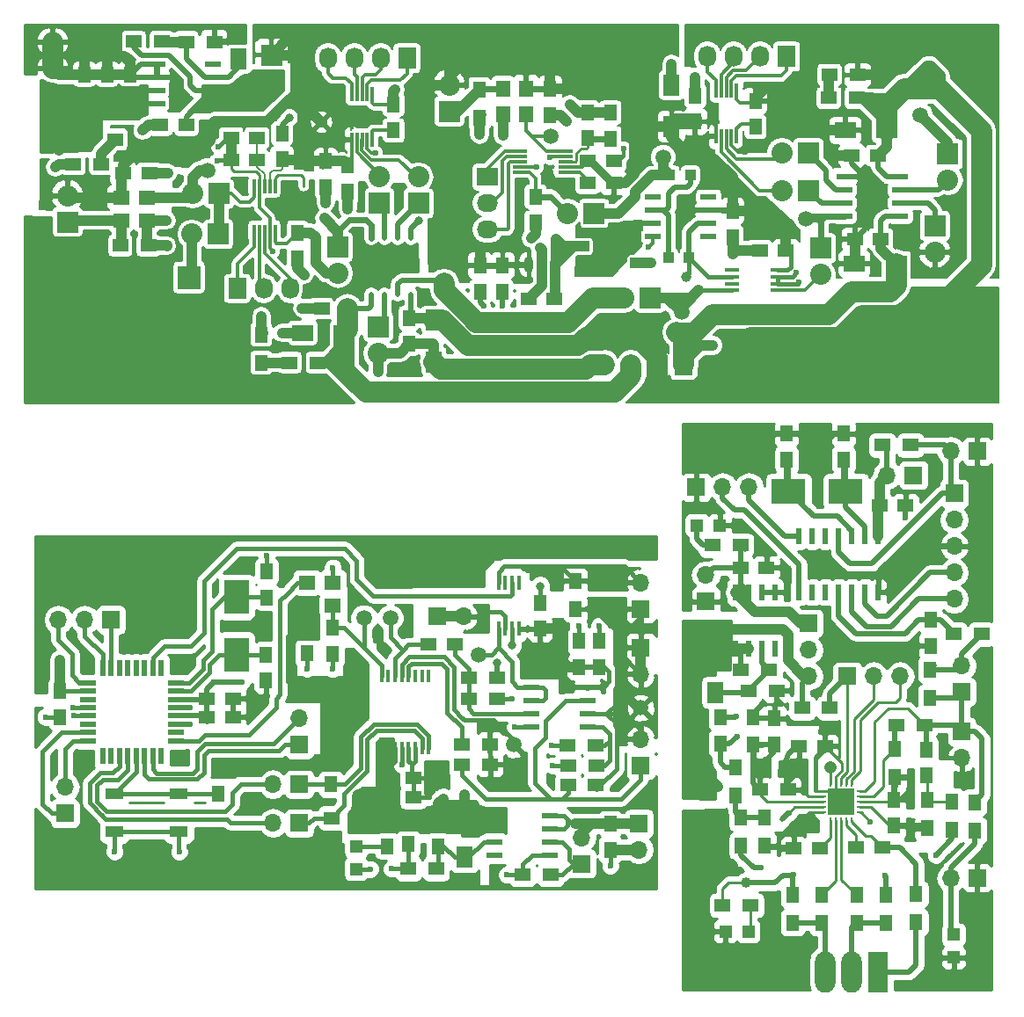
<source format=gbr>
G04 #@! TF.FileFunction,Copper,L1,Top,Signal*
%FSLAX46Y46*%
G04 Gerber Fmt 4.6, Leading zero omitted, Abs format (unit mm)*
G04 Created by KiCad (PCBNEW 4.0.6) date 05/22/17 17:46:35*
%MOMM*%
%LPD*%
G01*
G04 APERTURE LIST*
%ADD10C,0.100000*%
%ADD11R,2.032000X2.032000*%
%ADD12O,2.032000X2.032000*%
%ADD13R,1.550000X0.600000*%
%ADD14R,1.250000X1.500000*%
%ADD15R,1.600000X1.400000*%
%ADD16R,1.400000X1.600000*%
%ADD17R,1.300000X1.500000*%
%ADD18R,1.500000X1.300000*%
%ADD19R,1.450000X0.450000*%
%ADD20C,1.500000*%
%ADD21R,0.300000X1.400000*%
%ADD22R,1.400000X0.300000*%
%ADD23R,1.000000X1.000000*%
%ADD24O,0.899160X1.501140*%
%ADD25C,1.000000*%
%ADD26R,2.235200X2.235200*%
%ADD27R,1.727200X2.032000*%
%ADD28O,1.727200X2.032000*%
%ADD29R,2.032000X1.727200*%
%ADD30O,2.032000X1.727200*%
%ADD31R,1.500000X1.250000*%
%ADD32R,1.600000X2.000000*%
%ADD33R,2.000000X1.600000*%
%ADD34R,0.400000X1.200000*%
%ADD35R,1.700000X1.700000*%
%ADD36O,1.700000X1.700000*%
%ADD37R,1.800000X1.100000*%
%ADD38R,0.450000X1.450000*%
%ADD39R,2.400000X3.325000*%
%ADD40R,1.200000X1.200000*%
%ADD41R,1.600000X0.550000*%
%ADD42R,0.550000X1.600000*%
%ADD43R,0.600000X1.500000*%
%ADD44R,0.250000X0.500000*%
%ADD45R,0.500000X0.250000*%
%ADD46R,2.500000X2.500000*%
%ADD47R,1.980000X3.960000*%
%ADD48O,1.980000X3.960000*%
%ADD49R,3.325000X2.400000*%
%ADD50R,0.600000X1.550000*%
%ADD51C,0.800000*%
%ADD52C,0.600000*%
%ADD53C,0.700000*%
%ADD54C,0.500000*%
%ADD55C,0.550000*%
%ADD56C,0.300000*%
%ADD57C,1.000000*%
%ADD58C,2.000000*%
%ADD59C,0.450000*%
%ADD60C,0.400000*%
%ADD61C,0.500000*%
%ADD62C,0.600000*%
%ADD63C,0.250000*%
%ADD64C,0.177800*%
%ADD65C,0.800000*%
%ADD66C,1.500000*%
%ADD67C,1.200000*%
%ADD68C,0.200000*%
%ADD69C,0.254000*%
G04 APERTURE END LIST*
D10*
D11*
X106810000Y-51200000D03*
D12*
X106810000Y-48660000D03*
D13*
X85400000Y-37815000D03*
X85400000Y-39085000D03*
X85400000Y-40355000D03*
X85400000Y-41625000D03*
X90800000Y-41625000D03*
X90800000Y-40355000D03*
X90800000Y-39085000D03*
X90800000Y-37815000D03*
D14*
X140790000Y-54470000D03*
X140790000Y-51970000D03*
D15*
X81934560Y-50673520D03*
X81934560Y-52873520D03*
X84434560Y-50673520D03*
X84434560Y-52873520D03*
D16*
X120910000Y-40150000D03*
X118710000Y-40150000D03*
X120910000Y-42650000D03*
X118710000Y-42650000D03*
D17*
X95440000Y-66580000D03*
X95440000Y-63880000D03*
D18*
X81380000Y-45070000D03*
X78680000Y-45070000D03*
X150070000Y-41060000D03*
X152770000Y-41060000D03*
X77320000Y-47430000D03*
X80020000Y-47430000D03*
X152850000Y-38870000D03*
X150150000Y-38870000D03*
X100870000Y-66560000D03*
X98170000Y-66560000D03*
D13*
X151530000Y-48655000D03*
X151530000Y-49925000D03*
X151530000Y-51195000D03*
X151530000Y-52465000D03*
X156930000Y-52465000D03*
X156930000Y-51195000D03*
X156930000Y-49925000D03*
X156930000Y-48655000D03*
D19*
X145120000Y-59595000D03*
X145120000Y-58945000D03*
X145120000Y-58295000D03*
X145120000Y-57645000D03*
X140720000Y-57645000D03*
X140720000Y-58295000D03*
X140720000Y-58945000D03*
X140720000Y-59595000D03*
D20*
X90250000Y-48030000D03*
X123280000Y-44780000D03*
X134110000Y-46770000D03*
X135860000Y-61700000D03*
X158860000Y-42710000D03*
X147880000Y-52700000D03*
D21*
X104130000Y-45090000D03*
X104630000Y-45090000D03*
X105130000Y-45090000D03*
X105630000Y-45090000D03*
X106130000Y-45090000D03*
X106130000Y-40690000D03*
X105630000Y-40690000D03*
X105130000Y-40690000D03*
X104630000Y-40690000D03*
X104130000Y-40690000D03*
X96742320Y-49573520D03*
X96242320Y-49573520D03*
X95742320Y-49573520D03*
X95242320Y-49573520D03*
X94742320Y-49573520D03*
X94742320Y-53973520D03*
X95242320Y-53973520D03*
X95742320Y-53973520D03*
X96242320Y-53973520D03*
X96742320Y-53973520D03*
X139180000Y-44780000D03*
X139680000Y-44780000D03*
X140180000Y-44780000D03*
X140680000Y-44780000D03*
X141180000Y-44780000D03*
X141180000Y-40380000D03*
X140680000Y-40380000D03*
X140180000Y-40380000D03*
X139680000Y-40380000D03*
X139180000Y-40380000D03*
D22*
X124690000Y-48190000D03*
X124690000Y-47690000D03*
X124690000Y-47190000D03*
X124690000Y-46690000D03*
X124690000Y-46190000D03*
X120290000Y-46190000D03*
X120290000Y-46690000D03*
X120290000Y-47190000D03*
X120290000Y-47690000D03*
X120290000Y-48190000D03*
D23*
X136740000Y-48510000D03*
X134740000Y-48510000D03*
X136610000Y-56470000D03*
X134610000Y-56470000D03*
X126510000Y-55370000D03*
X126510000Y-57370000D03*
D13*
X133070000Y-50615000D03*
X133070000Y-51885000D03*
X133070000Y-53155000D03*
X133070000Y-54425000D03*
X138470000Y-54425000D03*
X138470000Y-53155000D03*
X138470000Y-51885000D03*
X138470000Y-50615000D03*
D24*
X122470000Y-57120000D03*
X123740000Y-57120000D03*
X121200000Y-57120000D03*
D23*
X129450000Y-56980000D03*
X131450000Y-56980000D03*
D25*
X75990000Y-46080000D03*
X159820000Y-38000000D03*
X138860000Y-64900000D03*
X123800000Y-54670000D03*
X130970000Y-55130000D03*
X136320000Y-58280000D03*
X101230000Y-43400000D03*
D26*
X88470300Y-58369900D03*
D27*
X109460000Y-37240000D03*
D28*
X106920000Y-37240000D03*
X104380000Y-37240000D03*
X101840000Y-37240000D03*
D27*
X145990000Y-37080000D03*
D28*
X143450000Y-37080000D03*
X140910000Y-37080000D03*
X138370000Y-37080000D03*
D27*
X93120000Y-59430000D03*
D28*
X95660000Y-59430000D03*
X98200000Y-59430000D03*
D29*
X117220000Y-48680000D03*
D30*
X117220000Y-51220000D03*
X117220000Y-53760000D03*
D18*
X84562500Y-55293960D03*
X81862500Y-55293960D03*
D17*
X116450000Y-42940000D03*
X116450000Y-40240000D03*
D14*
X108150000Y-44200000D03*
X108150000Y-41700000D03*
D31*
X103740000Y-61330000D03*
X101240000Y-61330000D03*
X95020000Y-47080000D03*
X92520000Y-47080000D03*
D14*
X109660000Y-64770000D03*
X109660000Y-62270000D03*
X103760000Y-47560000D03*
X103760000Y-50060000D03*
X101650000Y-47170000D03*
X101650000Y-49670000D03*
X97420000Y-46980000D03*
X97420000Y-44480000D03*
X98920000Y-54030000D03*
X98920000Y-56530000D03*
X142990000Y-43860000D03*
X142990000Y-41360000D03*
D31*
X155070000Y-54680000D03*
X152570000Y-54680000D03*
X152280000Y-46620000D03*
X154780000Y-46620000D03*
D14*
X129040000Y-44970000D03*
X129040000Y-42470000D03*
X126880000Y-44960000D03*
X126880000Y-42460000D03*
X137190000Y-43360000D03*
X137190000Y-40860000D03*
D32*
X134920000Y-43830000D03*
X134920000Y-39830000D03*
D31*
X126860000Y-47150000D03*
X129360000Y-47150000D03*
X129360000Y-49270000D03*
X126860000Y-49270000D03*
X82137760Y-48339440D03*
X84637760Y-48339440D03*
D14*
X123240000Y-40200000D03*
X123240000Y-42700000D03*
X121830000Y-50580000D03*
X121830000Y-53080000D03*
D31*
X143430000Y-55780000D03*
X145930000Y-55780000D03*
D14*
X78410000Y-41340000D03*
X78410000Y-38840000D03*
X80600000Y-41340000D03*
X80600000Y-38840000D03*
X116490000Y-57220000D03*
X116490000Y-59720000D03*
X118660000Y-57230000D03*
X118660000Y-59730000D03*
D31*
X123630000Y-60450000D03*
X121130000Y-60450000D03*
D11*
X110550000Y-51230000D03*
D12*
X110550000Y-48690000D03*
D11*
X148090000Y-46390000D03*
D12*
X145550000Y-46390000D03*
D11*
X148110000Y-49970000D03*
D12*
X145570000Y-49970000D03*
D11*
X132860000Y-60320000D03*
D12*
X130320000Y-60320000D03*
D11*
X102820000Y-55430000D03*
D12*
X102820000Y-57970000D03*
D11*
X161500000Y-46470000D03*
D12*
X161500000Y-49010000D03*
D11*
X127460000Y-52220000D03*
D12*
X124920000Y-52220000D03*
D11*
X91292240Y-54191600D03*
D12*
X88752240Y-54191600D03*
D11*
X91373520Y-50290160D03*
D12*
X88833520Y-50290160D03*
D11*
X149290000Y-55550000D03*
D12*
X149290000Y-58090000D03*
D11*
X106680000Y-63120000D03*
D12*
X106680000Y-65660000D03*
D11*
X160260000Y-53390000D03*
D12*
X160260000Y-55930000D03*
D11*
X76793920Y-53033360D03*
D12*
X76793920Y-50493360D03*
D11*
X113540000Y-42370000D03*
D12*
X113540000Y-39830000D03*
D11*
X96410000Y-36940000D03*
D12*
X96410000Y-39480000D03*
D29*
X75360000Y-43310000D03*
D30*
X75360000Y-40770000D03*
X75360000Y-38230000D03*
X75360000Y-35690000D03*
D14*
X82820000Y-41320000D03*
X82820000Y-38820000D03*
D33*
X99430000Y-63700000D03*
X103430000Y-63700000D03*
D32*
X112060000Y-66490000D03*
X112060000Y-62490000D03*
D31*
X95020000Y-44930000D03*
X92520000Y-44930000D03*
D32*
X93270000Y-41340000D03*
X93270000Y-37340000D03*
D33*
X152530000Y-57040000D03*
X156530000Y-57040000D03*
X151630000Y-44190000D03*
X155630000Y-44190000D03*
D27*
X136100000Y-66810000D03*
D28*
X133560000Y-66810000D03*
X131020000Y-66810000D03*
X128480000Y-66810000D03*
D31*
X88230000Y-43670000D03*
X85730000Y-43670000D03*
D18*
X83160000Y-35640000D03*
X85860000Y-35640000D03*
X88220000Y-35660000D03*
X90920000Y-35660000D03*
D34*
X111549800Y-96745200D03*
X110899800Y-96745200D03*
X110249800Y-96745200D03*
X109599800Y-96745200D03*
X108949800Y-96745200D03*
X108299800Y-96745200D03*
X107649800Y-96745200D03*
X106999800Y-96745200D03*
X106999800Y-103645200D03*
X107649800Y-103645200D03*
X108299800Y-103645200D03*
X108949800Y-103645200D03*
X109599800Y-103645200D03*
X110249800Y-103645200D03*
X110899800Y-103645200D03*
X111549800Y-103645200D03*
D31*
X111555400Y-93730900D03*
X114055400Y-93730900D03*
D14*
X127969200Y-95895300D03*
X127969200Y-93395300D03*
X126026100Y-95895300D03*
X126026100Y-93395300D03*
X122266900Y-92186900D03*
X122266900Y-89686900D03*
X76077000Y-100695900D03*
X76077000Y-98195900D03*
D31*
X90206700Y-98925200D03*
X92706700Y-98925200D03*
X90206700Y-100703200D03*
X92706700Y-100703200D03*
D14*
X95882650Y-94684350D03*
X95882650Y-97184350D03*
X95933450Y-89170650D03*
X95933450Y-86670650D03*
X129010600Y-110972100D03*
X129010600Y-113472100D03*
X109554200Y-110426000D03*
X109554200Y-112926000D03*
X99813300Y-94561800D03*
X99813300Y-92061800D03*
D31*
X110042200Y-106596000D03*
X107542200Y-106596000D03*
D35*
X131944300Y-105351400D03*
D36*
X131944300Y-102811400D03*
D35*
X131944300Y-90301900D03*
D36*
X131944300Y-87761900D03*
D35*
X99102100Y-110901300D03*
D36*
X96562100Y-110901300D03*
D35*
X99076700Y-107180200D03*
D36*
X96536700Y-107180200D03*
D35*
X131779200Y-110939400D03*
D36*
X131779200Y-113479400D03*
D18*
X124955500Y-105364100D03*
X127655500Y-105364100D03*
X127617400Y-103471800D03*
X124917400Y-103471800D03*
X104897100Y-110418700D03*
X102197100Y-110418700D03*
D17*
X102112000Y-104458600D03*
X102112000Y-107158600D03*
D18*
X118079700Y-96931300D03*
X115379700Y-96931300D03*
X115379700Y-98925200D03*
X118079700Y-98925200D03*
X124942800Y-107269100D03*
X127642800Y-107269100D03*
X114744700Y-105275200D03*
X117444700Y-105275200D03*
X117432000Y-103319400D03*
X114732000Y-103319400D03*
D17*
X125645100Y-90293000D03*
X125645100Y-87593000D03*
X91266200Y-105373000D03*
X91266200Y-108073000D03*
D37*
X87508200Y-108060700D03*
X81308200Y-108060700D03*
X81308200Y-111760700D03*
X87508200Y-111760700D03*
D13*
X121408400Y-97833000D03*
X121408400Y-99103000D03*
X121408400Y-100373000D03*
X121408400Y-101643000D03*
X126808400Y-101643000D03*
X126808400Y-100373000D03*
X126808400Y-99103000D03*
X126808400Y-97833000D03*
D38*
X118262950Y-92190750D03*
X118912950Y-92190750D03*
X119562950Y-92190750D03*
X120212950Y-92190750D03*
X120212950Y-87790750D03*
X119562950Y-87790750D03*
X118912950Y-87790750D03*
X118262950Y-87790750D03*
D15*
X102320600Y-87741400D03*
X99820600Y-87741400D03*
X102320600Y-89941400D03*
X99820600Y-89941400D03*
D20*
X116348700Y-94721500D03*
X107839700Y-91165500D03*
X131944300Y-99814200D03*
X105312400Y-91152800D03*
X119739600Y-103370200D03*
X104893300Y-108374000D03*
D39*
X93050550Y-94670950D03*
X93050550Y-89145950D03*
D31*
X107554900Y-108424800D03*
X110054900Y-108424800D03*
D35*
X99089400Y-103344800D03*
D36*
X99089400Y-100804800D03*
D14*
X102302500Y-92087200D03*
X102302500Y-94587200D03*
D17*
X107560300Y-110427600D03*
X107560300Y-113127600D03*
D13*
X123239700Y-113987400D03*
X123239700Y-112717400D03*
X123239700Y-111447400D03*
X123239700Y-110177400D03*
X117839700Y-110177400D03*
X117839700Y-111447400D03*
X117839700Y-112717400D03*
X117839700Y-113987400D03*
D35*
X80966500Y-91330600D03*
D36*
X78426500Y-91330600D03*
X75886500Y-91330600D03*
D35*
X76534200Y-109986900D03*
D36*
X76534200Y-107446900D03*
D40*
X104563100Y-113128700D03*
X104563100Y-115328700D03*
D41*
X87223100Y-102995200D03*
X87223100Y-102195200D03*
X87223100Y-101395200D03*
X87223100Y-100595200D03*
X87223100Y-99795200D03*
X87223100Y-98995200D03*
X87223100Y-98195200D03*
X87223100Y-97395200D03*
D42*
X85773100Y-95945200D03*
X84973100Y-95945200D03*
X84173100Y-95945200D03*
X83373100Y-95945200D03*
X82573100Y-95945200D03*
X81773100Y-95945200D03*
X80973100Y-95945200D03*
X80173100Y-95945200D03*
D41*
X78723100Y-97395200D03*
X78723100Y-98195200D03*
X78723100Y-98995200D03*
X78723100Y-99795200D03*
X78723100Y-100595200D03*
X78723100Y-101395200D03*
X78723100Y-102195200D03*
X78723100Y-102995200D03*
D42*
X80173100Y-104445200D03*
X80973100Y-104445200D03*
X81773100Y-104445200D03*
X82573100Y-104445200D03*
X83373100Y-104445200D03*
X84173100Y-104445200D03*
X84973100Y-104445200D03*
X85773100Y-104445200D03*
D35*
X112348200Y-91000400D03*
D36*
X114888200Y-91000400D03*
D35*
X131944300Y-93997600D03*
D36*
X131944300Y-96537600D03*
D32*
X114964400Y-114184000D03*
X114964400Y-110184000D03*
D18*
X120599400Y-115892400D03*
X123299400Y-115892400D03*
X109563100Y-115320900D03*
X112263100Y-115320900D03*
D17*
X112437100Y-113127600D03*
X112437100Y-110427600D03*
D35*
X126267400Y-114825600D03*
D36*
X126267400Y-112285600D03*
D43*
X154793300Y-83285900D03*
X153523300Y-83285900D03*
X152253300Y-83285900D03*
X150983300Y-83285900D03*
X149713300Y-83285900D03*
X148443300Y-83285900D03*
X147173300Y-83285900D03*
X147173300Y-88685900D03*
X148443300Y-88685900D03*
X149713300Y-88685900D03*
X150983300Y-88685900D03*
X152253300Y-88685900D03*
X153523300Y-88685900D03*
X154793300Y-88685900D03*
D18*
X146110300Y-107702900D03*
X143410300Y-107702900D03*
D44*
X150246700Y-110623900D03*
X150746700Y-110623900D03*
X151246700Y-110623900D03*
X151746700Y-110623900D03*
X152246700Y-110623900D03*
D45*
X152996700Y-109873900D03*
D46*
X151246700Y-108873900D03*
D45*
X152996700Y-109373900D03*
X152996700Y-108873900D03*
X152996700Y-108373900D03*
X152996700Y-107873900D03*
D44*
X152246700Y-107123900D03*
X151746700Y-107123900D03*
X151246700Y-107123900D03*
X150746700Y-107123900D03*
X150246700Y-107123900D03*
D45*
X149496700Y-107873900D03*
X149496700Y-108373900D03*
X149496700Y-108873900D03*
X149496700Y-109373900D03*
X149496700Y-109873900D03*
D40*
X162064050Y-121658750D03*
X162064050Y-123858750D03*
D31*
X152705100Y-113265500D03*
X155205100Y-113265500D03*
D14*
X156342700Y-108662700D03*
X156342700Y-111162700D03*
X159416100Y-103836700D03*
X159416100Y-106336700D03*
D31*
X149667900Y-103511900D03*
X147167900Y-103511900D03*
D14*
X144811100Y-103339500D03*
X144811100Y-100839500D03*
X139604100Y-100737900D03*
X139604100Y-103237900D03*
D31*
X146659900Y-113367100D03*
X149159900Y-113367100D03*
D17*
X155555300Y-117833700D03*
X155555300Y-120533700D03*
X146563700Y-117808300D03*
X146563700Y-120508300D03*
X149357700Y-120533700D03*
X149357700Y-117833700D03*
X152710500Y-120508300D03*
X152710500Y-117808300D03*
X158450900Y-120482900D03*
X158450900Y-117782900D03*
X161905300Y-111542100D03*
X161905300Y-108842100D03*
X159492300Y-111415100D03*
X159492300Y-108715100D03*
X156393500Y-106487500D03*
X156393500Y-103787500D03*
D18*
X156542100Y-101454500D03*
X159242100Y-101454500D03*
D17*
X142779100Y-103388700D03*
X142779100Y-100688700D03*
X141610700Y-113116900D03*
X141610700Y-110416900D03*
X143871300Y-110416900D03*
X143871300Y-113116900D03*
X141102700Y-108240100D03*
X141102700Y-105540100D03*
X164077000Y-108905600D03*
X164077000Y-111605600D03*
D47*
X154793300Y-125279700D03*
D48*
X152253300Y-125279700D03*
X149713300Y-125279700D03*
D18*
X139835300Y-118843600D03*
X142535300Y-118843600D03*
D31*
X141555300Y-86303600D03*
X144055300Y-86303600D03*
D14*
X159822500Y-91352600D03*
X159822500Y-93852600D03*
X151465900Y-75894800D03*
X151465900Y-73394800D03*
X145992200Y-75894800D03*
X145992200Y-73394800D03*
D31*
X154940300Y-80347100D03*
X157440300Y-80347100D03*
D40*
X142305300Y-121353600D03*
X140105300Y-121353600D03*
X137345300Y-82233600D03*
X139545300Y-82233600D03*
D35*
X164343700Y-116211900D03*
D36*
X161803700Y-116211900D03*
D35*
X164343700Y-75089300D03*
D36*
X161803700Y-75089300D03*
D35*
X162832400Y-98279500D03*
D36*
X162832400Y-95739500D03*
D35*
X162108500Y-79166000D03*
D36*
X162108500Y-81706000D03*
X162108500Y-84246000D03*
X162108500Y-86786000D03*
X162108500Y-89326000D03*
D18*
X150161600Y-99828900D03*
X147461600Y-99828900D03*
D17*
X159784400Y-96142100D03*
X159784400Y-98842100D03*
D18*
X162066600Y-92716900D03*
X164766600Y-92716900D03*
X141538300Y-84157100D03*
X138838300Y-84157100D03*
X155195900Y-74517800D03*
X157895900Y-74517800D03*
D49*
X151688400Y-78950100D03*
X146163400Y-78950100D03*
D35*
X148095300Y-91683600D03*
D36*
X148095300Y-94223600D03*
X148095300Y-96763600D03*
D50*
X144870300Y-88693600D03*
X143600300Y-88693600D03*
X142330300Y-88693600D03*
X141060300Y-88693600D03*
X141060300Y-94093600D03*
X142330300Y-94093600D03*
X143600300Y-94093600D03*
X144870300Y-94093600D03*
D35*
X158196900Y-77400700D03*
D36*
X155656900Y-77400700D03*
D35*
X138215300Y-89553600D03*
D36*
X138215300Y-87013600D03*
D35*
X162845100Y-102114900D03*
D36*
X162845100Y-104654900D03*
D35*
X137295300Y-78553600D03*
D36*
X139835300Y-78553600D03*
X142375300Y-78553600D03*
D35*
X151821500Y-96768200D03*
D36*
X154361500Y-96768200D03*
X156901500Y-96768200D03*
D18*
X141595300Y-96183600D03*
X144295300Y-96183600D03*
X142315300Y-98143600D03*
X145015300Y-98143600D03*
D20*
X137125300Y-107493600D03*
D32*
X139125300Y-94333600D03*
X139125300Y-98333600D03*
D51*
X110570000Y-52890000D03*
D52*
X141990000Y-46250000D03*
D53*
X92580000Y-35160000D03*
D52*
X93480000Y-34700000D03*
X79600000Y-34860000D03*
X81570000Y-35220000D03*
D53*
X78400000Y-37060000D03*
D52*
X77500000Y-35940000D03*
X80260000Y-36150000D03*
X164290000Y-40320000D03*
X161690000Y-35400000D03*
X156480000Y-36450000D03*
X164960000Y-37330000D03*
X161950000Y-38050000D03*
D51*
X154730000Y-38530000D03*
D52*
X149370000Y-35520000D03*
D51*
X149580000Y-43840000D03*
D52*
X147960000Y-42310000D03*
X146180000Y-41050000D03*
D51*
X144010000Y-40010000D03*
D52*
X145510000Y-43340000D03*
X111690000Y-64770000D03*
D53*
X82220000Y-37080000D03*
X80610000Y-37100000D03*
X84030000Y-44190000D03*
D51*
X108330000Y-40280000D03*
X99550000Y-58130000D03*
X121400000Y-54570000D03*
X122250000Y-55500000D03*
D52*
X147200000Y-58800000D03*
X146940000Y-57900000D03*
X140770000Y-56140000D03*
X132700000Y-55430000D03*
D51*
X132960000Y-56980000D03*
X150490000Y-46590000D03*
D52*
X130310000Y-45960000D03*
D51*
X137190000Y-39110000D03*
X134920000Y-37810000D03*
X124830000Y-43280000D03*
X125140000Y-41700000D03*
X118700000Y-44700000D03*
X116450000Y-44590000D03*
D52*
X123190000Y-46830000D03*
X121930000Y-47690000D03*
D51*
X99360000Y-61320000D03*
X97430000Y-63710000D03*
X95450000Y-62080000D03*
X86370000Y-55300000D03*
X86310000Y-52870000D03*
X86440000Y-48330000D03*
D53*
X75620000Y-47760000D03*
D52*
X91200000Y-47100000D03*
X91280000Y-45780000D03*
D53*
X103760000Y-51780000D03*
D52*
X106410000Y-46360000D03*
D51*
X101620000Y-51170000D03*
D52*
X96540000Y-55820000D03*
D51*
X98120000Y-42960000D03*
X106670000Y-67470000D03*
D52*
X116820000Y-61130000D03*
X118670000Y-61130000D03*
X164645300Y-89343600D03*
X164765300Y-86743600D03*
X164765300Y-84233600D03*
X164685300Y-81603600D03*
X164725300Y-79093600D03*
X157355300Y-93853600D03*
X151685300Y-94403600D03*
X153335300Y-94163600D03*
X155345300Y-94163600D03*
D54*
X137265300Y-112443600D03*
X137265300Y-114653600D03*
X137265300Y-116633600D03*
X137185300Y-118643600D03*
X137295300Y-121193600D03*
D52*
X141435300Y-82183600D03*
X145505300Y-99443600D03*
X143805300Y-99373600D03*
X140415300Y-74593600D03*
X141785300Y-73223600D03*
X141905300Y-75663600D03*
X143805300Y-75583600D03*
X144505300Y-118923600D03*
X144335300Y-121753600D03*
X146185300Y-123313600D03*
X146095300Y-126053600D03*
X143845300Y-126173600D03*
X143525300Y-123443600D03*
X141405300Y-123563600D03*
X141345300Y-126213600D03*
X160419400Y-118599500D03*
X160076500Y-125076500D03*
X164915200Y-124657400D03*
X164305600Y-118675700D03*
X164356400Y-73108100D03*
X157866700Y-86062100D03*
X159759000Y-84246000D03*
X158146100Y-84474600D03*
X158857300Y-85300100D03*
X157434900Y-81540900D03*
D54*
X150526100Y-109684100D03*
X151973900Y-108134700D03*
X150526100Y-108083900D03*
X151973900Y-109658700D03*
X151246700Y-108873900D03*
D52*
X153777300Y-76206900D03*
X153332800Y-74340000D03*
X153332800Y-72803300D03*
X154933000Y-72803300D03*
X156241100Y-72803300D03*
X158196900Y-72828700D03*
X160038400Y-72968400D03*
X161600500Y-73057300D03*
X163022900Y-73082700D03*
X149599000Y-73489100D03*
X147884500Y-76321200D03*
X149814900Y-76359300D03*
X148697300Y-75343300D03*
X143986500Y-73394800D03*
X148265500Y-73489100D03*
D25*
X137065000Y-63695000D03*
X135430000Y-63660000D03*
D52*
X123486100Y-105364100D03*
X112932400Y-108564500D03*
X103648700Y-102976500D03*
X114964400Y-108145400D03*
X121162000Y-95991500D03*
X122686000Y-95991500D03*
X103813800Y-98137800D03*
X105033000Y-96944000D03*
D51*
X118088600Y-95483500D03*
D52*
X76064300Y-95204100D03*
X76077000Y-96651900D03*
X93526800Y-97350400D03*
X92282200Y-97363100D03*
X90847100Y-97350400D03*
X124476700Y-92727600D03*
X124476700Y-94010300D03*
X124476700Y-95407300D03*
X100702300Y-97350400D03*
X102632700Y-100601600D03*
X101610350Y-98258450D03*
X102594600Y-99255400D03*
X102600950Y-99249050D03*
X102645400Y-101998600D03*
X129010600Y-115016100D03*
X119079200Y-115892400D03*
X107992100Y-115320900D03*
X105909300Y-115333600D03*
D51*
X119561800Y-93819800D03*
D52*
X77359700Y-100588900D03*
X77347000Y-99788800D03*
X95882650Y-99064900D03*
D51*
X122266900Y-88079400D03*
D52*
X81309400Y-113669900D03*
X87519700Y-113682600D03*
X108944600Y-105275200D03*
X126026100Y-91902100D03*
X127969200Y-91902100D03*
X74667300Y-100690500D03*
X102315200Y-86314100D03*
X99813300Y-96067700D03*
X102302500Y-96093100D03*
X88611900Y-101414400D03*
X88611900Y-99788800D03*
X123409900Y-103471800D03*
X119587200Y-98925200D03*
X119853900Y-101643000D03*
X95933450Y-85177450D03*
X94225300Y-100703200D03*
X94225300Y-98925200D03*
X111586200Y-108424800D03*
X111535400Y-106596000D03*
X157930200Y-106496400D03*
X141153500Y-100641700D03*
X157892100Y-107728300D03*
X141204300Y-102546700D03*
X154056700Y-110776300D03*
X143490300Y-115170500D03*
X160355900Y-113976700D03*
X146208100Y-109912700D03*
D54*
X145547700Y-110547700D03*
D52*
X138975300Y-92273600D03*
D25*
X139345300Y-107423600D03*
D52*
X147400358Y-105407373D03*
X145725500Y-105442300D03*
D25*
X142067900Y-116669100D03*
D52*
X146665300Y-115856300D03*
X155428300Y-115957900D03*
X146614500Y-105442300D03*
D51*
X150221300Y-105543900D03*
D55*
X109825000Y-54580000D02*
X109825000Y-53635000D01*
X109825000Y-53635000D02*
X110570000Y-52890000D01*
D56*
X140680000Y-44780000D02*
X140680000Y-45640000D01*
X141290000Y-46250000D02*
X141990000Y-46250000D01*
X140680000Y-45640000D02*
X141290000Y-46250000D01*
D55*
X92080000Y-35660000D02*
X92580000Y-35160000D01*
X90920000Y-35660000D02*
X92080000Y-35660000D01*
D57*
X78410000Y-37070000D02*
X78400000Y-37060000D01*
X78410000Y-38840000D02*
X78410000Y-37070000D01*
X154390000Y-38870000D02*
X154730000Y-38530000D01*
X152850000Y-38870000D02*
X154390000Y-38870000D01*
X149930000Y-44190000D02*
X149580000Y-43840000D01*
X151630000Y-44190000D02*
X149930000Y-44190000D01*
X142990000Y-41030000D02*
X144010000Y-40010000D01*
D55*
X124140000Y-67160000D02*
X124140000Y-67360000D01*
X124340000Y-67160000D02*
X124140000Y-67360000D01*
X124140000Y-67360000D02*
X124340000Y-67160000D01*
X125080000Y-67220000D02*
X125080000Y-67260000D01*
X125080000Y-67220000D02*
X125080000Y-67160000D01*
X125080000Y-67260000D02*
X125080000Y-67160000D01*
X114670000Y-67280000D02*
X114670000Y-67160000D01*
X114670000Y-67280000D02*
X114670000Y-67160000D01*
X113920000Y-67200000D02*
X113920000Y-67160000D01*
X113920000Y-67200000D02*
X113920000Y-67160000D01*
D57*
X82820000Y-38820000D02*
X82820000Y-37680000D01*
X82820000Y-37680000D02*
X82220000Y-37080000D01*
X80600000Y-38840000D02*
X80600000Y-37110000D01*
X80600000Y-37110000D02*
X80610000Y-37100000D01*
D55*
X85400000Y-37815000D02*
X83825000Y-37815000D01*
X83825000Y-37815000D02*
X82820000Y-38820000D01*
X85400000Y-39085000D02*
X83085000Y-39085000D01*
X83085000Y-39085000D02*
X82820000Y-38820000D01*
D58*
X75360000Y-38230000D02*
X75360000Y-35690000D01*
D57*
X78410000Y-38840000D02*
X75970000Y-38840000D01*
X75970000Y-38840000D02*
X75360000Y-38230000D01*
X80600000Y-38840000D02*
X78410000Y-38840000D01*
X82820000Y-38820000D02*
X80620000Y-38820000D01*
X80620000Y-38820000D02*
X80600000Y-38840000D01*
X85730000Y-43670000D02*
X84550000Y-43670000D01*
X84550000Y-43670000D02*
X84030000Y-44190000D01*
X108150000Y-41700000D02*
X108150000Y-40460000D01*
X108150000Y-40460000D02*
X108330000Y-40280000D01*
X98920000Y-56530000D02*
X98920000Y-57500000D01*
X98920000Y-57500000D02*
X99550000Y-58130000D01*
X121830000Y-53080000D02*
X121830000Y-54140000D01*
X121830000Y-54140000D02*
X121400000Y-54570000D01*
X122470000Y-57120000D02*
X122470000Y-55720000D01*
X122470000Y-55720000D02*
X122250000Y-55500000D01*
X142990000Y-41360000D02*
X142990000Y-41030000D01*
D59*
X145120000Y-58945000D02*
X147055000Y-58945000D01*
X147055000Y-58945000D02*
X147200000Y-58800000D01*
X145120000Y-58295000D02*
X146545000Y-58295000D01*
X146545000Y-58295000D02*
X146940000Y-57900000D01*
D57*
X143430000Y-55780000D02*
X141130000Y-55780000D01*
X140790000Y-56120000D02*
X140770000Y-56140000D01*
X140790000Y-56120000D02*
X140790000Y-54470000D01*
X141130000Y-55780000D02*
X140770000Y-56140000D01*
D56*
X133070000Y-54425000D02*
X133070000Y-55060000D01*
X133070000Y-55060000D02*
X132700000Y-55430000D01*
D57*
X131450000Y-56980000D02*
X132960000Y-56980000D01*
X152280000Y-46620000D02*
X150520000Y-46620000D01*
X150520000Y-46620000D02*
X150490000Y-46590000D01*
D56*
X129360000Y-47150000D02*
X129860000Y-47150000D01*
X129860000Y-47150000D02*
X130310000Y-46700000D01*
X130310000Y-46700000D02*
X130310000Y-45960000D01*
X141180000Y-40380000D02*
X141180000Y-41230000D01*
X141490000Y-41540000D02*
X142810000Y-41540000D01*
X141180000Y-41230000D02*
X141490000Y-41540000D01*
X142810000Y-41540000D02*
X142990000Y-41360000D01*
D57*
X137190000Y-40860000D02*
X137190000Y-39110000D01*
X134920000Y-39830000D02*
X134920000Y-37810000D01*
X123240000Y-42700000D02*
X124250000Y-42700000D01*
X124250000Y-42700000D02*
X124830000Y-43280000D01*
X125900000Y-42460000D02*
X125140000Y-41700000D01*
X125900000Y-42460000D02*
X126880000Y-42460000D01*
X118710000Y-42650000D02*
X118710000Y-44690000D01*
X118710000Y-44690000D02*
X118700000Y-44700000D01*
X116450000Y-42940000D02*
X116450000Y-44590000D01*
D56*
X124690000Y-46690000D02*
X123330000Y-46690000D01*
X123330000Y-46690000D02*
X123190000Y-46830000D01*
X120290000Y-47690000D02*
X121930000Y-47690000D01*
X108150000Y-41700000D02*
X106250000Y-41700000D01*
X106130000Y-41580000D02*
X106130000Y-40690000D01*
X106250000Y-41700000D02*
X106130000Y-41580000D01*
D57*
X101240000Y-61330000D02*
X99370000Y-61330000D01*
X99370000Y-61330000D02*
X99360000Y-61320000D01*
X99430000Y-63700000D02*
X97440000Y-63700000D01*
X97440000Y-63700000D02*
X97430000Y-63710000D01*
X95440000Y-63880000D02*
X95440000Y-62090000D01*
X95440000Y-62090000D02*
X95450000Y-62080000D01*
X84562500Y-55293960D02*
X86363960Y-55293960D01*
X86363960Y-55293960D02*
X86370000Y-55300000D01*
X84434560Y-52873520D02*
X86306480Y-52873520D01*
X86306480Y-52873520D02*
X86310000Y-52870000D01*
X84637760Y-48339440D02*
X86430560Y-48339440D01*
X86430560Y-48339440D02*
X86440000Y-48330000D01*
X77320000Y-47430000D02*
X75950000Y-47430000D01*
X75950000Y-47430000D02*
X75620000Y-47760000D01*
D60*
X92520000Y-47080000D02*
X91220000Y-47080000D01*
X91220000Y-47080000D02*
X91200000Y-47100000D01*
X92520000Y-44930000D02*
X92130000Y-44930000D01*
X92130000Y-44930000D02*
X91280000Y-45780000D01*
D57*
X103760000Y-50060000D02*
X103760000Y-51780000D01*
D56*
X105630000Y-45090000D02*
X105630000Y-45940000D01*
X106050000Y-46360000D02*
X106410000Y-46360000D01*
X105630000Y-45940000D02*
X106050000Y-46360000D01*
D57*
X101650000Y-49670000D02*
X101650000Y-51140000D01*
X101650000Y-51140000D02*
X101620000Y-51170000D01*
D56*
X96242320Y-53973520D02*
X96242320Y-55522320D01*
X96242320Y-55522320D02*
X96540000Y-55820000D01*
D61*
X97420000Y-44480000D02*
X97420000Y-43660000D01*
X97420000Y-43660000D02*
X98120000Y-42960000D01*
D57*
X106680000Y-65660000D02*
X106680000Y-67460000D01*
X106680000Y-67460000D02*
X106670000Y-67470000D01*
D55*
X116490000Y-59720000D02*
X116490000Y-60800000D01*
X116490000Y-60800000D02*
X116820000Y-61130000D01*
X118660000Y-59730000D02*
X118660000Y-61120000D01*
X118660000Y-61120000D02*
X118670000Y-61130000D01*
D57*
X116500000Y-59730000D02*
X116490000Y-59720000D01*
X122470000Y-57120000D02*
X122470000Y-59110000D01*
X122470000Y-59110000D02*
X121130000Y-60450000D01*
X106680000Y-65660000D02*
X108770000Y-65660000D01*
X108770000Y-65660000D02*
X109660000Y-64770000D01*
X92520000Y-44930000D02*
X92520000Y-47080000D01*
X129040000Y-42470000D02*
X126890000Y-42470000D01*
X95620000Y-63700000D02*
X95440000Y-63880000D01*
D58*
X128480000Y-66810000D02*
X127060000Y-66810000D01*
X126710000Y-67160000D02*
X124140000Y-67160000D01*
X124140000Y-67160000D02*
X125080000Y-67160000D01*
X125080000Y-67160000D02*
X121850000Y-67160000D01*
X121850000Y-67160000D02*
X117720000Y-67160000D01*
X117720000Y-67160000D02*
X114670000Y-67160000D01*
X114670000Y-67160000D02*
X113920000Y-67160000D01*
X113920000Y-67160000D02*
X112730000Y-67160000D01*
X127060000Y-66810000D02*
X126710000Y-67160000D01*
X112730000Y-67160000D02*
X112060000Y-66490000D01*
D57*
X109660000Y-64770000D02*
X111690000Y-64770000D01*
X111690000Y-64770000D02*
X111970000Y-64770000D01*
X112060000Y-64860000D02*
X112060000Y-66490000D01*
X111970000Y-64770000D02*
X112060000Y-64860000D01*
X126890000Y-42470000D02*
X126880000Y-42460000D01*
X152570000Y-54680000D02*
X152570000Y-57000000D01*
X152570000Y-57000000D02*
X152530000Y-57040000D01*
X84434560Y-52873520D02*
X84434560Y-55166020D01*
X84434560Y-55166020D02*
X84562500Y-55293960D01*
D55*
X151530000Y-48655000D02*
X153085000Y-48655000D01*
X153510000Y-53740000D02*
X152570000Y-54680000D01*
X153510000Y-49080000D02*
X153510000Y-53740000D01*
X153085000Y-48655000D02*
X153510000Y-49080000D01*
X152280000Y-46620000D02*
X152280000Y-47380000D01*
X152935000Y-48655000D02*
X151530000Y-48655000D01*
X153030000Y-48560000D02*
X152935000Y-48655000D01*
X153030000Y-48130000D02*
X153030000Y-48560000D01*
X152280000Y-47380000D02*
X153030000Y-48130000D01*
D59*
X145120000Y-58945000D02*
X145120000Y-58295000D01*
D62*
X116740000Y-42650000D02*
X116450000Y-42940000D01*
D56*
X96242320Y-53973520D02*
X96242320Y-52652320D01*
X95242320Y-51652320D02*
X95242320Y-49573520D01*
X96242320Y-52652320D02*
X95242320Y-51652320D01*
D63*
X95242320Y-49573520D02*
X95242320Y-48502320D01*
X92520000Y-47880000D02*
X92520000Y-47080000D01*
X92783900Y-48143900D02*
X92520000Y-47880000D01*
X94883900Y-48143900D02*
X92783900Y-48143900D01*
X95242320Y-48502320D02*
X94883900Y-48143900D01*
D64*
X97420000Y-44480000D02*
X97220000Y-44480000D01*
D63*
X84434560Y-52873520D02*
X83961980Y-52873520D01*
X84510440Y-48339440D02*
X84737760Y-48339440D01*
X84562500Y-53001460D02*
X84434560Y-52873520D01*
D64*
X164765300Y-84233600D02*
X164765300Y-86743600D01*
X164685300Y-79133600D02*
X164685300Y-81603600D01*
X164725300Y-79093600D02*
X164685300Y-79133600D01*
X157355300Y-93853600D02*
X155655300Y-93853600D01*
D61*
X157356300Y-93852600D02*
X157355300Y-93853600D01*
X159822500Y-93852600D02*
X157356300Y-93852600D01*
D64*
X153095300Y-94403600D02*
X151685300Y-94403600D01*
X153335300Y-94163600D02*
X153095300Y-94403600D01*
X155655300Y-93853600D02*
X155345300Y-94163600D01*
D61*
X140105300Y-121353600D02*
X137455300Y-121353600D01*
X137265300Y-114653600D02*
X137265300Y-112443600D01*
X137265300Y-118563600D02*
X137265300Y-116633600D01*
X137185300Y-118643600D02*
X137265300Y-118563600D01*
X137455300Y-121353600D02*
X137295300Y-121193600D01*
X139545300Y-82233600D02*
X141385300Y-82233600D01*
X141385300Y-82233600D02*
X141435300Y-82183600D01*
X142779100Y-100688700D02*
X142779100Y-100399800D01*
X142779100Y-100399800D02*
X143805300Y-99373600D01*
X145015300Y-98953600D02*
X145015300Y-98143600D01*
X145505300Y-99443600D02*
X145015300Y-98953600D01*
X141785300Y-73223600D02*
X140415300Y-74593600D01*
X143725300Y-75663600D02*
X141905300Y-75663600D01*
X143805300Y-75583600D02*
X143725300Y-75663600D01*
X140105300Y-121353600D02*
X140105300Y-124973600D01*
X144625300Y-121753600D02*
X144335300Y-121753600D01*
X146185300Y-123313600D02*
X144625300Y-121753600D01*
X143965300Y-126053600D02*
X146095300Y-126053600D01*
X143845300Y-126173600D02*
X143965300Y-126053600D01*
X141525300Y-123443600D02*
X143525300Y-123443600D01*
X141405300Y-123563600D02*
X141525300Y-123443600D01*
X140105300Y-124973600D02*
X141345300Y-126213600D01*
D64*
X164343700Y-116211900D02*
X164343700Y-118637600D01*
X159822500Y-118002600D02*
X159822500Y-115500700D01*
X160419400Y-118599500D02*
X159822500Y-118002600D01*
X160076500Y-125876600D02*
X160076500Y-125076500D01*
X160495600Y-126295700D02*
X160076500Y-125876600D01*
X163276900Y-126295700D02*
X160495600Y-126295700D01*
X164915200Y-124657400D02*
X163276900Y-126295700D01*
X164343700Y-118637600D02*
X164305600Y-118675700D01*
X164343700Y-75089300D02*
X164343700Y-73120800D01*
X164343700Y-73120800D02*
X164356400Y-73108100D01*
D61*
X158146100Y-86062100D02*
X157866700Y-86062100D01*
X158006400Y-86201800D02*
X157866700Y-86062100D01*
X157866700Y-86062100D02*
X158006400Y-86201800D01*
X159759000Y-84246000D02*
X159962200Y-84246000D01*
X158857300Y-85300100D02*
X158857300Y-85185800D01*
X158857300Y-85185800D02*
X158146100Y-84474600D01*
X158857300Y-85300100D02*
X158882700Y-85325500D01*
X158882700Y-85325500D02*
X158857300Y-85300100D01*
X158857300Y-85300100D02*
X158908100Y-85300100D01*
X144811100Y-100839500D02*
X144811100Y-100730600D01*
X144811100Y-100839500D02*
X142929900Y-100839500D01*
X142929900Y-100839500D02*
X142779100Y-100688700D01*
X157440300Y-80347100D02*
X157440300Y-81535500D01*
X157440300Y-81535500D02*
X157434900Y-81540900D01*
X154793300Y-88685900D02*
X155522300Y-88685900D01*
X159962200Y-84246000D02*
X162108500Y-84246000D01*
X155522300Y-88685900D02*
X158146100Y-86062100D01*
X158146100Y-86062100D02*
X158908100Y-85300100D01*
X158908100Y-85300100D02*
X159962200Y-84246000D01*
X162169450Y-123964150D02*
X162064050Y-123858750D01*
D63*
X162169450Y-123964150D02*
X162064050Y-123858750D01*
X149496700Y-107873900D02*
X148653300Y-107873900D01*
X148671900Y-107855300D02*
X148671900Y-107626700D01*
X148653300Y-107873900D02*
X148671900Y-107855300D01*
X148671900Y-104654900D02*
X148748100Y-104654900D01*
X148748100Y-104654900D02*
X149667900Y-103735100D01*
X149667900Y-103735100D02*
X149667900Y-103511900D01*
X149667900Y-103511900D02*
X149667900Y-103912900D01*
X149667900Y-103912900D02*
X148849700Y-104731100D01*
X148849700Y-107804500D02*
X148919100Y-107873900D01*
X148849700Y-104731100D02*
X148849700Y-107804500D01*
X150746700Y-107123900D02*
X150746700Y-106415500D01*
X151288100Y-105132100D02*
X149667900Y-103511900D01*
X151288100Y-105874100D02*
X151288100Y-105132100D01*
X150746700Y-106415500D02*
X151288100Y-105874100D01*
X149496700Y-107873900D02*
X148919100Y-107873900D01*
X148919100Y-107873900D02*
X148671900Y-107626700D01*
X148671900Y-107626700D02*
X148671900Y-104654900D01*
X148671900Y-104654900D02*
X148671900Y-104507900D01*
X148671900Y-104507900D02*
X149667900Y-103511900D01*
X150746700Y-107123900D02*
X150746700Y-108373900D01*
X150746700Y-108373900D02*
X151246700Y-108873900D01*
D61*
X150526100Y-109684100D02*
X151246700Y-108963500D01*
X151246700Y-108963500D02*
X151246700Y-108873900D01*
X151973900Y-108134700D02*
X151246700Y-108861900D01*
X151246700Y-108861900D02*
X151246700Y-108873900D01*
X150526100Y-108083900D02*
X151246700Y-108804500D01*
X151246700Y-108804500D02*
X151246700Y-108873900D01*
X151973900Y-109658700D02*
X151246700Y-108931500D01*
X151246700Y-108931500D02*
X151246700Y-108873900D01*
D63*
X151265300Y-108873900D02*
X151246700Y-108873900D01*
X151262700Y-108871300D02*
X151260100Y-108873900D01*
X151260100Y-108873900D02*
X151246700Y-108873900D01*
X149496700Y-107873900D02*
X150246700Y-107873900D01*
D64*
X152565400Y-73394800D02*
X151465900Y-73394800D01*
X152799400Y-73628800D02*
X152565400Y-73394800D01*
X152799400Y-75229000D02*
X152799400Y-73628800D01*
X153777300Y-76206900D02*
X152799400Y-75229000D01*
X153332800Y-72803300D02*
X153332800Y-74340000D01*
X156241100Y-72803300D02*
X154933000Y-72803300D01*
X159898700Y-72828700D02*
X158196900Y-72828700D01*
X160038400Y-72968400D02*
X159898700Y-72828700D01*
X162997500Y-73057300D02*
X161600500Y-73057300D01*
X163022900Y-73082700D02*
X162997500Y-73057300D01*
D61*
X151465900Y-73394800D02*
X149693300Y-73394800D01*
X149693300Y-73394800D02*
X149599000Y-73489100D01*
X148697300Y-75343300D02*
X148798900Y-75343300D01*
X147884500Y-76156100D02*
X148697300Y-75343300D01*
X149713300Y-76359300D02*
X149814900Y-76359300D01*
X149675200Y-76321200D02*
X147884500Y-76321200D01*
X149713300Y-76359300D02*
X149675200Y-76321200D01*
X151465900Y-73394800D02*
X150645800Y-73394800D01*
X150645800Y-73394800D02*
X148697300Y-75343300D01*
X147884500Y-76321200D02*
X147884500Y-76156100D01*
X148798900Y-75343300D02*
X149814900Y-76359300D01*
X145992200Y-73394800D02*
X143986500Y-73394800D01*
X148171200Y-73394800D02*
X145992200Y-73394800D01*
X148265500Y-73489100D02*
X148171200Y-73394800D01*
D56*
X108150000Y-44200000D02*
X106200000Y-44200000D01*
X106130000Y-44270000D02*
X106130000Y-45090000D01*
X106200000Y-44200000D02*
X106130000Y-44270000D01*
D64*
X95742320Y-49573520D02*
X95742320Y-48402320D01*
X95742320Y-48402320D02*
X95020000Y-47680000D01*
X95020000Y-47680000D02*
X95020000Y-47080000D01*
X95020000Y-44930000D02*
X95020000Y-47080000D01*
D57*
X101230000Y-43400000D02*
X101150000Y-43400000D01*
X101150000Y-43400000D02*
X99520000Y-41770000D01*
X101650000Y-47170000D02*
X103370000Y-47170000D01*
X103370000Y-47170000D02*
X103760000Y-47560000D01*
D65*
X126860000Y-47150000D02*
X127080000Y-47150000D01*
X127080000Y-47150000D02*
X129200000Y-49270000D01*
X129200000Y-49270000D02*
X129360000Y-49270000D01*
D57*
X134920000Y-43830000D02*
X134920000Y-44850000D01*
X140790000Y-48660000D02*
X140790000Y-51970000D01*
X139050000Y-46920000D02*
X140790000Y-48660000D01*
X136990000Y-46920000D02*
X139050000Y-46920000D01*
X134920000Y-44850000D02*
X136990000Y-46920000D01*
X113540000Y-39830000D02*
X111990000Y-39830000D01*
X116490000Y-55780000D02*
X116490000Y-57220000D01*
X114260000Y-53550000D02*
X116490000Y-55780000D01*
X114260000Y-47180000D02*
X114260000Y-53550000D01*
X111250000Y-44170000D02*
X114260000Y-47180000D01*
X111250000Y-40570000D02*
X111250000Y-44170000D01*
X111990000Y-39830000D02*
X111250000Y-40570000D01*
D56*
X104130000Y-45090000D02*
X104130000Y-46840000D01*
X104130000Y-46840000D02*
X103800000Y-47170000D01*
X103880000Y-47090000D02*
X103800000Y-47170000D01*
D57*
X101650000Y-47170000D02*
X99420000Y-47170000D01*
X99670000Y-47230000D02*
X99520000Y-47080000D01*
X114930000Y-38240000D02*
X114270000Y-38240000D01*
X114270000Y-38240000D02*
X113540000Y-38970000D01*
X113540000Y-38970000D02*
X113540000Y-39830000D01*
X113540000Y-39830000D02*
X113540000Y-37810000D01*
X113540000Y-37810000D02*
X114020000Y-37330000D01*
X140790000Y-51970000D02*
X143550000Y-51970000D01*
X143550000Y-51970000D02*
X145930000Y-54350000D01*
X145930000Y-54350000D02*
X145930000Y-55780000D01*
D55*
X138470000Y-51885000D02*
X140705000Y-51885000D01*
X140705000Y-51885000D02*
X140790000Y-51970000D01*
D57*
X132135000Y-43025000D02*
X132135000Y-44205000D01*
X132135000Y-44205000D02*
X131890000Y-44450000D01*
X134920000Y-43830000D02*
X132940000Y-43830000D01*
X132940000Y-43830000D02*
X132135000Y-43025000D01*
X132135000Y-43025000D02*
X131350000Y-42240000D01*
X134920000Y-43830000D02*
X133250000Y-43830000D01*
X133250000Y-43830000D02*
X131350000Y-45730000D01*
X129360000Y-49270000D02*
X130490000Y-49270000D01*
X130490000Y-49270000D02*
X131350000Y-48410000D01*
X131350000Y-48410000D02*
X131350000Y-45730000D01*
X130560000Y-40200000D02*
X123240000Y-40200000D01*
X131350000Y-40990000D02*
X130560000Y-40200000D01*
X131350000Y-42240000D02*
X131350000Y-40990000D01*
X131350000Y-45730000D02*
X131350000Y-42240000D01*
X99520000Y-47080000D02*
X97520000Y-47080000D01*
X97520000Y-47080000D02*
X97420000Y-46980000D01*
X123240000Y-40200000D02*
X123240000Y-38690000D01*
X123240000Y-38690000D02*
X122790000Y-38240000D01*
X122790000Y-38240000D02*
X114930000Y-38240000D01*
X114930000Y-38240000D02*
X114020000Y-37330000D01*
X114020000Y-37330000D02*
X112430000Y-35740000D01*
X112430000Y-35740000D02*
X112430000Y-35810000D01*
X98120000Y-35230000D02*
X96410000Y-36940000D01*
X112430000Y-35810000D02*
X111850000Y-35230000D01*
X111850000Y-35230000D02*
X98120000Y-35230000D01*
X99670000Y-47230000D02*
X99520000Y-47080000D01*
X82137760Y-48339440D02*
X82137760Y-47542240D01*
X97010000Y-42320000D02*
X99520000Y-39910000D01*
X96050000Y-43280000D02*
X97010000Y-42320000D01*
X90970000Y-43280000D02*
X96050000Y-43280000D01*
X90480000Y-43770000D02*
X90970000Y-43280000D01*
X90480000Y-45170000D02*
X90480000Y-43770000D01*
X88940000Y-46710000D02*
X90480000Y-45170000D01*
X82970000Y-46710000D02*
X88940000Y-46710000D01*
X82137760Y-47542240D02*
X82970000Y-46710000D01*
X96410000Y-36940000D02*
X98340000Y-36940000D01*
X98340000Y-36940000D02*
X99520000Y-38120000D01*
X99520000Y-38120000D02*
X99520000Y-39910000D01*
X99520000Y-39910000D02*
X99520000Y-41770000D01*
X99520000Y-41770000D02*
X99520000Y-47080000D01*
X81934560Y-50673520D02*
X81934560Y-48542640D01*
X81934560Y-48542640D02*
X82137760Y-48339440D01*
X81934560Y-50673520D02*
X76974080Y-50673520D01*
X76974080Y-50673520D02*
X76793920Y-50493360D01*
D66*
X137190000Y-43360000D02*
X135390000Y-43360000D01*
X135390000Y-43360000D02*
X134920000Y-43830000D01*
D56*
X139180000Y-44780000D02*
X139180000Y-43800000D01*
X138740000Y-43360000D02*
X137190000Y-43360000D01*
X139180000Y-43800000D02*
X138740000Y-43360000D01*
D59*
X145120000Y-57645000D02*
X146075000Y-57645000D01*
X146370000Y-57350000D02*
X146370000Y-56220000D01*
X146075000Y-57645000D02*
X146370000Y-57350000D01*
X146370000Y-56220000D02*
X145930000Y-55780000D01*
D62*
X121200000Y-57120000D02*
X118770000Y-57120000D01*
X118770000Y-57120000D02*
X118660000Y-57230000D01*
X116490000Y-57220000D02*
X118650000Y-57220000D01*
X118650000Y-57220000D02*
X118660000Y-57230000D01*
X126860000Y-47150000D02*
X127240000Y-47150000D01*
D56*
X124690000Y-47690000D02*
X126320000Y-47690000D01*
X126320000Y-47690000D02*
X126860000Y-47150000D01*
X129360000Y-49270000D02*
X128980000Y-49270000D01*
D62*
X123240000Y-40200000D02*
X120960000Y-40200000D01*
X120960000Y-40200000D02*
X120910000Y-40150000D01*
X101500000Y-47020000D02*
X101650000Y-47170000D01*
D56*
X103450000Y-47770000D02*
X103500000Y-47720000D01*
D63*
X101350000Y-47720000D02*
X101300000Y-47770000D01*
X97520000Y-47080000D02*
X97420000Y-46980000D01*
D64*
X96242320Y-49573520D02*
X96242320Y-48307680D01*
X97420000Y-47880000D02*
X97420000Y-46980000D01*
X97270000Y-48030000D02*
X97420000Y-47880000D01*
X96520000Y-48030000D02*
X97270000Y-48030000D01*
X96242320Y-48307680D02*
X96520000Y-48030000D01*
D63*
X97420000Y-47080000D02*
X97420000Y-47280000D01*
X82037760Y-50570320D02*
X81574720Y-51033360D01*
X96742320Y-49573520D02*
X96742320Y-48757680D01*
X99520000Y-48730000D02*
X99520000Y-49580000D01*
X99270000Y-48480000D02*
X99520000Y-48730000D01*
X97020000Y-48480000D02*
X99270000Y-48480000D01*
X96742320Y-48757680D02*
X97020000Y-48480000D01*
D57*
X98920000Y-54030000D02*
X100150000Y-54030000D01*
X101680000Y-57970000D02*
X102820000Y-57970000D01*
X100650000Y-56940000D02*
X101680000Y-57970000D01*
X100650000Y-54530000D02*
X100650000Y-56940000D01*
X100150000Y-54030000D02*
X100650000Y-54530000D01*
D59*
X98920000Y-54030000D02*
X99070000Y-54030000D01*
X99220000Y-54330000D02*
X98920000Y-54030000D01*
D63*
X98920000Y-54030000D02*
X98920000Y-53980000D01*
X99260000Y-53690000D02*
X98920000Y-54030000D01*
D56*
X96742320Y-53973520D02*
X96742320Y-54952320D01*
X97870000Y-55080000D02*
X98920000Y-54030000D01*
X96870000Y-55080000D02*
X97870000Y-55080000D01*
X96742320Y-54952320D02*
X96870000Y-55080000D01*
D63*
X96742320Y-53973520D02*
X96742320Y-54552320D01*
D61*
X146163400Y-76066000D02*
X145992200Y-75894800D01*
X145992200Y-75894800D02*
X145992200Y-78778900D01*
X145992200Y-78778900D02*
X146163400Y-78950100D01*
X146163400Y-78950100D02*
X146163400Y-76066000D01*
X152253300Y-83285900D02*
X152253300Y-82734700D01*
X152253300Y-82734700D02*
X150869000Y-81350400D01*
X150869000Y-81350400D02*
X148563700Y-81350400D01*
X148563700Y-81350400D02*
X146163400Y-78950100D01*
D56*
X141180000Y-44780000D02*
X141180000Y-44000000D01*
X141630000Y-43550000D02*
X142680000Y-43550000D01*
X141180000Y-44000000D02*
X141630000Y-43550000D01*
X142680000Y-43550000D02*
X142990000Y-43860000D01*
D60*
X112437100Y-113127600D02*
X112437100Y-115146900D01*
X112437100Y-115146900D02*
X112263100Y-115320900D01*
X112437100Y-113127600D02*
X112961600Y-113127600D01*
X112961600Y-113127600D02*
X114018000Y-114184000D01*
X114018000Y-114184000D02*
X114964400Y-114184000D01*
X112437100Y-114969100D02*
X112263100Y-115143100D01*
X114964400Y-114184000D02*
X115352000Y-114184000D01*
X115352000Y-114184000D02*
X116818600Y-112717400D01*
X116818600Y-112717400D02*
X117839700Y-112717400D01*
D62*
X129040000Y-44970000D02*
X126890000Y-44970000D01*
X126890000Y-44970000D02*
X126880000Y-44960000D01*
D63*
X124690000Y-47190000D02*
X125690000Y-47190000D01*
X126880000Y-45810000D02*
X126880000Y-44960000D01*
X126780000Y-45910000D02*
X126880000Y-45810000D01*
X126250000Y-45910000D02*
X126780000Y-45910000D01*
X125760000Y-46400000D02*
X126250000Y-45910000D01*
X125760000Y-47120000D02*
X125760000Y-46400000D01*
X125690000Y-47190000D02*
X125760000Y-47120000D01*
D56*
X124690000Y-48190000D02*
X126050000Y-48190000D01*
X126050000Y-48190000D02*
X126860000Y-49000000D01*
X126860000Y-49000000D02*
X126860000Y-49270000D01*
D62*
X121830000Y-50580000D02*
X123280000Y-50580000D01*
X123280000Y-50580000D02*
X124920000Y-52220000D01*
D56*
X120290000Y-48190000D02*
X121220000Y-48190000D01*
X121830000Y-48800000D02*
X121830000Y-50580000D01*
X121220000Y-48190000D02*
X121830000Y-48800000D01*
D57*
X88833520Y-50290160D02*
X88833520Y-48723520D01*
X88833520Y-48723520D02*
X89527040Y-48030000D01*
X89527040Y-48030000D02*
X90250000Y-48030000D01*
X84434560Y-50673520D02*
X88450160Y-50673520D01*
X88450160Y-50673520D02*
X88833520Y-50290160D01*
D56*
X120910000Y-42650000D02*
X120910000Y-44190000D01*
X121500000Y-44780000D02*
X123280000Y-44780000D01*
X120910000Y-44190000D02*
X121500000Y-44780000D01*
X124690000Y-46190000D02*
X122870000Y-46190000D01*
X120910000Y-44230000D02*
X120910000Y-42650000D01*
X122870000Y-46190000D02*
X120910000Y-44230000D01*
D57*
X98170000Y-66560000D02*
X95460000Y-66560000D01*
X95460000Y-66560000D02*
X95440000Y-66580000D01*
X80020000Y-47430000D02*
X80020000Y-46430000D01*
X80020000Y-46430000D02*
X81380000Y-45070000D01*
X150070000Y-41060000D02*
X150070000Y-38950000D01*
X150070000Y-38950000D02*
X150150000Y-38870000D01*
D56*
X105630000Y-40690000D02*
X105630000Y-39790000D01*
X109460000Y-38720000D02*
X109460000Y-37240000D01*
X108810000Y-39370000D02*
X109460000Y-38720000D01*
X106050000Y-39370000D02*
X108810000Y-39370000D01*
X105630000Y-39790000D02*
X106050000Y-39370000D01*
X105130000Y-40690000D02*
X105130000Y-39090000D01*
X106920000Y-38340000D02*
X106920000Y-37240000D01*
X106440000Y-38820000D02*
X106920000Y-38340000D01*
X105400000Y-38820000D02*
X106440000Y-38820000D01*
X105130000Y-39090000D02*
X105400000Y-38820000D01*
X104630000Y-40690000D02*
X104630000Y-39040000D01*
X104380000Y-38790000D02*
X104380000Y-37240000D01*
X104630000Y-39040000D02*
X104380000Y-38790000D01*
X104130000Y-40690000D02*
X104130000Y-39710000D01*
X101840000Y-38690000D02*
X101840000Y-37240000D01*
X102280000Y-39130000D02*
X101840000Y-38690000D01*
X103550000Y-39130000D02*
X102280000Y-39130000D01*
X104130000Y-39710000D02*
X103550000Y-39130000D01*
X140680000Y-40380000D02*
X140680000Y-39390002D01*
X145990000Y-38410000D02*
X145990000Y-37080000D01*
X145450000Y-38950000D02*
X145990000Y-38410000D01*
X141120002Y-38950000D02*
X145450000Y-38950000D01*
X140680000Y-39390002D02*
X141120002Y-38950000D01*
X140180000Y-40380000D02*
X140180000Y-39070000D01*
X142090000Y-38440000D02*
X143450000Y-37080000D01*
X140810000Y-38440000D02*
X142090000Y-38440000D01*
X140180000Y-39070000D02*
X140810000Y-38440000D01*
X139680000Y-40380000D02*
X139680000Y-38800000D01*
X139680000Y-38800000D02*
X140910000Y-37570000D01*
X140910000Y-37570000D02*
X140910000Y-37080000D01*
X139180000Y-40380000D02*
X139180000Y-39380000D01*
X138370000Y-38570000D02*
X138370000Y-37080000D01*
X139180000Y-39380000D02*
X138370000Y-38570000D01*
X95242320Y-53973520D02*
X95242320Y-59012320D01*
X95242320Y-59012320D02*
X95660000Y-59430000D01*
D63*
X95242320Y-59012320D02*
X95660000Y-59430000D01*
D56*
X94742320Y-53973520D02*
X94742320Y-55407680D01*
X93120000Y-57030000D02*
X93120000Y-59430000D01*
X94742320Y-55407680D02*
X93120000Y-57030000D01*
X95742320Y-53973520D02*
X95742320Y-56052320D01*
X95742320Y-56052320D02*
X98200000Y-58510000D01*
X98200000Y-58510000D02*
X98200000Y-59430000D01*
D63*
X98200000Y-59430000D02*
X98200000Y-58710000D01*
D56*
X117220000Y-51220000D02*
X117639998Y-51220000D01*
X117639998Y-51220000D02*
X118660000Y-50199998D01*
X118660000Y-50199998D02*
X118660000Y-47090000D01*
X118660000Y-47090000D02*
X119040002Y-46709998D01*
X119040002Y-46709998D02*
X120290000Y-46709998D01*
X120290000Y-46709998D02*
X120290000Y-46690000D01*
X120290000Y-46190000D02*
X118881174Y-46190000D01*
X118881174Y-46190000D02*
X117220000Y-47851174D01*
X117220000Y-47851174D02*
X117220000Y-48680000D01*
X120290000Y-47190000D02*
X119430000Y-47190000D01*
X119120000Y-53760000D02*
X117220000Y-53760000D01*
X119210000Y-53670000D02*
X119120000Y-53760000D01*
X119210000Y-47410000D02*
X119210000Y-53670000D01*
X119430000Y-47190000D02*
X119210000Y-47410000D01*
X110550000Y-48690000D02*
X110300000Y-48690000D01*
X110300000Y-48690000D02*
X108670000Y-47060000D01*
X108670000Y-47060000D02*
X106048826Y-47060000D01*
X106048826Y-47060000D02*
X105110002Y-46121176D01*
X105110002Y-46121176D02*
X105110002Y-45090000D01*
X105110002Y-45090000D02*
X105130000Y-45090000D01*
X104630000Y-45090000D02*
X104630000Y-46320000D01*
X104630000Y-46320000D02*
X106810000Y-48500000D01*
X106810000Y-48500000D02*
X106810000Y-48660000D01*
D57*
X102820000Y-55430000D02*
X102820000Y-53980000D01*
X102820000Y-53980000D02*
X101510000Y-52670000D01*
D62*
X106015000Y-54580000D02*
X106015000Y-53325000D01*
X106015000Y-53325000D02*
X105520000Y-52830000D01*
X105520000Y-52830000D02*
X103870000Y-52830000D01*
X103870000Y-52830000D02*
X102820000Y-53880000D01*
X102820000Y-53880000D02*
X102820000Y-55430000D01*
D56*
X140180000Y-44780000D02*
X140180000Y-45970000D01*
X141170000Y-46960000D02*
X144980000Y-46960000D01*
X140180000Y-45970000D02*
X141170000Y-46960000D01*
X144980000Y-46960000D02*
X145550000Y-46390000D01*
X145300000Y-46140000D02*
X145550000Y-46390000D01*
X139680000Y-44780000D02*
X139680000Y-46270000D01*
X143380000Y-49970000D02*
X145570000Y-49970000D01*
X139680000Y-46270000D02*
X143380000Y-49970000D01*
D57*
X134110000Y-46770000D02*
X134110000Y-47880000D01*
X134110000Y-47880000D02*
X134740000Y-48510000D01*
X134740000Y-48510000D02*
X134670000Y-48510000D01*
X134740000Y-48510000D02*
X133060000Y-48510000D01*
X129800000Y-52220000D02*
X127460000Y-52220000D01*
X131440000Y-50580000D02*
X129800000Y-52220000D01*
X131440000Y-50130000D02*
X131440000Y-50580000D01*
X133060000Y-48510000D02*
X131440000Y-50130000D01*
X127460000Y-52220000D02*
X127840000Y-52220000D01*
D62*
X150050000Y-52465000D02*
X148115000Y-52465000D01*
X148115000Y-52465000D02*
X147880000Y-52700000D01*
X149290000Y-53490000D02*
X149290000Y-53020000D01*
X148970000Y-52700000D02*
X147880000Y-52700000D01*
X149290000Y-53020000D02*
X148970000Y-52700000D01*
X149290000Y-55550000D02*
X149290000Y-53490000D01*
X149290000Y-53490000D02*
X149290000Y-52840000D01*
X149665000Y-52465000D02*
X150050000Y-52465000D01*
X150050000Y-52465000D02*
X151530000Y-52465000D01*
X149290000Y-52840000D02*
X149665000Y-52465000D01*
D55*
X108555000Y-54580000D02*
X108555000Y-53225000D01*
X108555000Y-53225000D02*
X110550000Y-51230000D01*
X107285000Y-54580000D02*
X107285000Y-51675000D01*
X107285000Y-51675000D02*
X106810000Y-51200000D01*
X151530000Y-49925000D02*
X150735000Y-49925000D01*
X149760000Y-48060000D02*
X148090000Y-46390000D01*
X149760000Y-48950000D02*
X149760000Y-48060000D01*
X150735000Y-49925000D02*
X149760000Y-48950000D01*
X151530000Y-51195000D02*
X149335000Y-51195000D01*
X149335000Y-51195000D02*
X148110000Y-49970000D01*
D58*
X130320000Y-60320000D02*
X127330000Y-60320000D01*
D55*
X108555000Y-59005000D02*
X108950000Y-58610000D01*
X108950000Y-58610000D02*
X112730000Y-58610000D01*
X112730000Y-58610000D02*
X113050000Y-58930000D01*
X108555000Y-59005000D02*
X108555000Y-59980000D01*
D58*
X113050000Y-59590000D02*
X113050000Y-58930000D01*
X116130000Y-62670000D02*
X115865000Y-62405000D01*
X115865000Y-62405000D02*
X113050000Y-59590000D01*
X124980000Y-62670000D02*
X116130000Y-62670000D01*
X127330000Y-60320000D02*
X124980000Y-62670000D01*
D57*
X130320000Y-60320000D02*
X130300000Y-60320000D01*
D55*
X156930000Y-49925000D02*
X160585000Y-49925000D01*
X160585000Y-49925000D02*
X161500000Y-49010000D01*
D56*
X91373520Y-50290160D02*
X92590160Y-50290160D01*
X94742320Y-50637680D02*
X94742320Y-49573520D01*
X94310000Y-51070000D02*
X94742320Y-50637680D01*
X93370000Y-51070000D02*
X94310000Y-51070000D01*
X92590160Y-50290160D02*
X93370000Y-51070000D01*
D57*
X91373520Y-50290160D02*
X91373520Y-54110320D01*
X91373520Y-54110320D02*
X91292240Y-54191600D01*
D63*
X91373520Y-54110320D02*
X91292240Y-54191600D01*
D56*
X145120000Y-59595000D02*
X147785000Y-59595000D01*
X147785000Y-59595000D02*
X149290000Y-58090000D01*
D58*
X137065000Y-63695000D02*
X135465000Y-63695000D01*
X135465000Y-63695000D02*
X135430000Y-63660000D01*
D57*
X138860000Y-64900000D02*
X137680000Y-64900000D01*
X137680000Y-64900000D02*
X136100000Y-66480000D01*
X136100000Y-66480000D02*
X136100000Y-66810000D01*
X100870000Y-66560000D02*
X101950000Y-66560000D01*
X104420000Y-69030000D02*
X104420000Y-68300000D01*
X101950000Y-66560000D02*
X104420000Y-69030000D01*
X103430000Y-65180000D02*
X102980000Y-65180000D01*
X102980000Y-65180000D02*
X101600000Y-66560000D01*
X101600000Y-66560000D02*
X100870000Y-66560000D01*
X100870000Y-66560000D02*
X102680000Y-66560000D01*
X102680000Y-66560000D02*
X103430000Y-67310000D01*
D58*
X136100000Y-66810000D02*
X136100000Y-64660000D01*
X136100000Y-64660000D02*
X137065000Y-63695000D01*
X156530000Y-59180000D02*
X156530000Y-57040000D01*
X137065000Y-63695000D02*
X138840000Y-61920000D01*
X138840000Y-61920000D02*
X150070000Y-61920000D01*
X150070000Y-61920000D02*
X152250000Y-59740000D01*
X152250000Y-59740000D02*
X155970000Y-59740000D01*
X155970000Y-59740000D02*
X156530000Y-59180000D01*
X131020000Y-66810000D02*
X131020000Y-67820000D01*
X131020000Y-67820000D02*
X129470000Y-69370000D01*
X105490000Y-69370000D02*
X104420000Y-68300000D01*
X129470000Y-69370000D02*
X105490000Y-69370000D01*
X104420000Y-68300000D02*
X103430000Y-67310000D01*
X103430000Y-67310000D02*
X103430000Y-65180000D01*
X103430000Y-65180000D02*
X103430000Y-63700000D01*
X103740000Y-61330000D02*
X103740000Y-63390000D01*
X103740000Y-63390000D02*
X103430000Y-63700000D01*
D55*
X106015000Y-59980000D02*
X106015000Y-61065000D01*
X105750000Y-61330000D02*
X103740000Y-61330000D01*
X106015000Y-61065000D02*
X105750000Y-61330000D01*
D57*
X155070000Y-54680000D02*
X155070000Y-55580000D01*
X155070000Y-55580000D02*
X156530000Y-57040000D01*
D55*
X156930000Y-52465000D02*
X155465000Y-52465000D01*
X155070000Y-52860000D02*
X155070000Y-54680000D01*
X155465000Y-52465000D02*
X155070000Y-52860000D01*
D57*
X159820000Y-38000000D02*
X159510000Y-38000000D01*
X159510000Y-38000000D02*
X157340000Y-40170000D01*
X159820000Y-38000000D02*
X159820000Y-39060000D01*
X159820000Y-39060000D02*
X158710000Y-40170000D01*
X160775000Y-40255000D02*
X160775000Y-38955000D01*
X160775000Y-38955000D02*
X159820000Y-38000000D01*
X156410000Y-41100000D02*
X154240000Y-41100000D01*
X154240000Y-41100000D02*
X154200000Y-41060000D01*
X152770000Y-41060000D02*
X154200000Y-41060000D01*
X154200000Y-41060000D02*
X155630000Y-42490000D01*
X152770000Y-41060000D02*
X153280000Y-41060000D01*
X153280000Y-41060000D02*
X155630000Y-43410000D01*
X155630000Y-43410000D02*
X155630000Y-44190000D01*
D58*
X133560000Y-66810000D02*
X133560000Y-68940000D01*
X133560000Y-68940000D02*
X133960000Y-69340000D01*
X133960000Y-69340000D02*
X137360000Y-69340000D01*
X137360000Y-69340000D02*
X142540000Y-64160000D01*
X142540000Y-64160000D02*
X151200000Y-64160000D01*
X151200000Y-64160000D02*
X153290000Y-62070000D01*
X153290000Y-62070000D02*
X159830000Y-62070000D01*
X159830000Y-62070000D02*
X164730000Y-57170000D01*
X164730000Y-57170000D02*
X164730000Y-44210000D01*
X164730000Y-44210000D02*
X160775000Y-40255000D01*
X160775000Y-40255000D02*
X160690000Y-40170000D01*
X160690000Y-40170000D02*
X158710000Y-40170000D01*
X158710000Y-40170000D02*
X157340000Y-40170000D01*
X157340000Y-40170000D02*
X156410000Y-41100000D01*
X156410000Y-41100000D02*
X155630000Y-41880000D01*
X155630000Y-41880000D02*
X155630000Y-42490000D01*
X155630000Y-42490000D02*
X155630000Y-44190000D01*
X133560000Y-66810000D02*
X133560000Y-66010000D01*
X133560000Y-66010000D02*
X131600000Y-64050000D01*
X131600000Y-64050000D02*
X126800000Y-64050000D01*
X126800000Y-64050000D02*
X125930000Y-64920000D01*
X125930000Y-64920000D02*
X115297012Y-64920000D01*
X115297012Y-64920000D02*
X112867012Y-62490000D01*
X112867012Y-62490000D02*
X112060000Y-62490000D01*
X112780000Y-62490000D02*
X112060000Y-62490000D01*
D57*
X109660000Y-62270000D02*
X111840000Y-62270000D01*
X111840000Y-62270000D02*
X112060000Y-62490000D01*
D61*
X109825000Y-59980000D02*
X109825000Y-62105000D01*
X109825000Y-62105000D02*
X109660000Y-62270000D01*
D57*
X155630000Y-44190000D02*
X155630000Y-45770000D01*
X155630000Y-45770000D02*
X154780000Y-46620000D01*
D55*
X156930000Y-48655000D02*
X155635000Y-48655000D01*
X155635000Y-48655000D02*
X154780000Y-47800000D01*
X154780000Y-47800000D02*
X154780000Y-46620000D01*
D58*
X75360000Y-40770000D02*
X75360000Y-43310000D01*
D57*
X78410000Y-41340000D02*
X75930000Y-41340000D01*
X75930000Y-41340000D02*
X75360000Y-40770000D01*
X80600000Y-41340000D02*
X78410000Y-41340000D01*
X82820000Y-41320000D02*
X80620000Y-41320000D01*
X80620000Y-41320000D02*
X80600000Y-41340000D01*
D55*
X85400000Y-40355000D02*
X83785000Y-40355000D01*
X83785000Y-40355000D02*
X82820000Y-41320000D01*
X85400000Y-41625000D02*
X83125000Y-41625000D01*
X83125000Y-41625000D02*
X82820000Y-41320000D01*
D57*
X78680000Y-45070000D02*
X77000000Y-45070000D01*
X77000000Y-45070000D02*
X75990000Y-46080000D01*
X78680000Y-45070000D02*
X75950000Y-45070000D01*
X75950000Y-45070000D02*
X75360000Y-44480000D01*
X75360000Y-43310000D02*
X75360000Y-43090000D01*
X75550000Y-40580000D02*
X75360000Y-40770000D01*
X75360000Y-43310000D02*
X75360000Y-44480000D01*
X75360000Y-44480000D02*
X75360000Y-45450000D01*
X75360000Y-45450000D02*
X75990000Y-46080000D01*
X148095300Y-91683600D02*
X147305300Y-91683600D01*
X147305300Y-91683600D02*
X146215300Y-90593600D01*
X146215300Y-90593600D02*
X142960300Y-90593600D01*
X142960300Y-90593600D02*
X141060300Y-88693600D01*
D61*
X142330300Y-88693600D02*
X141060300Y-88693600D01*
X141555300Y-86303600D02*
X141555300Y-87918600D01*
X141555300Y-87918600D02*
X142330300Y-88693600D01*
X141555300Y-86303600D02*
X141555300Y-88198600D01*
X141555300Y-88198600D02*
X141060300Y-88693600D01*
X141555300Y-86303600D02*
X138925300Y-86303600D01*
X138925300Y-86303600D02*
X138215300Y-87013600D01*
X141555300Y-86303600D02*
X141555300Y-84174100D01*
X141555300Y-84174100D02*
X141538300Y-84157100D01*
X141960900Y-84579700D02*
X141538300Y-84157100D01*
D57*
X124510000Y-55370000D02*
X124510000Y-55830000D01*
X124510000Y-55830000D02*
X123800000Y-56540000D01*
X123800000Y-56540000D02*
X123740000Y-57120000D01*
X123800000Y-54670000D02*
X123800000Y-57060000D01*
X123800000Y-57060000D02*
X123740000Y-57120000D01*
X126510000Y-55370000D02*
X124510000Y-55370000D01*
X124510000Y-55370000D02*
X124500000Y-55370000D01*
X124500000Y-55370000D02*
X123800000Y-54670000D01*
X126510000Y-55370000D02*
X125490000Y-55370000D01*
X125490000Y-55370000D02*
X123740000Y-57120000D01*
X123740000Y-57120000D02*
X123740000Y-60340000D01*
X123740000Y-60340000D02*
X123630000Y-60450000D01*
X81934560Y-52873520D02*
X81934560Y-55221900D01*
X81934560Y-55221900D02*
X81862500Y-55293960D01*
X81934560Y-52873520D02*
X76953760Y-52873520D01*
X76953760Y-52873520D02*
X76793920Y-53033360D01*
D63*
X81934560Y-55221900D02*
X81862500Y-55293960D01*
X76953760Y-52873520D02*
X76793920Y-53033360D01*
D57*
X113540000Y-42370000D02*
X114320000Y-42370000D01*
X114320000Y-42370000D02*
X116450000Y-40240000D01*
D62*
X118710000Y-40150000D02*
X116540000Y-40150000D01*
X116540000Y-40150000D02*
X116450000Y-40240000D01*
D55*
X107285000Y-59980000D02*
X107285000Y-62515000D01*
X107285000Y-62515000D02*
X106680000Y-63120000D01*
X156930000Y-51195000D02*
X159575000Y-51195000D01*
X160260000Y-51880000D02*
X160260000Y-53390000D01*
X159575000Y-51195000D02*
X160260000Y-51880000D01*
X133070000Y-51885000D02*
X134405000Y-51885000D01*
X136740000Y-49340000D02*
X136740000Y-48510000D01*
X136390000Y-49690000D02*
X136740000Y-49340000D01*
X135230000Y-49690000D02*
X136390000Y-49690000D01*
X134660000Y-50260000D02*
X135230000Y-49690000D01*
X134660000Y-51630000D02*
X134660000Y-50260000D01*
X134405000Y-51885000D02*
X134660000Y-51630000D01*
X133070000Y-51885000D02*
X134135000Y-51885000D01*
X134610000Y-52360000D02*
X134610000Y-56470000D01*
X134135000Y-51885000D02*
X134610000Y-52360000D01*
X138470000Y-53155000D02*
X137425000Y-53155000D01*
X136610000Y-53970000D02*
X136610000Y-56470000D01*
X137425000Y-53155000D02*
X136610000Y-53970000D01*
D60*
X136610000Y-56470000D02*
X136610000Y-57990000D01*
X136610000Y-57990000D02*
X136320000Y-58280000D01*
X140720000Y-58295000D02*
X138435000Y-58295000D01*
X138435000Y-58295000D02*
X136610000Y-56470000D01*
D57*
X130970000Y-55130000D02*
X130970000Y-55460000D01*
X130970000Y-55460000D02*
X129450000Y-56980000D01*
X129450000Y-56980000D02*
X127700000Y-56980000D01*
X127700000Y-56980000D02*
X127310000Y-57370000D01*
D55*
X133070000Y-53155000D02*
X130865000Y-53155000D01*
D57*
X127310000Y-57370000D02*
X127710000Y-56970000D01*
X127710000Y-56970000D02*
X128380000Y-56300000D01*
X128380000Y-56300000D02*
X128380000Y-54550000D01*
X128380000Y-54550000D02*
X128890000Y-54040000D01*
X127310000Y-57370000D02*
X126510000Y-57370000D01*
X129980000Y-54040000D02*
X128890000Y-54040000D01*
D55*
X130865000Y-53155000D02*
X129980000Y-54040000D01*
D62*
X126530000Y-57390000D02*
X126510000Y-57370000D01*
D55*
X83160000Y-35640000D02*
X83160000Y-36200000D01*
X83160000Y-36200000D02*
X83890000Y-36930000D01*
X83890000Y-36930000D02*
X86570000Y-36930000D01*
X86570000Y-36930000D02*
X88610000Y-38970000D01*
X88610000Y-38970000D02*
X88610000Y-39870000D01*
X88610000Y-39870000D02*
X89095000Y-40355000D01*
X89095000Y-40355000D02*
X90800000Y-40355000D01*
X90800000Y-41625000D02*
X89465000Y-41625000D01*
X88230000Y-42860000D02*
X88230000Y-43670000D01*
X89465000Y-41625000D02*
X88230000Y-42860000D01*
X90800000Y-40355000D02*
X92285000Y-40355000D01*
X92285000Y-40355000D02*
X93270000Y-41340000D01*
X90800000Y-41625000D02*
X92985000Y-41625000D01*
X92985000Y-41625000D02*
X93270000Y-41340000D01*
D57*
X93270000Y-41340000D02*
X94550000Y-41340000D01*
X94550000Y-41340000D02*
X96410000Y-39480000D01*
X134480000Y-60320000D02*
X136800000Y-60320000D01*
X135860000Y-61700000D02*
X135860000Y-61260000D01*
X135860000Y-61260000D02*
X137525000Y-59595000D01*
X135860000Y-61700000D02*
X135860000Y-60850000D01*
X135860000Y-60850000D02*
X135690000Y-60680000D01*
X132860000Y-60320000D02*
X134480000Y-60320000D01*
X134480000Y-60320000D02*
X135860000Y-61700000D01*
D59*
X140720000Y-59595000D02*
X137525000Y-59595000D01*
X136800000Y-60320000D02*
X132860000Y-60320000D01*
X137525000Y-59595000D02*
X136800000Y-60320000D01*
D57*
X161500000Y-46470000D02*
X161500000Y-45350000D01*
X161500000Y-45350000D02*
X158860000Y-42710000D01*
X88752240Y-54191600D02*
X88752240Y-58087960D01*
X88752240Y-58087960D02*
X88470300Y-58369900D01*
D63*
X88752240Y-58087960D02*
X88470300Y-58369900D01*
D55*
X90800000Y-39085000D02*
X89995000Y-39085000D01*
X88220000Y-37310000D02*
X88220000Y-35660000D01*
X89995000Y-39085000D02*
X88220000Y-37310000D01*
D57*
X88220000Y-35660000D02*
X85880000Y-35660000D01*
X85880000Y-35660000D02*
X85860000Y-35640000D01*
D55*
X90800000Y-39085000D02*
X92255000Y-39085000D01*
X92255000Y-39085000D02*
X93270000Y-38070000D01*
X93270000Y-38070000D02*
X93270000Y-37340000D01*
D60*
X113313400Y-99928500D02*
X113313400Y-100271400D01*
X109599800Y-96745200D02*
X109599800Y-95818900D01*
X113313400Y-96067700D02*
X113313400Y-99928500D01*
X112780000Y-95534300D02*
X113313400Y-96067700D01*
X109884400Y-95534300D02*
X112780000Y-95534300D01*
X109599800Y-95818900D02*
X109884400Y-95534300D01*
X114732000Y-101690000D02*
X114732000Y-103319400D01*
X113313400Y-100271400D02*
X114732000Y-101690000D01*
X119739600Y-103370200D02*
X119739600Y-102951100D01*
X119739600Y-102951100D02*
X117771100Y-100982600D01*
X116602700Y-100982600D02*
X117771100Y-100982600D01*
X117771100Y-100982600D02*
X117796500Y-101008000D01*
X117432000Y-103319400D02*
X117432000Y-105262500D01*
X117432000Y-105262500D02*
X117444700Y-105275200D01*
X114773900Y-100766700D02*
X114773900Y-100779400D01*
X117432000Y-101811900D02*
X117432000Y-103319400D01*
X116602700Y-100982600D02*
X117432000Y-101811900D01*
X114977100Y-100982600D02*
X116602700Y-100982600D01*
X114773900Y-100779400D02*
X114977100Y-100982600D01*
X113973800Y-99953900D02*
X113973800Y-99966600D01*
X113973800Y-99966600D02*
X114773900Y-100766700D01*
X114773900Y-100766700D02*
X114799300Y-100792100D01*
X108949800Y-95618000D02*
X109668500Y-94899300D01*
X109668500Y-94899300D02*
X113008600Y-94899300D01*
X113008600Y-94899300D02*
X113973800Y-95864500D01*
X113973800Y-95864500D02*
X113973800Y-99953900D01*
X108949800Y-96745200D02*
X108949800Y-95618000D01*
X107839700Y-91165500D02*
X107839700Y-93045100D01*
X107839700Y-93045100D02*
X109052550Y-94257950D01*
X111555400Y-93730900D02*
X109579600Y-93730900D01*
X108299800Y-95010700D02*
X108299800Y-95039000D01*
X109579600Y-93730900D02*
X109052550Y-94257950D01*
X109052550Y-94257950D02*
X108299800Y-95010700D01*
X108299800Y-91175300D02*
X108322300Y-91152800D01*
X108299800Y-96745200D02*
X108299800Y-95039000D01*
X105306050Y-94003950D02*
X105306050Y-91159150D01*
X105306050Y-91159150D02*
X105312400Y-91152800D01*
X102302500Y-92087200D02*
X103389300Y-92087200D01*
X103389300Y-92087200D02*
X105306050Y-94003950D01*
X105306050Y-94003950D02*
X105629900Y-94327800D01*
X106999800Y-95697700D02*
X106999800Y-96745200D01*
X105629900Y-94327800D02*
X106999800Y-95697700D01*
X102320600Y-89941400D02*
X102320600Y-92069100D01*
X102320600Y-92069100D02*
X102302500Y-92087200D01*
X124955500Y-105364100D02*
X123486100Y-105364100D01*
D57*
X112437100Y-109059800D02*
X112437100Y-110427600D01*
X112932400Y-108564500D02*
X112437100Y-109059800D01*
X114964400Y-108145400D02*
X114964400Y-110184000D01*
D60*
X104897100Y-110418700D02*
X104897100Y-108377800D01*
X104897100Y-108377800D02*
X104893300Y-108374000D01*
X114964400Y-110184000D02*
X112680700Y-110184000D01*
X112680700Y-110184000D02*
X112437100Y-110427600D01*
X114964400Y-110184000D02*
X115618700Y-110184000D01*
X115618700Y-110184000D02*
X116412200Y-110977500D01*
X117839700Y-111447400D02*
X116640800Y-111447400D01*
X116628100Y-110177400D02*
X117839700Y-110177400D01*
X116412200Y-110393300D02*
X116628100Y-110177400D01*
X116412200Y-111218800D02*
X116412200Y-110977500D01*
X116412200Y-110977500D02*
X116412200Y-110393300D01*
X116640800Y-111447400D02*
X116412200Y-111218800D01*
X109554200Y-110426000D02*
X112435500Y-110426000D01*
X112435500Y-110426000D02*
X112437100Y-110427600D01*
X107560300Y-110427600D02*
X109552600Y-110427600D01*
X109552600Y-110427600D02*
X109554200Y-110426000D01*
X107560300Y-110427600D02*
X104906000Y-110427600D01*
X104906000Y-110427600D02*
X104897100Y-110418700D01*
X107554900Y-108424800D02*
X107554900Y-110422200D01*
X107554900Y-110422200D02*
X107560300Y-110427600D01*
D57*
X105033000Y-96944000D02*
X105020300Y-96944000D01*
D61*
X118079700Y-95492400D02*
X118079700Y-96931300D01*
X118079700Y-95492400D02*
X118088600Y-95483500D01*
X90206700Y-98925200D02*
X90206700Y-100703200D01*
D57*
X76077000Y-96651900D02*
X76077000Y-98195900D01*
X76077000Y-96651900D02*
X76077000Y-95216800D01*
X76077000Y-95216800D02*
X76064300Y-95204100D01*
D61*
X92282200Y-97363100D02*
X93514100Y-97363100D01*
X93514100Y-97363100D02*
X93526800Y-97350400D01*
X90847100Y-97350400D02*
X92269500Y-97350400D01*
X92269500Y-97350400D02*
X92282200Y-97363100D01*
X90206700Y-97990800D02*
X90206700Y-98925200D01*
X90206700Y-97990800D02*
X90847100Y-97350400D01*
D60*
X90206700Y-100703200D02*
X90206700Y-101115000D01*
D57*
X123936000Y-92186900D02*
X122266900Y-92186900D01*
D60*
X126026100Y-95895300D02*
X127969200Y-95895300D01*
X126808400Y-97833000D02*
X128362900Y-97833000D01*
X128362900Y-97833000D02*
X128909000Y-97286900D01*
X128909000Y-97286900D02*
X128909000Y-96334400D01*
X128909000Y-96334400D02*
X128469900Y-95895300D01*
X128469900Y-95895300D02*
X127969200Y-95895300D01*
X91266200Y-105373000D02*
X101197600Y-105373000D01*
X101197600Y-105373000D02*
X102112000Y-104458600D01*
X107649800Y-103645200D02*
X106999800Y-103645200D01*
X107649800Y-103645200D02*
X108299800Y-103645200D01*
X99813300Y-92061800D02*
X98828100Y-92061800D01*
X102112000Y-99458600D02*
X102112000Y-104458600D01*
X101007100Y-98353700D02*
X102112000Y-99458600D01*
X99102100Y-98353700D02*
X101007100Y-98353700D01*
X97971800Y-97223400D02*
X99102100Y-98353700D01*
X97971800Y-92918100D02*
X97971800Y-97223400D01*
X98828100Y-92061800D02*
X97971800Y-92918100D01*
X78723100Y-98195200D02*
X76077700Y-98195200D01*
X76077700Y-98195200D02*
X76077000Y-98195900D01*
X120212950Y-92190750D02*
X122263050Y-92190750D01*
X122263050Y-92190750D02*
X122266900Y-92186900D01*
X120229100Y-92206900D02*
X120212950Y-92190750D01*
X99820600Y-89941400D02*
X99820600Y-92054500D01*
X99820600Y-92054500D02*
X99813300Y-92061800D01*
X107542200Y-106596000D02*
X107542200Y-108412100D01*
X107542200Y-108412100D02*
X107554900Y-108424800D01*
X107649800Y-105033900D02*
X107649800Y-106488400D01*
X107649800Y-106488400D02*
X107542200Y-106596000D01*
X107649800Y-103645200D02*
X107649800Y-105033900D01*
X107649800Y-105033900D02*
X107649800Y-105122800D01*
X106999800Y-103645200D02*
X106999800Y-104905200D01*
X107217400Y-105122800D02*
X107649200Y-105122800D01*
X106999800Y-104905200D02*
X107217400Y-105122800D01*
X108299800Y-104954800D02*
X108131800Y-105122800D01*
X108131800Y-105122800D02*
X107649200Y-105122800D01*
X108299800Y-104954800D02*
X108299800Y-103645200D01*
D61*
X90098700Y-100595200D02*
X90206700Y-100703200D01*
X90136700Y-98995200D02*
X90206700Y-98925200D01*
D60*
X90339900Y-98995200D02*
X90409900Y-98925200D01*
X90301900Y-100595200D02*
X90409900Y-100703200D01*
X107649800Y-105122800D02*
X107649200Y-105122800D01*
D61*
X87223100Y-100595200D02*
X90098700Y-100595200D01*
X87223100Y-98995200D02*
X90136700Y-98995200D01*
D57*
X124476700Y-92727600D02*
X123936000Y-92186900D01*
X124476700Y-94010300D02*
X124476700Y-92727600D01*
X126026100Y-95895300D02*
X124977400Y-95895300D01*
X124476700Y-95407300D02*
X124476700Y-95394600D01*
X124977400Y-95895300D02*
X124476700Y-95394600D01*
X124476700Y-95394600D02*
X124476700Y-94010300D01*
X100715000Y-97363100D02*
X100702300Y-97350400D01*
X102620000Y-100588900D02*
X102632700Y-100601600D01*
X101610350Y-98258450D02*
X101616700Y-98264800D01*
X102620000Y-99242700D02*
X102607300Y-99242700D01*
X102607300Y-99242700D02*
X102594600Y-99255400D01*
X102600950Y-99249050D02*
X102607300Y-99255400D01*
X102607300Y-99255400D02*
X102607300Y-99268100D01*
X102632700Y-101985900D02*
X102632700Y-101947800D01*
X102645400Y-101998600D02*
X102632700Y-101985900D01*
D60*
X129010600Y-113472100D02*
X129010600Y-115016100D01*
X120599400Y-115892400D02*
X119079200Y-115892400D01*
X120599400Y-115892400D02*
X120599400Y-114892900D01*
X121504900Y-113987400D02*
X123239700Y-113987400D01*
X120599400Y-114892900D02*
X121504900Y-113987400D01*
D57*
X129010600Y-113472100D02*
X131771900Y-113472100D01*
X131771900Y-113472100D02*
X131779200Y-113479400D01*
D60*
X109563100Y-115320900D02*
X107992100Y-115320900D01*
X109554200Y-112926000D02*
X109554200Y-115312000D01*
X109554200Y-115312000D02*
X109563100Y-115320900D01*
X104563100Y-115328700D02*
X105904400Y-115328700D01*
X105904400Y-115328700D02*
X105909300Y-115333600D01*
X109554200Y-115134200D02*
X109563100Y-115143100D01*
X119562950Y-92190750D02*
X119562950Y-93818650D01*
X119562950Y-93818650D02*
X119561800Y-93819800D01*
X78723100Y-100595200D02*
X77366000Y-100595200D01*
X77366000Y-100595200D02*
X77359700Y-100588900D01*
X78723100Y-99795200D02*
X77353400Y-99795200D01*
X77353400Y-99795200D02*
X77347000Y-99788800D01*
X95882650Y-98664850D02*
X95882650Y-99064900D01*
X95882650Y-99064900D02*
X95882650Y-99071250D01*
X95882650Y-97184350D02*
X95882650Y-98664850D01*
X95882650Y-99071250D02*
X95876300Y-99077600D01*
X122266900Y-89686900D02*
X122266900Y-88079400D01*
X81308200Y-111760700D02*
X81308200Y-113668700D01*
X81308200Y-113668700D02*
X81309400Y-113669900D01*
X87508200Y-111760700D02*
X87508200Y-113671100D01*
X87508200Y-113671100D02*
X87519700Y-113682600D01*
X108949800Y-103645200D02*
X108949800Y-105270000D01*
X108949800Y-105270000D02*
X108944600Y-105275200D01*
X109909800Y-105122800D02*
X109909800Y-106463600D01*
X109782800Y-105122800D02*
X109909800Y-105122800D01*
X109599800Y-104939800D02*
X109599800Y-104838200D01*
X110249800Y-104833600D02*
X110249800Y-104935200D01*
X109599800Y-104939800D02*
X109782800Y-105122800D01*
X110249800Y-104935200D02*
X110062200Y-105122800D01*
X109909800Y-105122800D02*
X110062200Y-105122800D01*
X110249800Y-104833600D02*
X110249800Y-103645200D01*
X110249800Y-104833600D02*
X110240000Y-104843400D01*
X126026100Y-93395300D02*
X126026100Y-91902100D01*
X127969200Y-93395300D02*
X127969200Y-91902100D01*
X76077000Y-100695900D02*
X74672700Y-100695900D01*
X74672700Y-100695900D02*
X74667300Y-100690500D01*
X102320600Y-87741400D02*
X102320600Y-86319500D01*
X102320600Y-86319500D02*
X102315200Y-86314100D01*
X99813300Y-94561800D02*
X99813300Y-96067700D01*
X102302500Y-94587200D02*
X102302500Y-96093100D01*
D61*
X87223100Y-101395200D02*
X88592700Y-101395200D01*
X88592700Y-101395200D02*
X88611900Y-101414400D01*
X87223100Y-99795200D02*
X88605500Y-99795200D01*
D60*
X88605500Y-99795200D02*
X88611900Y-99788800D01*
X124917400Y-103471800D02*
X123409900Y-103471800D01*
X118079700Y-98925200D02*
X119587200Y-98925200D01*
X121408400Y-101643000D02*
X119853900Y-101643000D01*
X81308200Y-111760700D02*
X87508200Y-111760700D01*
X92706700Y-100703200D02*
X94225300Y-100703200D01*
X92706700Y-98925200D02*
X94225300Y-98925200D01*
X110054900Y-108424800D02*
X111586200Y-108424800D01*
X110042200Y-106596000D02*
X111535400Y-106596000D01*
X95933450Y-86670650D02*
X95933450Y-85177450D01*
X110042200Y-106596000D02*
X110042200Y-108412100D01*
X110042200Y-108412100D02*
X110054900Y-108424800D01*
X109909800Y-106463600D02*
X110042200Y-106596000D01*
X109599800Y-104838200D02*
X109605000Y-104843400D01*
X109599800Y-103645200D02*
X109599800Y-104838200D01*
X105617200Y-102874900D02*
X105617200Y-105872100D01*
X105617200Y-102874900D02*
X106531600Y-101960500D01*
X110138400Y-101960500D02*
X110899800Y-102721900D01*
X106531600Y-101960500D02*
X110138400Y-101960500D01*
X110899800Y-103645200D02*
X110899800Y-102721900D01*
X103407400Y-109208400D02*
X102197100Y-110418700D01*
X103407400Y-108081900D02*
X103407400Y-109208400D01*
X105617200Y-105872100D02*
X103407400Y-108081900D01*
X99102100Y-110901300D02*
X100016500Y-110901300D01*
X100499100Y-110418700D02*
X102197100Y-110418700D01*
X100016500Y-110901300D02*
X100499100Y-110418700D01*
X99140200Y-110939400D02*
X99102100Y-110901300D01*
X102112000Y-107158600D02*
X103441700Y-107158600D01*
X105007600Y-102620900D02*
X106264900Y-101363600D01*
X106264900Y-101363600D02*
X110417800Y-101363600D01*
X110417800Y-101363600D02*
X111549800Y-102495600D01*
X111549800Y-102495600D02*
X111549800Y-103645200D01*
X105007600Y-105592700D02*
X105007600Y-102620900D01*
X103441700Y-107158600D02*
X105007600Y-105592700D01*
X99076700Y-107180200D02*
X102090400Y-107180200D01*
X102090400Y-107180200D02*
X102112000Y-107158600D01*
X99102100Y-107205600D02*
X99076700Y-107180200D01*
X114055400Y-93730900D02*
X114055400Y-94714200D01*
X115379700Y-96038500D02*
X114055400Y-94714200D01*
X115379700Y-96038500D02*
X115379700Y-96931300D01*
X115379700Y-98925200D02*
X115379700Y-99899300D01*
X115853400Y-100373000D02*
X121408400Y-100373000D01*
X115379700Y-99899300D02*
X115853400Y-100373000D01*
X115379700Y-96931300D02*
X115379700Y-98925200D01*
X115376200Y-96927800D02*
X115379700Y-96931300D01*
X115376200Y-96597600D02*
X115417800Y-96639200D01*
X87223100Y-98195200D02*
X88668800Y-98195200D01*
X88668800Y-98195200D02*
X90440700Y-96423300D01*
X91380250Y-94670950D02*
X93050550Y-94670950D01*
X90440700Y-95610500D02*
X91380250Y-94670950D01*
X90440700Y-96423300D02*
X90440700Y-95610500D01*
X93050550Y-94670950D02*
X95869250Y-94670950D01*
X95869250Y-94670950D02*
X95882650Y-94684350D01*
X87223100Y-97395200D02*
X88503600Y-97395200D01*
X88503600Y-97395200D02*
X89805700Y-96093100D01*
X90720100Y-90327300D02*
X91901450Y-89145950D01*
X90720100Y-94340500D02*
X90720100Y-90327300D01*
X89805700Y-95254900D02*
X90720100Y-94340500D01*
X89805700Y-96093100D02*
X89805700Y-95254900D01*
X91901450Y-89145950D02*
X93050550Y-89145950D01*
X93050550Y-89145950D02*
X95908750Y-89145950D01*
X95908750Y-89145950D02*
X95933450Y-89170650D01*
D57*
X126267400Y-112285600D02*
X126267400Y-111879200D01*
X126267400Y-111879200D02*
X127181800Y-110964800D01*
X129003300Y-110964800D02*
X127181800Y-110964800D01*
X127181800Y-110964800D02*
X125695900Y-110964800D01*
D60*
X125327600Y-110952100D02*
X125683200Y-110952100D01*
X125683200Y-110952100D02*
X125695900Y-110964800D01*
X125327600Y-110952100D02*
X124883100Y-110507600D01*
D57*
X129003300Y-110964800D02*
X129010600Y-110972100D01*
D60*
X123239700Y-110177400D02*
X124552900Y-110177400D01*
X124552900Y-110177400D02*
X124883100Y-110507600D01*
X124565600Y-111485500D02*
X123277800Y-111485500D01*
X124883100Y-110507600D02*
X124883100Y-111168000D01*
X124883100Y-111168000D02*
X124565600Y-111485500D01*
X123277800Y-111485500D02*
X123239700Y-111447400D01*
D57*
X129010600Y-110972100D02*
X131746500Y-110972100D01*
X131746500Y-110972100D02*
X131779200Y-110939400D01*
D60*
X131944300Y-105351400D02*
X131944300Y-106723000D01*
X130077400Y-108589900D02*
X131728400Y-106938900D01*
X130077400Y-108589900D02*
X124375100Y-108589900D01*
X131944300Y-106723000D02*
X131728400Y-106938900D01*
X123321000Y-108589900D02*
X116983700Y-108589900D01*
X114744700Y-106350900D02*
X114744700Y-105275200D01*
X116983700Y-108589900D02*
X114744700Y-106350900D01*
X124942800Y-107269100D02*
X124942800Y-108022200D01*
X124942800Y-108022200D02*
X124375100Y-108589900D01*
X121771600Y-103649600D02*
X121771600Y-107040500D01*
X124756100Y-99103000D02*
X122787600Y-101071500D01*
X122787600Y-101071500D02*
X122787600Y-102633600D01*
X122787600Y-102633600D02*
X121771600Y-103649600D01*
X126808400Y-99103000D02*
X124756100Y-99103000D01*
X123321000Y-108589900D02*
X124375100Y-108589900D01*
X121771600Y-107040500D02*
X123321000Y-108589900D01*
X131944300Y-102811400D02*
X131944300Y-101935100D01*
X130382200Y-100373000D02*
X131728400Y-101719200D01*
X130090100Y-100373000D02*
X128655000Y-100373000D01*
X130090100Y-100373000D02*
X130382200Y-100373000D01*
X131944300Y-101935100D02*
X131728400Y-101719200D01*
D57*
X131944300Y-93997600D02*
X131944300Y-96537600D01*
D60*
X129594800Y-94150000D02*
X129594800Y-94188100D01*
X129594800Y-94188100D02*
X131944300Y-96537600D01*
X131944300Y-99814200D02*
X131296600Y-99814200D01*
X131296600Y-99814200D02*
X129594800Y-98112400D01*
X127642800Y-107269100D02*
X128045400Y-107269100D01*
X128045400Y-107269100D02*
X129607500Y-105707000D01*
X129607500Y-105707000D02*
X129607500Y-101325500D01*
X129607500Y-101325500D02*
X128655000Y-100373000D01*
X127655500Y-107269100D02*
X127655500Y-107671700D01*
X126808400Y-100373000D02*
X128655000Y-100373000D01*
X128655000Y-100373000D02*
X129594800Y-99433200D01*
X129594800Y-98112400D02*
X129594800Y-99433200D01*
X131944300Y-90301900D02*
X131944300Y-91089300D01*
X131944300Y-91089300D02*
X129594800Y-93438800D01*
X125645100Y-90293000D02*
X127439600Y-90293000D01*
X129594800Y-98112400D02*
X129594800Y-96956700D01*
X129594800Y-96956700D02*
X129594800Y-97007500D01*
X129594800Y-97007500D02*
X129594800Y-94150000D01*
X129594800Y-94150000D02*
X129594800Y-93438800D01*
X129594800Y-93438800D02*
X129594800Y-92448200D01*
X129594800Y-92448200D02*
X128528000Y-91381400D01*
X128528000Y-91381400D02*
X127854900Y-90708300D01*
X127439600Y-90293000D02*
X127854900Y-90708300D01*
X124235400Y-86187100D02*
X130369500Y-86187100D01*
X130369500Y-86187100D02*
X131944300Y-87761900D01*
X123575000Y-86187100D02*
X124235400Y-86187100D01*
X124235400Y-86187100D02*
X124239200Y-86187100D01*
X124239200Y-86187100D02*
X125645100Y-87593000D01*
X118262950Y-87790750D02*
X118262950Y-86711250D01*
X118787100Y-86187100D02*
X123575000Y-86187100D01*
X118262950Y-86711250D02*
X118787100Y-86187100D01*
X81773100Y-104445200D02*
X81773100Y-105433800D01*
X80126132Y-110166868D02*
X80126132Y-110187932D01*
X78934500Y-108975236D02*
X80126132Y-110166868D01*
X78934500Y-107091300D02*
X78934500Y-108975236D01*
X79950500Y-106075300D02*
X78934500Y-107091300D01*
X81131600Y-106075300D02*
X79950500Y-106075300D01*
X81773100Y-105433800D02*
X81131600Y-106075300D01*
X80064800Y-110126600D02*
X80126132Y-110187932D01*
X80126132Y-110187932D02*
X80483900Y-110545700D01*
X92447300Y-110901300D02*
X96562100Y-110901300D01*
X92091700Y-110545700D02*
X92447300Y-110901300D01*
X80483900Y-110545700D02*
X92091700Y-110545700D01*
X80064800Y-110126600D02*
X80115600Y-110177400D01*
X82573100Y-104445200D02*
X82573100Y-105764100D01*
X93450600Y-107180200D02*
X96536700Y-107180200D01*
X92625100Y-108005700D02*
X93450600Y-107180200D01*
X92625100Y-109097900D02*
X92625100Y-108005700D01*
X91964700Y-109758300D02*
X92625100Y-109097900D01*
X80534700Y-109758300D02*
X91964700Y-109758300D01*
X80191800Y-109415400D02*
X80534700Y-109758300D01*
X79620300Y-108843900D02*
X80191800Y-109415400D01*
X79620300Y-107281800D02*
X79620300Y-108843900D01*
X80153700Y-106748400D02*
X79620300Y-107281800D01*
X81588800Y-106748400D02*
X80153700Y-106748400D01*
X82573100Y-105764100D02*
X81588800Y-106748400D01*
X90351800Y-103903600D02*
X97159000Y-103903600D01*
X84173100Y-106233900D02*
X84624100Y-106684900D01*
X84624100Y-106684900D02*
X89272300Y-106684900D01*
X89272300Y-106684900D02*
X89894600Y-106062600D01*
X89894600Y-106062600D02*
X89894600Y-104360800D01*
X89894600Y-104360800D02*
X90351800Y-103903600D01*
X84173100Y-104445200D02*
X84173100Y-106233900D01*
X97717800Y-103344800D02*
X99089400Y-103344800D01*
X97159000Y-103903600D02*
X97717800Y-103344800D01*
X95838200Y-103268600D02*
X96625600Y-103268600D01*
X84973100Y-105694098D02*
X85386100Y-106107098D01*
X85386100Y-106107098D02*
X88827800Y-106107098D01*
X88827800Y-106107098D02*
X89221500Y-105713398D01*
X89221500Y-105713398D02*
X89221500Y-104056000D01*
X89221500Y-104056000D02*
X90008900Y-103268600D01*
X90008900Y-103268600D02*
X95838200Y-103268600D01*
X84973100Y-104445200D02*
X84973100Y-105694098D01*
X96625600Y-103268600D02*
X99089400Y-100804800D01*
X80973100Y-95945200D02*
X80973100Y-91337200D01*
X80973100Y-91337200D02*
X80966500Y-91330600D01*
X78439200Y-91343300D02*
X78439200Y-92905400D01*
X80173100Y-94639300D02*
X78439200Y-92905400D01*
X80173100Y-94639300D02*
X80173100Y-95945200D01*
X78439200Y-91343300D02*
X78426500Y-91330600D01*
X75899200Y-91343300D02*
X75899200Y-93299100D01*
X77232700Y-94632600D02*
X75899200Y-93299100D01*
X77232700Y-96690000D02*
X77937900Y-97395200D01*
X77232700Y-95635900D02*
X77232700Y-96690000D01*
X77232700Y-95635900D02*
X77232700Y-94632600D01*
X75899200Y-91343300D02*
X75886500Y-91330600D01*
X77937900Y-97395200D02*
X78723100Y-97395200D01*
X76534200Y-109986900D02*
X75276900Y-109986900D01*
X76197900Y-102195200D02*
X78723100Y-102195200D01*
X74387900Y-104005200D02*
X76197900Y-102195200D01*
X74387900Y-109097900D02*
X74387900Y-104005200D01*
X75276900Y-109986900D02*
X74387900Y-109097900D01*
X78723100Y-102995200D02*
X77277500Y-102995200D01*
X76534200Y-103738500D02*
X76534200Y-107446900D01*
X77277500Y-102995200D02*
X76534200Y-103738500D01*
D57*
X114888200Y-91000400D02*
X112348200Y-91000400D01*
D60*
X114888200Y-91000400D02*
X116729700Y-91000400D01*
X116729700Y-91000400D02*
X117186900Y-90543200D01*
X117186900Y-90543200D02*
X118444200Y-90543200D01*
X118444200Y-90543200D02*
X118912950Y-91011950D01*
X118912950Y-91011950D02*
X118912950Y-92190750D01*
X127617400Y-103471800D02*
X128464500Y-103471800D01*
X128464500Y-103471800D02*
X128959800Y-102976500D01*
X126808400Y-101643000D02*
X128274000Y-101643000D01*
X128489900Y-105364100D02*
X127655500Y-105364100D01*
X128959800Y-104894200D02*
X128489900Y-105364100D01*
X128959800Y-102328800D02*
X128959800Y-102976500D01*
X128959800Y-102976500D02*
X128959800Y-104894200D01*
X128274000Y-101643000D02*
X128959800Y-102328800D01*
X83373100Y-104445200D02*
X83373100Y-105995800D01*
X83373100Y-105995800D02*
X81308200Y-108060700D01*
X81308200Y-108060700D02*
X87508200Y-108060700D01*
X87508200Y-108060700D02*
X91253900Y-108060700D01*
X91253900Y-108060700D02*
X91266200Y-108073000D01*
X118262950Y-94070350D02*
X118244450Y-94070350D01*
X117593300Y-94721500D02*
X116348700Y-94721500D01*
X118244450Y-94070350D02*
X117593300Y-94721500D01*
X119549100Y-96143900D02*
X119549100Y-95356500D01*
X120082500Y-97833000D02*
X119536400Y-97286900D01*
X119536400Y-97286900D02*
X119536400Y-96156600D01*
X119536400Y-96156600D02*
X119549100Y-96143900D01*
X121408400Y-97833000D02*
X120082500Y-97833000D01*
X118262950Y-94070350D02*
X118262950Y-92190750D01*
X119549100Y-95356500D02*
X118262950Y-94070350D01*
X122762200Y-98899800D02*
X122762200Y-98074300D01*
X121408400Y-99103000D02*
X122559000Y-99103000D01*
X122762200Y-98899800D02*
X122559000Y-99103000D01*
X122533600Y-97845700D02*
X122762200Y-98074300D01*
X122533600Y-97845700D02*
X122533600Y-97833000D01*
X121408400Y-97833000D02*
X122533600Y-97833000D01*
X122533600Y-97833000D02*
X122559000Y-97858400D01*
X104613900Y-87406300D02*
X104613900Y-87431700D01*
X103445500Y-84447200D02*
X104613900Y-85615600D01*
X104613900Y-85615600D02*
X104613900Y-87406300D01*
X93018800Y-84447200D02*
X102378700Y-84447200D01*
X89907300Y-87558700D02*
X93018800Y-84447200D01*
X89907300Y-92587900D02*
X89907300Y-87558700D01*
X88650000Y-93845200D02*
X89907300Y-92587900D01*
X86135400Y-93845200D02*
X88650000Y-93845200D01*
X102378700Y-84447200D02*
X103445500Y-84447200D01*
X106201400Y-89019200D02*
X110481300Y-89019200D01*
X104613900Y-87431700D02*
X106201400Y-89019200D01*
X84973100Y-95945200D02*
X84973100Y-95007500D01*
X84973100Y-95007500D02*
X86135400Y-93845200D01*
X119562950Y-88827550D02*
X119371300Y-89019200D01*
X119371300Y-89019200D02*
X110481300Y-89019200D01*
X119562950Y-88827550D02*
X119562950Y-87790750D01*
X89177400Y-102995200D02*
X89431400Y-102995200D01*
X97235200Y-89438300D02*
X97235200Y-98544200D01*
X97235200Y-98544200D02*
X96854200Y-98925200D01*
X87223100Y-102995200D02*
X89177400Y-102995200D01*
X98932100Y-87741400D02*
X99820600Y-87741400D01*
X97844800Y-88828700D02*
X98932100Y-87741400D01*
X96854200Y-99750700D02*
X96854200Y-98925200D01*
X94225300Y-102379600D02*
X96854200Y-99750700D01*
X97844800Y-88828700D02*
X97235200Y-89438300D01*
X90047000Y-102379600D02*
X94225300Y-102379600D01*
X89431400Y-102995200D02*
X90047000Y-102379600D01*
X107560300Y-113127600D02*
X104564200Y-113127600D01*
X104564200Y-113127600D02*
X104563100Y-113128700D01*
D63*
X142535300Y-118843600D02*
X142535300Y-121123600D01*
X142535300Y-121123600D02*
X142305300Y-121353600D01*
D60*
X126267400Y-114825600D02*
X125454600Y-114825600D01*
X125454600Y-114825600D02*
X124387800Y-115892400D01*
X124387800Y-115892400D02*
X123299400Y-115892400D01*
X123239700Y-112717400D02*
X124387800Y-112717400D01*
X125060900Y-114419200D02*
X125467300Y-114825600D01*
X125060900Y-113390500D02*
X125060900Y-114419200D01*
X124387800Y-112717400D02*
X125060900Y-113390500D01*
X125467300Y-114825600D02*
X126267400Y-114825600D01*
D61*
X156393500Y-106487500D02*
X157921300Y-106487500D01*
X157921300Y-106487500D02*
X157930200Y-106496400D01*
D63*
X152996700Y-108873900D02*
X156131500Y-108873900D01*
X156131500Y-108873900D02*
X156342700Y-108662700D01*
D61*
X156342700Y-108662700D02*
X156342700Y-106538300D01*
D63*
X156342700Y-106538300D02*
X156393500Y-106487500D01*
D61*
X139604100Y-100737900D02*
X141057300Y-100737900D01*
X141057300Y-100737900D02*
X141153500Y-100641700D01*
X157892100Y-107728300D02*
X156957700Y-108662700D01*
D63*
X156957700Y-108662700D02*
X156342700Y-108662700D01*
D61*
X141102700Y-105540100D02*
X140082900Y-105540100D01*
X139604100Y-105061300D02*
X139604100Y-103237900D01*
X140082900Y-105540100D02*
X139604100Y-105061300D01*
X139604100Y-103237900D02*
X140513100Y-103237900D01*
X140513100Y-103237900D02*
X141204300Y-102546700D01*
D63*
X154056700Y-110776300D02*
X153154300Y-109873900D01*
X153154300Y-109873900D02*
X152996700Y-109873900D01*
X143871300Y-113116900D02*
X146409700Y-113116900D01*
X146409700Y-113116900D02*
X146659900Y-113367100D01*
X146659900Y-113367100D02*
X144121500Y-113367100D01*
X144121500Y-113367100D02*
X143871300Y-113116900D01*
X149496700Y-109873900D02*
X148202700Y-109873900D01*
X146659900Y-111416700D02*
X146659900Y-113367100D01*
X148202700Y-109873900D02*
X146659900Y-111416700D01*
D61*
X144002100Y-112706700D02*
X143896700Y-112812100D01*
D63*
X150246700Y-110623900D02*
X150246700Y-112280300D01*
X150246700Y-112280300D02*
X149159900Y-113367100D01*
D61*
X161803700Y-116211900D02*
X161803700Y-121398400D01*
X161803700Y-121398400D02*
X162064050Y-121658750D01*
X164077000Y-111605600D02*
X164077000Y-112935300D01*
X161803700Y-115208600D02*
X161803700Y-116211900D01*
X164077000Y-112935300D02*
X161803700Y-115208600D01*
D63*
X150746700Y-110623900D02*
X150746700Y-116444700D01*
X150746700Y-116444700D02*
X149357700Y-117833700D01*
X151246700Y-110623900D02*
X151246700Y-116344500D01*
X151246700Y-116344500D02*
X152710500Y-117808300D01*
D61*
X143490300Y-115170500D02*
X143439500Y-115221300D01*
X143439500Y-115221300D02*
X142804500Y-115221300D01*
X142804500Y-115221300D02*
X141610700Y-114027500D01*
X141610700Y-114027500D02*
X141610700Y-113116900D01*
X161905300Y-111542100D02*
X161905300Y-112427300D01*
X161905300Y-112427300D02*
X160355900Y-113976700D01*
X146182700Y-109912700D02*
X146208100Y-109912700D01*
X145547700Y-110547700D02*
X146182700Y-109912700D01*
D63*
X149496700Y-109373900D02*
X146746900Y-109373900D01*
X146746900Y-109373900D02*
X146208100Y-109912700D01*
X156342700Y-111162700D02*
X155890900Y-111162700D01*
X155890900Y-111162700D02*
X154102100Y-109373900D01*
X154102100Y-109373900D02*
X152996700Y-109373900D01*
D61*
X156342700Y-111162700D02*
X159239900Y-111162700D01*
X159239900Y-111162700D02*
X159492300Y-111415100D01*
X150161600Y-99828900D02*
X150161600Y-98428100D01*
X150161600Y-98428100D02*
X151821500Y-96768200D01*
D63*
X151821500Y-96768200D02*
X151199200Y-96768200D01*
X151246700Y-107123900D02*
X151246700Y-106537800D01*
X151821500Y-105963000D02*
X151821500Y-96768200D01*
X151246700Y-106537800D02*
X151821500Y-105963000D01*
X151746700Y-107123900D02*
X151746700Y-106647400D01*
X154361500Y-99016100D02*
X154361500Y-96768200D01*
X152456500Y-100921100D02*
X154361500Y-99016100D01*
X152456500Y-105937600D02*
X152456500Y-100921100D01*
X151746700Y-106647400D02*
X152456500Y-105937600D01*
X152246700Y-107123900D02*
X152246700Y-106769700D01*
X156901500Y-98825600D02*
X156901500Y-96768200D01*
X156444300Y-99282800D02*
X156901500Y-98825600D01*
X154780600Y-99282800D02*
X156444300Y-99282800D01*
X153116900Y-100946500D02*
X154780600Y-99282800D01*
X153116900Y-105899500D02*
X153116900Y-100946500D01*
X152246700Y-106769700D02*
X153116900Y-105899500D01*
D61*
X137125300Y-107493600D02*
X137125300Y-105563600D01*
X137125300Y-105563600D02*
X137305300Y-105383600D01*
D57*
X139125300Y-94333600D02*
X140820300Y-94333600D01*
X140820300Y-94333600D02*
X141060300Y-94093600D01*
X142330300Y-94093600D02*
X141060300Y-94093600D01*
X148095300Y-96763600D02*
X147625300Y-96763600D01*
X147625300Y-96763600D02*
X146115300Y-95253600D01*
X145615300Y-92273600D02*
X138975300Y-92273600D01*
X146115300Y-92773600D02*
X145615300Y-92273600D01*
X146115300Y-95253600D02*
X146115300Y-92773600D01*
X139125300Y-94333600D02*
X139125300Y-92423600D01*
X139125300Y-92423600D02*
X138975300Y-92273600D01*
X139125300Y-94333600D02*
X138225300Y-94333600D01*
X137305300Y-95253600D02*
X137305300Y-105383600D01*
X138225300Y-94333600D02*
X137305300Y-95253600D01*
D61*
X141595300Y-96183600D02*
X141595300Y-94628600D01*
X141595300Y-94628600D02*
X141060300Y-94093600D01*
D57*
X137305300Y-105383600D02*
X139345300Y-107423600D01*
X148095300Y-96763600D02*
X147795300Y-96763600D01*
D61*
X147461600Y-99828900D02*
X147461600Y-97397300D01*
X147461600Y-97397300D02*
X148095300Y-96763600D01*
X148095300Y-96763600D02*
X147855300Y-96763600D01*
D63*
X142067900Y-116669100D02*
X140389800Y-116669100D01*
X139835300Y-117223600D02*
X139835300Y-118843600D01*
X140389800Y-116669100D02*
X139835300Y-117223600D01*
D61*
X147935300Y-97085700D02*
X147935300Y-96780900D01*
X147401900Y-105416900D02*
X147401900Y-105408915D01*
X147401900Y-105408915D02*
X147400358Y-105407373D01*
X145725500Y-105442300D02*
X145754700Y-105442300D01*
X145725500Y-105442300D02*
X145754700Y-105442300D01*
X146110300Y-107702900D02*
X145754700Y-105442300D01*
X145754700Y-105442300D02*
X146110300Y-104320900D01*
X146110300Y-104320900D02*
X146919300Y-103511900D01*
D64*
X146919300Y-103511900D02*
X147167900Y-103511900D01*
D63*
X146110300Y-107702900D02*
X146110300Y-106987900D01*
X147167900Y-105930300D02*
X147167900Y-103511900D01*
X146110300Y-106987900D02*
X147167900Y-105930300D01*
D61*
X145827100Y-115932500D02*
X145623900Y-115932500D01*
X145623900Y-115932500D02*
X144887300Y-116669100D01*
X144887300Y-116669100D02*
X142067900Y-116669100D01*
X146589100Y-115932500D02*
X145827100Y-115932500D01*
X146665300Y-115856300D02*
X146589100Y-115932500D01*
X146563700Y-117808300D02*
X146563700Y-115957900D01*
X146563700Y-115957900D02*
X146665300Y-115856300D01*
X155555300Y-117833700D02*
X155555300Y-116084900D01*
X155555300Y-116084900D02*
X155428300Y-115957900D01*
X146110300Y-107702900D02*
X145903300Y-107702900D01*
X146110300Y-107702900D02*
X146360500Y-107702900D01*
X146614500Y-105416900D02*
X146614500Y-105442300D01*
D63*
X149496700Y-108373900D02*
X148072900Y-108373900D01*
X147401900Y-107702900D02*
X146110300Y-107702900D01*
X148072900Y-108373900D02*
X147401900Y-107702900D01*
X150246700Y-107123900D02*
X150246700Y-105569300D01*
D67*
X150246700Y-105569300D02*
X150221300Y-105543900D01*
D61*
X158450900Y-120482900D02*
X158450900Y-124593900D01*
X157765100Y-125279700D02*
X154793300Y-125279700D01*
X158450900Y-124593900D02*
X157765100Y-125279700D01*
X152253300Y-125279700D02*
X152253300Y-120965500D01*
X152253300Y-120965500D02*
X152710500Y-120508300D01*
X152710500Y-120508300D02*
X155529900Y-120508300D01*
X155529900Y-120508300D02*
X155555300Y-120533700D01*
X149357700Y-120533700D02*
X146589100Y-120533700D01*
X146589100Y-120533700D02*
X146563700Y-120508300D01*
X149713300Y-125279700D02*
X149713300Y-120889300D01*
X149713300Y-120889300D02*
X149357700Y-120533700D01*
D63*
X151746700Y-110623900D02*
X151746700Y-111133300D01*
X152705100Y-112091700D02*
X152705100Y-113265500D01*
X151746700Y-111133300D02*
X152705100Y-112091700D01*
D61*
X158450900Y-117782900D02*
X158450900Y-114840300D01*
X156876100Y-113265500D02*
X155205100Y-113265500D01*
X158450900Y-114840300D02*
X156876100Y-113265500D01*
D63*
X152246700Y-110623900D02*
X152246700Y-110795100D01*
X152246700Y-110795100D02*
X153574100Y-112122500D01*
X153574100Y-112122500D02*
X154062100Y-112122500D01*
X154062100Y-112122500D02*
X155205100Y-113265500D01*
D61*
X162845100Y-102114900D02*
X164127800Y-102114900D01*
X164775500Y-108207100D02*
X164077000Y-108905600D01*
X164775500Y-102762600D02*
X164775500Y-108207100D01*
X164127800Y-102114900D02*
X164775500Y-102762600D01*
X159784400Y-98842100D02*
X162269800Y-98842100D01*
X162269800Y-98842100D02*
X162832400Y-98279500D01*
X162845100Y-102114900D02*
X162845100Y-98292200D01*
X162845100Y-98292200D02*
X162832400Y-98279500D01*
D63*
X152996700Y-107873900D02*
X153534696Y-107873900D01*
X157641900Y-99854300D02*
X159242100Y-101454500D01*
X155783900Y-99854300D02*
X157641900Y-99854300D01*
X154463100Y-101175100D02*
X155783900Y-99854300D01*
X154463100Y-106945496D02*
X154463100Y-101175100D01*
X153534696Y-107873900D02*
X154463100Y-106945496D01*
D61*
X159242100Y-101454500D02*
X162184700Y-101454500D01*
X162184700Y-101454500D02*
X162845100Y-102114900D01*
X159416100Y-103836700D02*
X159416100Y-101628500D01*
X159416100Y-101628500D02*
X159242100Y-101454500D01*
D63*
X161905300Y-108842100D02*
X159619300Y-108842100D01*
X159619300Y-108842100D02*
X159492300Y-108715100D01*
X159492300Y-108715100D02*
X159492300Y-106412900D01*
X159492300Y-106412900D02*
X159416100Y-106336700D01*
D61*
X144811100Y-103339500D02*
X144811100Y-104045300D01*
X144811100Y-104045300D02*
X143410300Y-105446100D01*
X143410300Y-105446100D02*
X143410300Y-107702900D01*
X144811100Y-103339500D02*
X142828300Y-103339500D01*
X142828300Y-103339500D02*
X142779100Y-103388700D01*
X142779100Y-103388700D02*
X142779100Y-107071700D01*
X142779100Y-107071700D02*
X143410300Y-107702900D01*
D63*
X142828300Y-103339500D02*
X142779100Y-103388700D01*
X149496700Y-108873900D02*
X144077100Y-108873900D01*
X144077100Y-108873900D02*
X143410300Y-108207100D01*
X143410300Y-108207100D02*
X143410300Y-107702900D01*
D61*
X159822500Y-91352600D02*
X158672200Y-91352600D01*
X150983300Y-90977000D02*
X150983300Y-88685900D01*
X152647000Y-92640700D02*
X150983300Y-90977000D01*
X157384100Y-92640700D02*
X152647000Y-92640700D01*
X158672200Y-91352600D02*
X157384100Y-92640700D01*
X162066600Y-92716900D02*
X162066600Y-92598800D01*
X162066600Y-92598800D02*
X160820400Y-91352600D01*
X160820400Y-91352600D02*
X159822500Y-91352600D01*
X138838300Y-84157100D02*
X137968800Y-84157100D01*
X137345300Y-83533600D02*
X137345300Y-82233600D01*
X137968800Y-84157100D02*
X137345300Y-83533600D01*
X159784400Y-96142100D02*
X162429800Y-96142100D01*
X162429800Y-96142100D02*
X162832400Y-95739500D01*
X160187000Y-95739500D02*
X159784400Y-96142100D01*
X162832400Y-95739500D02*
X162832400Y-94651100D01*
X162832400Y-94651100D02*
X164766600Y-92716900D01*
X152253300Y-88685900D02*
X152253300Y-90545200D01*
X158654100Y-89326000D02*
X162108500Y-89326000D01*
X156017202Y-91962898D02*
X158654100Y-89326000D01*
X153670998Y-91962898D02*
X156017202Y-91962898D01*
X152253300Y-90545200D02*
X153670998Y-91962898D01*
X153523300Y-88685900D02*
X153523300Y-89821300D01*
X159797100Y-86786000D02*
X162108500Y-86786000D01*
X155606100Y-90977000D02*
X159797100Y-86786000D01*
X154679000Y-90977000D02*
X155606100Y-90977000D01*
X153523300Y-89821300D02*
X154679000Y-90977000D01*
X157895900Y-74517800D02*
X161232200Y-74517800D01*
X161232200Y-74517800D02*
X161803700Y-75089300D01*
X161803700Y-75089300D02*
X161803700Y-78861200D01*
X161803700Y-78861200D02*
X162108500Y-79166000D01*
X162108500Y-79166000D02*
X160927400Y-79166000D01*
X150983300Y-84817500D02*
X150983300Y-83285900D01*
X152062800Y-85897000D02*
X150983300Y-84817500D01*
X154196400Y-85897000D02*
X152062800Y-85897000D01*
X160927400Y-79166000D02*
X154196400Y-85897000D01*
X147173300Y-88685900D02*
X147173300Y-86001600D01*
X139835300Y-79603600D02*
X139835300Y-78553600D01*
X140995300Y-80763600D02*
X139835300Y-79603600D01*
X141935300Y-80763600D02*
X140995300Y-80763600D01*
X147173300Y-86001600D02*
X141935300Y-80763600D01*
X147173300Y-83285900D02*
X145847600Y-83285900D01*
X142375300Y-79813600D02*
X142375300Y-78553600D01*
X145847600Y-83285900D02*
X142375300Y-79813600D01*
D63*
X152996700Y-108373900D02*
X154325500Y-108373900D01*
X155275900Y-104905100D02*
X156393500Y-103787500D01*
X155275900Y-107423500D02*
X155275900Y-104905100D01*
X154325500Y-108373900D02*
X155275900Y-107423500D01*
D61*
X156393500Y-103787500D02*
X156393500Y-101603100D01*
X156393500Y-101603100D02*
X156542100Y-101454500D01*
X141102700Y-108240100D02*
X141102700Y-109908900D01*
X141102700Y-109908900D02*
X141610700Y-110416900D01*
X141592900Y-110399100D02*
X141610700Y-110416900D01*
X143871300Y-110416900D02*
X141610700Y-110416900D01*
D57*
X154940300Y-80347100D02*
X154940300Y-78117300D01*
X154940300Y-78117300D02*
X155656900Y-77400700D01*
D61*
X155656900Y-77400700D02*
X155656900Y-74978800D01*
X155656900Y-74978800D02*
X155195900Y-74517800D01*
D57*
X154793300Y-83285900D02*
X154793300Y-80494100D01*
D61*
X154793300Y-80494100D02*
X154940300Y-80347100D01*
X151688400Y-76117300D02*
X151465900Y-75894800D01*
X151465900Y-75894800D02*
X151465900Y-78727600D01*
X151465900Y-78727600D02*
X151688400Y-78950100D01*
X151688400Y-78950100D02*
X151688400Y-76117300D01*
X153523300Y-83285900D02*
X153523300Y-82353700D01*
X151688400Y-80518800D02*
X151688400Y-78950100D01*
X153523300Y-82353700D02*
X151688400Y-80518800D01*
X143600300Y-94093600D02*
X143600300Y-95488600D01*
X143600300Y-95488600D02*
X144295300Y-96183600D01*
X139195300Y-98383600D02*
X142075300Y-98383600D01*
X142075300Y-98383600D02*
X142315300Y-98143600D01*
X142315300Y-98143600D02*
X142335300Y-98143600D01*
X142335300Y-98143600D02*
X144295300Y-96183600D01*
D68*
G36*
X132078007Y-53789303D02*
X132010628Y-53832660D01*
X131919296Y-53966329D01*
X131887164Y-54125000D01*
X131887164Y-54725000D01*
X131915056Y-54873231D01*
X132002660Y-55009372D01*
X132088361Y-55067929D01*
X132088438Y-55077461D01*
X132000122Y-55290150D01*
X132000095Y-55320892D01*
X131263749Y-56072164D01*
X130950000Y-56072164D01*
X130801769Y-56100056D01*
X130665628Y-56187660D01*
X130574296Y-56321329D01*
X130542164Y-56480000D01*
X130542164Y-56808376D01*
X129187989Y-58190000D01*
X125690772Y-58190000D01*
X125704322Y-56428470D01*
X125862792Y-56270000D01*
X125971305Y-56270000D01*
X126010000Y-56277836D01*
X127010000Y-56277836D01*
X127158231Y-56249944D01*
X127294372Y-56162340D01*
X127385704Y-56028671D01*
X127417836Y-55870000D01*
X127417836Y-54870000D01*
X127389944Y-54721769D01*
X127302340Y-54585628D01*
X127168671Y-54494296D01*
X127010000Y-54462164D01*
X126010000Y-54462164D01*
X125968356Y-54470000D01*
X125719387Y-54470000D01*
X125727785Y-53378282D01*
X125921263Y-53249004D01*
X126022531Y-53097447D01*
X126036164Y-53097009D01*
X126036164Y-53236000D01*
X126064056Y-53384231D01*
X126151660Y-53520372D01*
X126285329Y-53611704D01*
X126444000Y-53643836D01*
X128476000Y-53643836D01*
X128624231Y-53615944D01*
X128760372Y-53528340D01*
X128851704Y-53394671D01*
X128883836Y-53236000D01*
X128883836Y-53120000D01*
X129800000Y-53120000D01*
X130144415Y-53051492D01*
X130280248Y-52960731D01*
X132070832Y-52903235D01*
X132078007Y-53789303D01*
X132078007Y-53789303D01*
G37*
X132078007Y-53789303D02*
X132010628Y-53832660D01*
X131919296Y-53966329D01*
X131887164Y-54125000D01*
X131887164Y-54725000D01*
X131915056Y-54873231D01*
X132002660Y-55009372D01*
X132088361Y-55067929D01*
X132088438Y-55077461D01*
X132000122Y-55290150D01*
X132000095Y-55320892D01*
X131263749Y-56072164D01*
X130950000Y-56072164D01*
X130801769Y-56100056D01*
X130665628Y-56187660D01*
X130574296Y-56321329D01*
X130542164Y-56480000D01*
X130542164Y-56808376D01*
X129187989Y-58190000D01*
X125690772Y-58190000D01*
X125704322Y-56428470D01*
X125862792Y-56270000D01*
X125971305Y-56270000D01*
X126010000Y-56277836D01*
X127010000Y-56277836D01*
X127158231Y-56249944D01*
X127294372Y-56162340D01*
X127385704Y-56028671D01*
X127417836Y-55870000D01*
X127417836Y-54870000D01*
X127389944Y-54721769D01*
X127302340Y-54585628D01*
X127168671Y-54494296D01*
X127010000Y-54462164D01*
X126010000Y-54462164D01*
X125968356Y-54470000D01*
X125719387Y-54470000D01*
X125727785Y-53378282D01*
X125921263Y-53249004D01*
X126022531Y-53097447D01*
X126036164Y-53097009D01*
X126036164Y-53236000D01*
X126064056Y-53384231D01*
X126151660Y-53520372D01*
X126285329Y-53611704D01*
X126444000Y-53643836D01*
X128476000Y-53643836D01*
X128624231Y-53615944D01*
X128760372Y-53528340D01*
X128851704Y-53394671D01*
X128883836Y-53236000D01*
X128883836Y-53120000D01*
X129800000Y-53120000D01*
X130144415Y-53051492D01*
X130280248Y-52960731D01*
X132070832Y-52903235D01*
X132078007Y-53789303D01*
G36*
X135561079Y-34019976D02*
X135594278Y-37080957D01*
X135302683Y-36886120D01*
X134920000Y-36810000D01*
X134537317Y-36886120D01*
X134212893Y-37102893D01*
X133996120Y-37427317D01*
X133920000Y-37810000D01*
X133920000Y-38364535D01*
X133764535Y-38464575D01*
X133650370Y-38631661D01*
X133610205Y-38830000D01*
X133610205Y-40830000D01*
X133645069Y-41015289D01*
X133754575Y-41185465D01*
X133921661Y-41299630D01*
X134120000Y-41339795D01*
X135720000Y-41339795D01*
X135905289Y-41304931D01*
X136055205Y-41208462D01*
X136055205Y-41610000D01*
X136090069Y-41795289D01*
X136199575Y-41965465D01*
X136325139Y-42051259D01*
X136220596Y-42094562D01*
X136049563Y-42265595D01*
X136034424Y-42302144D01*
X135840938Y-42222000D01*
X135226000Y-42222000D01*
X135074000Y-42374000D01*
X135074000Y-43676000D01*
X135094000Y-43676000D01*
X135094000Y-43984000D01*
X135074000Y-43984000D01*
X135074000Y-45286000D01*
X135226000Y-45438000D01*
X135840938Y-45438000D01*
X136064404Y-45345438D01*
X136235437Y-45174405D01*
X136328000Y-44950939D01*
X136328000Y-44669926D01*
X136444062Y-44718000D01*
X136884000Y-44718000D01*
X137036000Y-44566000D01*
X137036000Y-43514000D01*
X137016000Y-43514000D01*
X137016000Y-43206000D01*
X137036000Y-43206000D01*
X137036000Y-43186000D01*
X137344000Y-43186000D01*
X137344000Y-43206000D01*
X138271000Y-43206000D01*
X138423000Y-43054000D01*
X138423000Y-42489061D01*
X138330437Y-42265595D01*
X138159404Y-42094562D01*
X138053495Y-42050693D01*
X138170465Y-41975425D01*
X138284630Y-41808339D01*
X138324795Y-41610000D01*
X138324795Y-40110000D01*
X138289931Y-39924711D01*
X138190000Y-39769415D01*
X138190000Y-39309238D01*
X138527035Y-39646273D01*
X138520205Y-39680000D01*
X138520205Y-41080000D01*
X138555069Y-41265289D01*
X138664575Y-41435465D01*
X138831661Y-41549630D01*
X139030000Y-41589795D01*
X139330000Y-41589795D01*
X139383973Y-41579639D01*
X139410012Y-43021574D01*
X139415234Y-43472000D01*
X139407000Y-43472000D01*
X139255000Y-43624000D01*
X139255000Y-43662797D01*
X139174535Y-43714575D01*
X139105000Y-43816343D01*
X139105000Y-43624000D01*
X138953000Y-43472000D01*
X138909062Y-43472000D01*
X138685596Y-43564562D01*
X138514563Y-43735595D01*
X138423000Y-43956647D01*
X138423000Y-43666000D01*
X138271000Y-43514000D01*
X137344000Y-43514000D01*
X137344000Y-44566000D01*
X137496000Y-44718000D01*
X137935938Y-44718000D01*
X138159404Y-44625438D01*
X138330437Y-44454405D01*
X138422000Y-44233353D01*
X138422000Y-44474000D01*
X138574000Y-44626000D01*
X139020205Y-44626000D01*
X139020205Y-44934000D01*
X138574000Y-44934000D01*
X138422000Y-45086000D01*
X138422000Y-45600939D01*
X138514563Y-45824405D01*
X138685596Y-45995438D01*
X138909062Y-46088000D01*
X138953000Y-46088000D01*
X139025998Y-46015002D01*
X139025998Y-46088000D01*
X139030000Y-46088000D01*
X139030000Y-46270000D01*
X139063565Y-46438744D01*
X139079478Y-46518745D01*
X139220381Y-46729619D01*
X142920380Y-50429619D01*
X143131255Y-50570522D01*
X143172524Y-50578731D01*
X143380000Y-50620000D01*
X143955417Y-50620000D01*
X146702440Y-53123392D01*
X146819684Y-53407143D01*
X147171007Y-53759081D01*
X147229118Y-53783211D01*
X147224777Y-54881427D01*
X147195438Y-54810596D01*
X147024405Y-54639563D01*
X146800939Y-54547000D01*
X146236000Y-54547000D01*
X146084000Y-54699000D01*
X146084000Y-55626000D01*
X146104000Y-55626000D01*
X146104000Y-55934000D01*
X146084000Y-55934000D01*
X146084000Y-55954000D01*
X145776000Y-55954000D01*
X145776000Y-55934000D01*
X145756000Y-55934000D01*
X145756000Y-55626000D01*
X145776000Y-55626000D01*
X145776000Y-54699000D01*
X145624000Y-54547000D01*
X145059061Y-54547000D01*
X144835595Y-54639563D01*
X144664562Y-54810596D01*
X144620693Y-54916505D01*
X144545425Y-54799535D01*
X144378339Y-54685370D01*
X144180000Y-54645205D01*
X142680000Y-54645205D01*
X142494711Y-54680069D01*
X142339415Y-54780000D01*
X141924795Y-54780000D01*
X141924795Y-53720000D01*
X141889931Y-53534711D01*
X141780425Y-53364535D01*
X141654861Y-53278741D01*
X141759404Y-53235438D01*
X141930437Y-53064405D01*
X142023000Y-52840939D01*
X142023000Y-52276000D01*
X141871000Y-52124000D01*
X140944000Y-52124000D01*
X140944000Y-52144000D01*
X140636000Y-52144000D01*
X140636000Y-52124000D01*
X139790000Y-52124000D01*
X139701000Y-52035000D01*
X138624000Y-52035000D01*
X138624000Y-52059000D01*
X138316000Y-52059000D01*
X138316000Y-52035000D01*
X137239000Y-52035000D01*
X137087000Y-52187000D01*
X137087000Y-52305938D01*
X137141071Y-52436477D01*
X137128420Y-52438993D01*
X136876992Y-52606992D01*
X136061992Y-53421992D01*
X135893993Y-53673420D01*
X135835000Y-53970000D01*
X135835000Y-55552797D01*
X135754535Y-55604575D01*
X135640370Y-55771661D01*
X135610360Y-55919855D01*
X135584931Y-55784711D01*
X135475425Y-55614535D01*
X135385000Y-55552750D01*
X135385000Y-52360000D01*
X135326007Y-52063420D01*
X135305290Y-52032415D01*
X135376007Y-51926580D01*
X135435000Y-51630000D01*
X135435000Y-51464062D01*
X137087000Y-51464062D01*
X137087000Y-51583000D01*
X137239000Y-51735000D01*
X138316000Y-51735000D01*
X138316000Y-51711000D01*
X138624000Y-51711000D01*
X138624000Y-51735000D01*
X139628000Y-51735000D01*
X139709000Y-51816000D01*
X140636000Y-51816000D01*
X140636000Y-50764000D01*
X140944000Y-50764000D01*
X140944000Y-51816000D01*
X141871000Y-51816000D01*
X142023000Y-51664000D01*
X142023000Y-51099061D01*
X141930437Y-50875595D01*
X141759404Y-50704562D01*
X141535938Y-50612000D01*
X141096000Y-50612000D01*
X140944000Y-50764000D01*
X140636000Y-50764000D01*
X140484000Y-50612000D01*
X140044062Y-50612000D01*
X139820596Y-50704562D01*
X139754795Y-50770363D01*
X139754795Y-50315000D01*
X139719931Y-50129711D01*
X139610425Y-49959535D01*
X139443339Y-49845370D01*
X139245000Y-49805205D01*
X137695000Y-49805205D01*
X137509711Y-49840069D01*
X137339535Y-49949575D01*
X137225370Y-50116661D01*
X137185205Y-50315000D01*
X137185205Y-50915000D01*
X137220069Y-51100289D01*
X137259144Y-51161014D01*
X137179562Y-51240596D01*
X137087000Y-51464062D01*
X135435000Y-51464062D01*
X135435000Y-50581016D01*
X135551016Y-50465000D01*
X136390000Y-50465000D01*
X136686580Y-50406007D01*
X136938008Y-50238008D01*
X137288008Y-49888008D01*
X137456007Y-49636580D01*
X137479446Y-49518744D01*
X137495109Y-49440003D01*
X137595465Y-49375425D01*
X137709630Y-49208339D01*
X137749795Y-49010000D01*
X137749795Y-48010000D01*
X137714931Y-47824711D01*
X137605425Y-47654535D01*
X137438339Y-47540370D01*
X137240000Y-47500205D01*
X136240000Y-47500205D01*
X136054711Y-47535069D01*
X135884535Y-47644575D01*
X135770370Y-47811661D01*
X135740360Y-47959855D01*
X135714931Y-47824711D01*
X135605425Y-47654535D01*
X135438339Y-47540370D01*
X135240000Y-47500205D01*
X135147832Y-47500205D01*
X135169081Y-47478993D01*
X135359783Y-47019731D01*
X135360217Y-46522450D01*
X135170316Y-46062857D01*
X134818993Y-45710919D01*
X134359731Y-45520217D01*
X133862450Y-45519783D01*
X133402857Y-45709684D01*
X133050919Y-46061007D01*
X132860217Y-46520269D01*
X132859783Y-47017550D01*
X133049684Y-47477143D01*
X133082484Y-47510000D01*
X133060000Y-47510000D01*
X132677316Y-47586120D01*
X132352893Y-47802893D01*
X130732893Y-49422893D01*
X130665602Y-49523602D01*
X130566000Y-49424000D01*
X129514000Y-49424000D01*
X129514000Y-50351000D01*
X129666000Y-50503000D01*
X130102786Y-50503000D01*
X129385786Y-51220000D01*
X128985795Y-51220000D01*
X128985795Y-51204000D01*
X128950931Y-51018711D01*
X128841425Y-50848535D01*
X128674339Y-50734370D01*
X128476000Y-50694205D01*
X126444000Y-50694205D01*
X126258711Y-50729069D01*
X126088535Y-50838575D01*
X125974370Y-51005661D01*
X125956372Y-51094537D01*
X125500148Y-50789699D01*
X124920000Y-50674300D01*
X124574412Y-50743042D01*
X123845685Y-50014315D01*
X123586147Y-49840896D01*
X123581989Y-49840069D01*
X123280000Y-49780000D01*
X122955387Y-49780000D01*
X122929931Y-49644711D01*
X122820425Y-49474535D01*
X122653339Y-49360370D01*
X122480000Y-49325268D01*
X122480000Y-48800000D01*
X122430522Y-48551256D01*
X122430522Y-48551255D01*
X122324508Y-48392595D01*
X122382572Y-48368603D01*
X122607812Y-48143755D01*
X122729861Y-47849828D01*
X122730139Y-47531568D01*
X122709079Y-47480599D01*
X122736245Y-47507812D01*
X123030172Y-47629861D01*
X123348432Y-47630139D01*
X123490456Y-47571456D01*
X123534000Y-47615000D01*
X123572797Y-47615000D01*
X123622483Y-47692214D01*
X123572750Y-47765000D01*
X123534000Y-47765000D01*
X123382000Y-47917000D01*
X123382000Y-47960938D01*
X123474562Y-48184404D01*
X123480205Y-48190047D01*
X123480205Y-48340000D01*
X123515069Y-48525289D01*
X123624575Y-48695465D01*
X123791661Y-48809630D01*
X123990000Y-48849795D01*
X125390000Y-48849795D01*
X125442057Y-48840000D01*
X125600205Y-48840000D01*
X125600205Y-49895000D01*
X125635069Y-50080289D01*
X125744575Y-50250465D01*
X125911661Y-50364630D01*
X126110000Y-50404795D01*
X127610000Y-50404795D01*
X127795289Y-50369931D01*
X127965465Y-50260425D01*
X128051259Y-50134861D01*
X128094562Y-50239404D01*
X128265595Y-50410437D01*
X128489061Y-50503000D01*
X129054000Y-50503000D01*
X129206000Y-50351000D01*
X129206000Y-49424000D01*
X129186000Y-49424000D01*
X129186000Y-49116000D01*
X129206000Y-49116000D01*
X129206000Y-49096000D01*
X129514000Y-49096000D01*
X129514000Y-49116000D01*
X130566000Y-49116000D01*
X130718000Y-48964000D01*
X130718000Y-48524062D01*
X130625438Y-48300596D01*
X130465345Y-48140503D01*
X130465465Y-48140425D01*
X130579630Y-47973339D01*
X130619795Y-47775000D01*
X130619795Y-47309443D01*
X130769619Y-47159619D01*
X130910522Y-46948745D01*
X130926081Y-46870522D01*
X130960000Y-46700000D01*
X130960000Y-46441519D01*
X130987812Y-46413755D01*
X131109861Y-46119828D01*
X131110139Y-45801568D01*
X130988603Y-45507428D01*
X130763755Y-45282188D01*
X130469828Y-45160139D01*
X130174795Y-45159881D01*
X130174795Y-44220000D01*
X130158990Y-44136000D01*
X133512000Y-44136000D01*
X133512000Y-44950939D01*
X133604563Y-45174405D01*
X133775596Y-45345438D01*
X133999062Y-45438000D01*
X134614000Y-45438000D01*
X134766000Y-45286000D01*
X134766000Y-43984000D01*
X133664000Y-43984000D01*
X133512000Y-44136000D01*
X130158990Y-44136000D01*
X130139931Y-44034711D01*
X130030425Y-43864535D01*
X129863339Y-43750370D01*
X129715145Y-43720360D01*
X129850289Y-43694931D01*
X130020465Y-43585425D01*
X130134630Y-43418339D01*
X130174795Y-43220000D01*
X130174795Y-42709061D01*
X133512000Y-42709061D01*
X133512000Y-43524000D01*
X133664000Y-43676000D01*
X134766000Y-43676000D01*
X134766000Y-42374000D01*
X134614000Y-42222000D01*
X133999062Y-42222000D01*
X133775596Y-42314562D01*
X133604563Y-42485595D01*
X133512000Y-42709061D01*
X130174795Y-42709061D01*
X130174795Y-41720000D01*
X130139931Y-41534711D01*
X130030425Y-41364535D01*
X129863339Y-41250370D01*
X129665000Y-41210205D01*
X128415000Y-41210205D01*
X128229711Y-41245069D01*
X128059535Y-41354575D01*
X127980668Y-41470000D01*
X127944725Y-41470000D01*
X127870425Y-41354535D01*
X127703339Y-41240370D01*
X127505000Y-41200205D01*
X126255000Y-41200205D01*
X126086184Y-41231970D01*
X125847107Y-40992893D01*
X125522684Y-40776120D01*
X125140000Y-40700000D01*
X124757316Y-40776120D01*
X124473000Y-40966094D01*
X124473000Y-40506000D01*
X124321000Y-40354000D01*
X123394000Y-40354000D01*
X123394000Y-40374000D01*
X123086000Y-40374000D01*
X123086000Y-40354000D01*
X122159000Y-40354000D01*
X122137500Y-40375500D01*
X122066000Y-40304000D01*
X121064000Y-40304000D01*
X121064000Y-40324000D01*
X120756000Y-40324000D01*
X120756000Y-40304000D01*
X120736000Y-40304000D01*
X120736000Y-39996000D01*
X120756000Y-39996000D01*
X120756000Y-38894000D01*
X121064000Y-38894000D01*
X121064000Y-39996000D01*
X122066000Y-39996000D01*
X122087500Y-39974500D01*
X122159000Y-40046000D01*
X123086000Y-40046000D01*
X123086000Y-38994000D01*
X123394000Y-38994000D01*
X123394000Y-40046000D01*
X124321000Y-40046000D01*
X124473000Y-39894000D01*
X124473000Y-39329061D01*
X124380437Y-39105595D01*
X124209404Y-38934562D01*
X123985938Y-38842000D01*
X123546000Y-38842000D01*
X123394000Y-38994000D01*
X123086000Y-38994000D01*
X122934000Y-38842000D01*
X122494062Y-38842000D01*
X122270596Y-38934562D01*
X122147148Y-39058010D01*
X122125437Y-39005595D01*
X121954404Y-38834562D01*
X121730938Y-38742000D01*
X121216000Y-38742000D01*
X121064000Y-38894000D01*
X120756000Y-38894000D01*
X120604000Y-38742000D01*
X120089062Y-38742000D01*
X119865596Y-38834562D01*
X119733957Y-38966201D01*
X119608339Y-38880370D01*
X119410000Y-38840205D01*
X118010000Y-38840205D01*
X117824711Y-38875069D01*
X117654535Y-38984575D01*
X117540370Y-39151661D01*
X117525068Y-39227223D01*
X117465425Y-39134535D01*
X117298339Y-39020370D01*
X117100000Y-38980205D01*
X115800000Y-38980205D01*
X115614711Y-39015069D01*
X115444535Y-39124575D01*
X115330370Y-39291661D01*
X115290205Y-39490000D01*
X115290205Y-39985581D01*
X115090948Y-40184838D01*
X115003922Y-39984000D01*
X113694000Y-39984000D01*
X113694000Y-40004000D01*
X113386000Y-40004000D01*
X113386000Y-39984000D01*
X112076078Y-39984000D01*
X111967313Y-40235009D01*
X112141549Y-40655679D01*
X112340964Y-40878645D01*
X112338711Y-40879069D01*
X112168535Y-40988575D01*
X112054370Y-41155661D01*
X112014205Y-41354000D01*
X112014205Y-43386000D01*
X112049069Y-43571289D01*
X112158575Y-43741465D01*
X112325661Y-43855630D01*
X112524000Y-43895795D01*
X114556000Y-43895795D01*
X114741289Y-43860931D01*
X114911465Y-43751425D01*
X115025630Y-43584339D01*
X115065795Y-43386000D01*
X115065795Y-43038419D01*
X115290205Y-42814009D01*
X115290205Y-43690000D01*
X115325069Y-43875289D01*
X115434575Y-44045465D01*
X115450000Y-44056004D01*
X115450000Y-44590000D01*
X115526120Y-44972683D01*
X115742893Y-45297107D01*
X116067317Y-45513880D01*
X116450000Y-45590000D01*
X116832683Y-45513880D01*
X117157107Y-45297107D01*
X117373880Y-44972683D01*
X117450000Y-44590000D01*
X117450000Y-44058942D01*
X117455465Y-44055425D01*
X117569630Y-43888339D01*
X117600335Y-43736715D01*
X117644575Y-43805465D01*
X117710000Y-43850168D01*
X117710000Y-44649726D01*
X117700000Y-44700000D01*
X117776120Y-45082684D01*
X117992893Y-45407107D01*
X118317316Y-45623880D01*
X118520467Y-45664289D01*
X118421555Y-45730380D01*
X116845331Y-47306605D01*
X116204000Y-47306605D01*
X116018711Y-47341469D01*
X115848535Y-47450975D01*
X115734370Y-47618061D01*
X115694205Y-47816400D01*
X115694205Y-49543600D01*
X115729069Y-49728889D01*
X115838575Y-49899065D01*
X116005661Y-50013230D01*
X116204000Y-50053395D01*
X116376594Y-50053395D01*
X116073689Y-50255789D01*
X115778098Y-50698173D01*
X115674300Y-51220000D01*
X115778098Y-51741827D01*
X116073689Y-52184211D01*
X116516073Y-52479802D01*
X116567342Y-52490000D01*
X116516073Y-52500198D01*
X116073689Y-52795789D01*
X115778098Y-53238173D01*
X115674300Y-53760000D01*
X115778098Y-54281827D01*
X116073689Y-54724211D01*
X116516073Y-55019802D01*
X117037900Y-55123600D01*
X117402100Y-55123600D01*
X117923927Y-55019802D01*
X118366311Y-54724211D01*
X118576260Y-54410000D01*
X119120000Y-54410000D01*
X119327476Y-54368731D01*
X119368745Y-54360522D01*
X119579619Y-54219619D01*
X119669619Y-54129620D01*
X119810522Y-53918745D01*
X119821631Y-53862893D01*
X119860000Y-53670000D01*
X119860000Y-48849795D01*
X120960557Y-48849795D01*
X121180000Y-49069239D01*
X121180000Y-49324909D01*
X121019711Y-49355069D01*
X120849535Y-49464575D01*
X120735370Y-49631661D01*
X120695205Y-49830000D01*
X120695205Y-51330000D01*
X120730069Y-51515289D01*
X120839575Y-51685465D01*
X121006661Y-51799630D01*
X121154855Y-51829640D01*
X121019711Y-51855069D01*
X120849535Y-51964575D01*
X120735370Y-52131661D01*
X120695205Y-52330000D01*
X120695205Y-53830000D01*
X120700048Y-53855738D01*
X120692893Y-53862893D01*
X120476120Y-54187316D01*
X120400000Y-54570000D01*
X120476120Y-54952684D01*
X120692893Y-55277107D01*
X121017316Y-55493880D01*
X121258318Y-55541818D01*
X121326120Y-55882684D01*
X121354996Y-55925900D01*
X121354000Y-55926620D01*
X121354000Y-56966000D01*
X121374000Y-56966000D01*
X121374000Y-57274000D01*
X121354000Y-57274000D01*
X121354000Y-58313380D01*
X121470000Y-58397231D01*
X121470000Y-58695786D01*
X121235646Y-58930140D01*
X119780906Y-58906184D01*
X119759931Y-58794711D01*
X119650425Y-58624535D01*
X119524861Y-58538741D01*
X119629404Y-58495438D01*
X119800437Y-58324405D01*
X119893000Y-58100939D01*
X119893000Y-57536000D01*
X119799915Y-57442915D01*
X120121944Y-57442915D01*
X120212396Y-57853800D01*
X120453202Y-58198794D01*
X120807701Y-58425374D01*
X120884217Y-58430325D01*
X121046000Y-58313380D01*
X121046000Y-57274000D01*
X120283787Y-57274000D01*
X120121944Y-57442915D01*
X119799915Y-57442915D01*
X119741000Y-57384000D01*
X118814000Y-57384000D01*
X118814000Y-57404000D01*
X118506000Y-57404000D01*
X118506000Y-57384000D01*
X117581000Y-57384000D01*
X117571000Y-57374000D01*
X116644000Y-57374000D01*
X116644000Y-57394000D01*
X116336000Y-57394000D01*
X116336000Y-57374000D01*
X115409000Y-57374000D01*
X115257000Y-57526000D01*
X115257000Y-58090939D01*
X115349563Y-58314405D01*
X115520596Y-58485438D01*
X115626505Y-58529307D01*
X115509535Y-58604575D01*
X115395370Y-58771661D01*
X115382794Y-58833761D01*
X114528057Y-58819686D01*
X114435819Y-58355975D01*
X114110660Y-57869340D01*
X113624025Y-57544181D01*
X113050000Y-57430000D01*
X112475975Y-57544181D01*
X112040733Y-57835000D01*
X111588149Y-57835000D01*
X111556747Y-56349061D01*
X115257000Y-56349061D01*
X115257000Y-56914000D01*
X115409000Y-57066000D01*
X116336000Y-57066000D01*
X116336000Y-56014000D01*
X116644000Y-56014000D01*
X116644000Y-57066000D01*
X117569000Y-57066000D01*
X117579000Y-57076000D01*
X118506000Y-57076000D01*
X118506000Y-56024000D01*
X118814000Y-56024000D01*
X118814000Y-57076000D01*
X119741000Y-57076000D01*
X119893000Y-56924000D01*
X119893000Y-56797085D01*
X120121944Y-56797085D01*
X120283787Y-56966000D01*
X121046000Y-56966000D01*
X121046000Y-55926620D01*
X120884217Y-55809675D01*
X120807701Y-55814626D01*
X120453202Y-56041206D01*
X120212396Y-56386200D01*
X120121944Y-56797085D01*
X119893000Y-56797085D01*
X119893000Y-56359061D01*
X119800437Y-56135595D01*
X119629404Y-55964562D01*
X119405938Y-55872000D01*
X118966000Y-55872000D01*
X118814000Y-56024000D01*
X118506000Y-56024000D01*
X118354000Y-55872000D01*
X117914062Y-55872000D01*
X117690596Y-55964562D01*
X117580000Y-56075158D01*
X117459404Y-55954562D01*
X117235938Y-55862000D01*
X116796000Y-55862000D01*
X116644000Y-56014000D01*
X116336000Y-56014000D01*
X116184000Y-55862000D01*
X115744062Y-55862000D01*
X115520596Y-55954562D01*
X115349563Y-56125595D01*
X115257000Y-56349061D01*
X111556747Y-56349061D01*
X111480808Y-52755795D01*
X111566000Y-52755795D01*
X111751289Y-52720931D01*
X111921465Y-52611425D01*
X112035630Y-52444339D01*
X112075795Y-52246000D01*
X112075795Y-50214000D01*
X112040931Y-50028711D01*
X111931425Y-49858535D01*
X111764339Y-49744370D01*
X111675463Y-49726372D01*
X111980301Y-49270148D01*
X112095700Y-48690000D01*
X111980301Y-48109852D01*
X111651674Y-47618026D01*
X111159848Y-47289399D01*
X110579700Y-47174000D01*
X110520300Y-47174000D01*
X109940152Y-47289399D01*
X109867309Y-47338071D01*
X109129619Y-46600381D01*
X108918745Y-46459478D01*
X108877404Y-46451255D01*
X108670000Y-46410000D01*
X107209957Y-46410000D01*
X107210139Y-46201568D01*
X107088603Y-45907428D01*
X106863755Y-45682188D01*
X106789795Y-45651477D01*
X106789795Y-44850000D01*
X107015205Y-44850000D01*
X107015205Y-44950000D01*
X107050069Y-45135289D01*
X107159575Y-45305465D01*
X107326661Y-45419630D01*
X107525000Y-45459795D01*
X108775000Y-45459795D01*
X108960289Y-45424931D01*
X109130465Y-45315425D01*
X109244630Y-45148339D01*
X109284795Y-44950000D01*
X109284795Y-43450000D01*
X109249931Y-43264711D01*
X109140425Y-43094535D01*
X108973339Y-42980370D01*
X108825145Y-42950360D01*
X108960289Y-42924931D01*
X109130465Y-42815425D01*
X109244630Y-42648339D01*
X109284795Y-42450000D01*
X109284795Y-40950000D01*
X109249931Y-40764711D01*
X109218423Y-40715747D01*
X109253879Y-40662684D01*
X109330000Y-40280000D01*
X109253879Y-39897316D01*
X109227465Y-39857785D01*
X109269619Y-39829619D01*
X109674247Y-39424991D01*
X111967313Y-39424991D01*
X112076078Y-39676000D01*
X113386000Y-39676000D01*
X113386000Y-38365307D01*
X113694000Y-38365307D01*
X113694000Y-39676000D01*
X115003922Y-39676000D01*
X115112687Y-39424991D01*
X114938451Y-39004321D01*
X114516027Y-38532008D01*
X113945011Y-38257302D01*
X113694000Y-38365307D01*
X113386000Y-38365307D01*
X113134989Y-38257302D01*
X112563973Y-38532008D01*
X112141549Y-39004321D01*
X111967313Y-39424991D01*
X109674247Y-39424991D01*
X109919620Y-39179619D01*
X110060522Y-38968744D01*
X110100891Y-38765795D01*
X110323600Y-38765795D01*
X110508889Y-38730931D01*
X110679065Y-38621425D01*
X110793230Y-38454339D01*
X110833395Y-38256000D01*
X110833395Y-36224000D01*
X110798531Y-36038711D01*
X110689025Y-35868535D01*
X110521939Y-35754370D01*
X110323600Y-35714205D01*
X108596400Y-35714205D01*
X108411111Y-35749069D01*
X108240935Y-35858575D01*
X108126770Y-36025661D01*
X108086605Y-36224000D01*
X108086605Y-36396594D01*
X107884211Y-36093689D01*
X107441827Y-35798098D01*
X106920000Y-35694300D01*
X106398173Y-35798098D01*
X105955789Y-36093689D01*
X105660198Y-36536073D01*
X105650000Y-36587342D01*
X105639802Y-36536073D01*
X105344211Y-36093689D01*
X104901827Y-35798098D01*
X104380000Y-35694300D01*
X103858173Y-35798098D01*
X103415789Y-36093689D01*
X103120198Y-36536073D01*
X103110000Y-36587342D01*
X103099802Y-36536073D01*
X102804211Y-36093689D01*
X102361827Y-35798098D01*
X101840000Y-35694300D01*
X101318173Y-35798098D01*
X100875789Y-36093689D01*
X100580198Y-36536073D01*
X100476400Y-37057900D01*
X100476400Y-37422100D01*
X100580198Y-37943927D01*
X100875789Y-38386311D01*
X101190000Y-38596260D01*
X101190000Y-38690000D01*
X101226812Y-38875069D01*
X101239478Y-38938745D01*
X101380381Y-39149619D01*
X101820381Y-39589619D01*
X102031255Y-39730522D01*
X102072524Y-39738731D01*
X102280000Y-39780000D01*
X103280762Y-39780000D01*
X103473667Y-39972905D01*
X103470205Y-39990000D01*
X103470205Y-41390000D01*
X103505069Y-41575289D01*
X103614575Y-41745465D01*
X103781661Y-41859630D01*
X103980000Y-41899795D01*
X104280000Y-41899795D01*
X104383672Y-41880288D01*
X104480000Y-41899795D01*
X104780000Y-41899795D01*
X104883672Y-41880288D01*
X104980000Y-41899795D01*
X105280000Y-41899795D01*
X105383672Y-41880288D01*
X105480000Y-41899795D01*
X105576953Y-41899795D01*
X105670381Y-42039619D01*
X105790381Y-42159620D01*
X105983023Y-42288339D01*
X106001256Y-42300522D01*
X106250000Y-42350000D01*
X107015205Y-42350000D01*
X107015205Y-42450000D01*
X107050069Y-42635289D01*
X107159575Y-42805465D01*
X107326661Y-42919630D01*
X107474855Y-42949640D01*
X107339711Y-42975069D01*
X107169535Y-43084575D01*
X107055370Y-43251661D01*
X107015205Y-43450000D01*
X107015205Y-43550000D01*
X106200000Y-43550000D01*
X106021906Y-43585425D01*
X105951255Y-43599478D01*
X105740381Y-43740381D01*
X105670381Y-43810381D01*
X105623726Y-43880205D01*
X105480000Y-43880205D01*
X105376328Y-43899712D01*
X105280000Y-43880205D01*
X104980000Y-43880205D01*
X104876328Y-43899712D01*
X104780000Y-43880205D01*
X104630047Y-43880205D01*
X104624404Y-43874562D01*
X104400938Y-43782000D01*
X104357000Y-43782000D01*
X104205000Y-43934000D01*
X104205000Y-43972797D01*
X104124535Y-44024575D01*
X104055000Y-44126343D01*
X104055000Y-43934000D01*
X103903000Y-43782000D01*
X103859062Y-43782000D01*
X103635596Y-43874562D01*
X103464563Y-44045595D01*
X103372000Y-44269061D01*
X103372000Y-44784000D01*
X103524000Y-44936000D01*
X103970205Y-44936000D01*
X103970205Y-45244000D01*
X103524000Y-45244000D01*
X103372000Y-45396000D01*
X103372000Y-45910939D01*
X103464563Y-46134405D01*
X103605998Y-46275840D01*
X103605998Y-46353998D01*
X103454000Y-46202000D01*
X103014062Y-46202000D01*
X102867877Y-46262551D01*
X102790437Y-46075595D01*
X102619404Y-45904562D01*
X102395938Y-45812000D01*
X101956000Y-45812000D01*
X101804000Y-45964000D01*
X101804000Y-47016000D01*
X101824000Y-47016000D01*
X101824000Y-47324000D01*
X101804000Y-47324000D01*
X101804000Y-47344000D01*
X101496000Y-47344000D01*
X101496000Y-47324000D01*
X100569000Y-47324000D01*
X100417000Y-47476000D01*
X100417000Y-48040939D01*
X100419042Y-48045870D01*
X99692204Y-48024870D01*
X99509177Y-47902575D01*
X99270000Y-47855000D01*
X98651318Y-47855000D01*
X98653000Y-47850939D01*
X98653000Y-47286000D01*
X98501000Y-47134000D01*
X97574000Y-47134000D01*
X97574000Y-47154000D01*
X97266000Y-47154000D01*
X97266000Y-47134000D01*
X97246000Y-47134000D01*
X97246000Y-46826000D01*
X97266000Y-46826000D01*
X97266000Y-46806000D01*
X97574000Y-46806000D01*
X97574000Y-46826000D01*
X98501000Y-46826000D01*
X98653000Y-46674000D01*
X98653000Y-46299061D01*
X100417000Y-46299061D01*
X100417000Y-46864000D01*
X100569000Y-47016000D01*
X101496000Y-47016000D01*
X101496000Y-45964000D01*
X101344000Y-45812000D01*
X100904062Y-45812000D01*
X100680596Y-45904562D01*
X100509563Y-46075595D01*
X100417000Y-46299061D01*
X98653000Y-46299061D01*
X98653000Y-46109061D01*
X98560437Y-45885595D01*
X98389404Y-45714562D01*
X98283495Y-45670693D01*
X98400465Y-45595425D01*
X98514630Y-45428339D01*
X98554795Y-45230000D01*
X98554795Y-44191607D01*
X100656181Y-44191607D01*
X100696762Y-44395939D01*
X101118481Y-44524189D01*
X101557179Y-44481291D01*
X101763238Y-44395939D01*
X101803819Y-44191607D01*
X101230000Y-43617789D01*
X100656181Y-44191607D01*
X98554795Y-44191607D01*
X98554795Y-43754148D01*
X98629143Y-43723428D01*
X98882538Y-43470475D01*
X98958108Y-43288481D01*
X100105811Y-43288481D01*
X100148709Y-43727179D01*
X100234061Y-43933238D01*
X100438393Y-43973819D01*
X101012211Y-43400000D01*
X101447789Y-43400000D01*
X102021607Y-43973819D01*
X102225939Y-43933238D01*
X102354189Y-43511519D01*
X102311291Y-43072821D01*
X102225939Y-42866762D01*
X102021607Y-42826181D01*
X101447789Y-43400000D01*
X101012211Y-43400000D01*
X100438393Y-42826181D01*
X100234061Y-42866762D01*
X100105811Y-43288481D01*
X98958108Y-43288481D01*
X99019843Y-43139806D01*
X99020156Y-42781764D01*
X98948521Y-42608393D01*
X100656181Y-42608393D01*
X101230000Y-43182211D01*
X101803819Y-42608393D01*
X101763238Y-42404061D01*
X101341519Y-42275811D01*
X100902821Y-42318709D01*
X100696762Y-42404061D01*
X100656181Y-42608393D01*
X98948521Y-42608393D01*
X98883428Y-42450857D01*
X98630475Y-42197462D01*
X98299806Y-42060157D01*
X97941764Y-42059844D01*
X97610857Y-42196572D01*
X97357462Y-42449525D01*
X97220157Y-42780194D01*
X97220140Y-42799200D01*
X96889670Y-43129670D01*
X96829176Y-43220205D01*
X96795000Y-43220205D01*
X96609711Y-43255069D01*
X96439535Y-43364575D01*
X96325370Y-43531661D01*
X96285205Y-43730000D01*
X96285205Y-45230000D01*
X96320069Y-45415289D01*
X96429575Y-45585465D01*
X96555139Y-45671259D01*
X96450596Y-45714562D01*
X96279563Y-45885595D01*
X96187000Y-46109061D01*
X96187000Y-46179684D01*
X96135425Y-46099535D01*
X95995596Y-46003994D01*
X96125465Y-45920425D01*
X96239630Y-45753339D01*
X96279795Y-45555000D01*
X96279795Y-44305000D01*
X96244931Y-44119711D01*
X96135425Y-43949535D01*
X95968339Y-43835370D01*
X95770000Y-43795205D01*
X94270000Y-43795205D01*
X94084711Y-43830069D01*
X93914535Y-43939575D01*
X93800370Y-44106661D01*
X93770360Y-44254855D01*
X93744931Y-44119711D01*
X93635425Y-43949535D01*
X93468339Y-43835370D01*
X93270000Y-43795205D01*
X91770000Y-43795205D01*
X91584711Y-43830069D01*
X91414535Y-43939575D01*
X91300370Y-44106661D01*
X91260205Y-44305000D01*
X91260205Y-44809846D01*
X91068095Y-45001956D01*
X90827428Y-45101397D01*
X90602188Y-45326245D01*
X90480139Y-45620172D01*
X90479861Y-45938432D01*
X90601397Y-46232572D01*
X90777493Y-46408975D01*
X90747428Y-46421397D01*
X90522188Y-46646245D01*
X90466570Y-46780188D01*
X90002450Y-46779783D01*
X89542857Y-46969684D01*
X89471336Y-47041080D01*
X89144357Y-47106120D01*
X88838451Y-47310520D01*
X88819933Y-47322893D01*
X88442974Y-47699852D01*
X87174032Y-47663189D01*
X87147107Y-47622893D01*
X86822684Y-47406121D01*
X86440000Y-47330000D01*
X86392542Y-47339440D01*
X85724595Y-47339440D01*
X85586099Y-47244810D01*
X85387760Y-47204645D01*
X83887760Y-47204645D01*
X83702471Y-47239509D01*
X83532295Y-47349015D01*
X83446501Y-47474579D01*
X83403198Y-47370036D01*
X83232165Y-47199003D01*
X83008699Y-47106440D01*
X82443760Y-47106440D01*
X82291760Y-47258440D01*
X82291760Y-48185440D01*
X82311760Y-48185440D01*
X82311760Y-48493440D01*
X82291760Y-48493440D01*
X82291760Y-48513440D01*
X81983760Y-48513440D01*
X81983760Y-48493440D01*
X81963760Y-48493440D01*
X81963760Y-48185440D01*
X81983760Y-48185440D01*
X81983760Y-47258440D01*
X81831760Y-47106440D01*
X81279795Y-47106440D01*
X81279795Y-46780000D01*
X81248822Y-46615391D01*
X81634418Y-46229795D01*
X82130000Y-46229795D01*
X82315289Y-46194931D01*
X82485465Y-46085425D01*
X82599630Y-45918339D01*
X82639795Y-45720000D01*
X82639795Y-44420000D01*
X82604931Y-44234711D01*
X82495425Y-44064535D01*
X82328339Y-43950370D01*
X82130000Y-43910205D01*
X80941709Y-43910205D01*
X80940655Y-43749514D01*
X83151897Y-43738806D01*
X83106120Y-43807316D01*
X83030000Y-44190000D01*
X83106120Y-44572684D01*
X83322893Y-44897107D01*
X83647316Y-45113880D01*
X84030000Y-45190000D01*
X84412684Y-45113880D01*
X84737107Y-44897107D01*
X84854777Y-44779437D01*
X84980000Y-44804795D01*
X86480000Y-44804795D01*
X86665289Y-44769931D01*
X86835465Y-44660425D01*
X86949630Y-44493339D01*
X86979640Y-44345145D01*
X87005069Y-44480289D01*
X87114575Y-44650465D01*
X87281661Y-44764630D01*
X87480000Y-44804795D01*
X88980000Y-44804795D01*
X89165289Y-44769931D01*
X89335465Y-44660425D01*
X89449630Y-44493339D01*
X89489795Y-44295000D01*
X89489795Y-43252239D01*
X96049729Y-43270000D01*
X96088656Y-43262226D01*
X96127724Y-43232920D01*
X96294342Y-43027098D01*
X98320536Y-41010885D01*
X98342557Y-40977858D01*
X98350000Y-40940000D01*
X98350000Y-40560000D01*
X98349984Y-40558221D01*
X98299984Y-37748221D01*
X98291415Y-37709462D01*
X98268441Y-37677090D01*
X98234683Y-37656207D01*
X98198334Y-37650014D01*
X98034000Y-37652753D01*
X98034000Y-37246000D01*
X97882000Y-37094000D01*
X96564000Y-37094000D01*
X96564000Y-37114000D01*
X96256000Y-37114000D01*
X96256000Y-37094000D01*
X94938000Y-37094000D01*
X94786000Y-37246000D01*
X94786000Y-37706886D01*
X94698963Y-37708337D01*
X94679422Y-35803062D01*
X94786000Y-35803062D01*
X94786000Y-36634000D01*
X94938000Y-36786000D01*
X96256000Y-36786000D01*
X96256000Y-35468000D01*
X96564000Y-35468000D01*
X96564000Y-36786000D01*
X97882000Y-36786000D01*
X98034000Y-36634000D01*
X98034000Y-35803062D01*
X97941438Y-35579596D01*
X97770405Y-35408563D01*
X97546939Y-35316000D01*
X96716000Y-35316000D01*
X96564000Y-35468000D01*
X96256000Y-35468000D01*
X96104000Y-35316000D01*
X95273061Y-35316000D01*
X95049595Y-35408563D01*
X94878562Y-35579596D01*
X94786000Y-35803062D01*
X94679422Y-35803062D01*
X94661031Y-34010025D01*
X135561079Y-34019976D01*
X135561079Y-34019976D01*
G37*
X135561079Y-34019976D02*
X135594278Y-37080957D01*
X135302683Y-36886120D01*
X134920000Y-36810000D01*
X134537317Y-36886120D01*
X134212893Y-37102893D01*
X133996120Y-37427317D01*
X133920000Y-37810000D01*
X133920000Y-38364535D01*
X133764535Y-38464575D01*
X133650370Y-38631661D01*
X133610205Y-38830000D01*
X133610205Y-40830000D01*
X133645069Y-41015289D01*
X133754575Y-41185465D01*
X133921661Y-41299630D01*
X134120000Y-41339795D01*
X135720000Y-41339795D01*
X135905289Y-41304931D01*
X136055205Y-41208462D01*
X136055205Y-41610000D01*
X136090069Y-41795289D01*
X136199575Y-41965465D01*
X136325139Y-42051259D01*
X136220596Y-42094562D01*
X136049563Y-42265595D01*
X136034424Y-42302144D01*
X135840938Y-42222000D01*
X135226000Y-42222000D01*
X135074000Y-42374000D01*
X135074000Y-43676000D01*
X135094000Y-43676000D01*
X135094000Y-43984000D01*
X135074000Y-43984000D01*
X135074000Y-45286000D01*
X135226000Y-45438000D01*
X135840938Y-45438000D01*
X136064404Y-45345438D01*
X136235437Y-45174405D01*
X136328000Y-44950939D01*
X136328000Y-44669926D01*
X136444062Y-44718000D01*
X136884000Y-44718000D01*
X137036000Y-44566000D01*
X137036000Y-43514000D01*
X137016000Y-43514000D01*
X137016000Y-43206000D01*
X137036000Y-43206000D01*
X137036000Y-43186000D01*
X137344000Y-43186000D01*
X137344000Y-43206000D01*
X138271000Y-43206000D01*
X138423000Y-43054000D01*
X138423000Y-42489061D01*
X138330437Y-42265595D01*
X138159404Y-42094562D01*
X138053495Y-42050693D01*
X138170465Y-41975425D01*
X138284630Y-41808339D01*
X138324795Y-41610000D01*
X138324795Y-40110000D01*
X138289931Y-39924711D01*
X138190000Y-39769415D01*
X138190000Y-39309238D01*
X138527035Y-39646273D01*
X138520205Y-39680000D01*
X138520205Y-41080000D01*
X138555069Y-41265289D01*
X138664575Y-41435465D01*
X138831661Y-41549630D01*
X139030000Y-41589795D01*
X139330000Y-41589795D01*
X139383973Y-41579639D01*
X139410012Y-43021574D01*
X139415234Y-43472000D01*
X139407000Y-43472000D01*
X139255000Y-43624000D01*
X139255000Y-43662797D01*
X139174535Y-43714575D01*
X139105000Y-43816343D01*
X139105000Y-43624000D01*
X138953000Y-43472000D01*
X138909062Y-43472000D01*
X138685596Y-43564562D01*
X138514563Y-43735595D01*
X138423000Y-43956647D01*
X138423000Y-43666000D01*
X138271000Y-43514000D01*
X137344000Y-43514000D01*
X137344000Y-44566000D01*
X137496000Y-44718000D01*
X137935938Y-44718000D01*
X138159404Y-44625438D01*
X138330437Y-44454405D01*
X138422000Y-44233353D01*
X138422000Y-44474000D01*
X138574000Y-44626000D01*
X139020205Y-44626000D01*
X139020205Y-44934000D01*
X138574000Y-44934000D01*
X138422000Y-45086000D01*
X138422000Y-45600939D01*
X138514563Y-45824405D01*
X138685596Y-45995438D01*
X138909062Y-46088000D01*
X138953000Y-46088000D01*
X139025998Y-46015002D01*
X139025998Y-46088000D01*
X139030000Y-46088000D01*
X139030000Y-46270000D01*
X139063565Y-46438744D01*
X139079478Y-46518745D01*
X139220381Y-46729619D01*
X142920380Y-50429619D01*
X143131255Y-50570522D01*
X143172524Y-50578731D01*
X143380000Y-50620000D01*
X143955417Y-50620000D01*
X146702440Y-53123392D01*
X146819684Y-53407143D01*
X147171007Y-53759081D01*
X147229118Y-53783211D01*
X147224777Y-54881427D01*
X147195438Y-54810596D01*
X147024405Y-54639563D01*
X146800939Y-54547000D01*
X146236000Y-54547000D01*
X146084000Y-54699000D01*
X146084000Y-55626000D01*
X146104000Y-55626000D01*
X146104000Y-55934000D01*
X146084000Y-55934000D01*
X146084000Y-55954000D01*
X145776000Y-55954000D01*
X145776000Y-55934000D01*
X145756000Y-55934000D01*
X145756000Y-55626000D01*
X145776000Y-55626000D01*
X145776000Y-54699000D01*
X145624000Y-54547000D01*
X145059061Y-54547000D01*
X144835595Y-54639563D01*
X144664562Y-54810596D01*
X144620693Y-54916505D01*
X144545425Y-54799535D01*
X144378339Y-54685370D01*
X144180000Y-54645205D01*
X142680000Y-54645205D01*
X142494711Y-54680069D01*
X142339415Y-54780000D01*
X141924795Y-54780000D01*
X141924795Y-53720000D01*
X141889931Y-53534711D01*
X141780425Y-53364535D01*
X141654861Y-53278741D01*
X141759404Y-53235438D01*
X141930437Y-53064405D01*
X142023000Y-52840939D01*
X142023000Y-52276000D01*
X141871000Y-52124000D01*
X140944000Y-52124000D01*
X140944000Y-52144000D01*
X140636000Y-52144000D01*
X140636000Y-52124000D01*
X139790000Y-52124000D01*
X139701000Y-52035000D01*
X138624000Y-52035000D01*
X138624000Y-52059000D01*
X138316000Y-52059000D01*
X138316000Y-52035000D01*
X137239000Y-52035000D01*
X137087000Y-52187000D01*
X137087000Y-52305938D01*
X137141071Y-52436477D01*
X137128420Y-52438993D01*
X136876992Y-52606992D01*
X136061992Y-53421992D01*
X135893993Y-53673420D01*
X135835000Y-53970000D01*
X135835000Y-55552797D01*
X135754535Y-55604575D01*
X135640370Y-55771661D01*
X135610360Y-55919855D01*
X135584931Y-55784711D01*
X135475425Y-55614535D01*
X135385000Y-55552750D01*
X135385000Y-52360000D01*
X135326007Y-52063420D01*
X135305290Y-52032415D01*
X135376007Y-51926580D01*
X135435000Y-51630000D01*
X135435000Y-51464062D01*
X137087000Y-51464062D01*
X137087000Y-51583000D01*
X137239000Y-51735000D01*
X138316000Y-51735000D01*
X138316000Y-51711000D01*
X138624000Y-51711000D01*
X138624000Y-51735000D01*
X139628000Y-51735000D01*
X139709000Y-51816000D01*
X140636000Y-51816000D01*
X140636000Y-50764000D01*
X140944000Y-50764000D01*
X140944000Y-51816000D01*
X141871000Y-51816000D01*
X142023000Y-51664000D01*
X142023000Y-51099061D01*
X141930437Y-50875595D01*
X141759404Y-50704562D01*
X141535938Y-50612000D01*
X141096000Y-50612000D01*
X140944000Y-50764000D01*
X140636000Y-50764000D01*
X140484000Y-50612000D01*
X140044062Y-50612000D01*
X139820596Y-50704562D01*
X139754795Y-50770363D01*
X139754795Y-50315000D01*
X139719931Y-50129711D01*
X139610425Y-49959535D01*
X139443339Y-49845370D01*
X139245000Y-49805205D01*
X137695000Y-49805205D01*
X137509711Y-49840069D01*
X137339535Y-49949575D01*
X137225370Y-50116661D01*
X137185205Y-50315000D01*
X137185205Y-50915000D01*
X137220069Y-51100289D01*
X137259144Y-51161014D01*
X137179562Y-51240596D01*
X137087000Y-51464062D01*
X135435000Y-51464062D01*
X135435000Y-50581016D01*
X135551016Y-50465000D01*
X136390000Y-50465000D01*
X136686580Y-50406007D01*
X136938008Y-50238008D01*
X137288008Y-49888008D01*
X137456007Y-49636580D01*
X137479446Y-49518744D01*
X137495109Y-49440003D01*
X137595465Y-49375425D01*
X137709630Y-49208339D01*
X137749795Y-49010000D01*
X137749795Y-48010000D01*
X137714931Y-47824711D01*
X137605425Y-47654535D01*
X137438339Y-47540370D01*
X137240000Y-47500205D01*
X136240000Y-47500205D01*
X136054711Y-47535069D01*
X135884535Y-47644575D01*
X135770370Y-47811661D01*
X135740360Y-47959855D01*
X135714931Y-47824711D01*
X135605425Y-47654535D01*
X135438339Y-47540370D01*
X135240000Y-47500205D01*
X135147832Y-47500205D01*
X135169081Y-47478993D01*
X135359783Y-47019731D01*
X135360217Y-46522450D01*
X135170316Y-46062857D01*
X134818993Y-45710919D01*
X134359731Y-45520217D01*
X133862450Y-45519783D01*
X133402857Y-45709684D01*
X133050919Y-46061007D01*
X132860217Y-46520269D01*
X132859783Y-47017550D01*
X133049684Y-47477143D01*
X133082484Y-47510000D01*
X133060000Y-47510000D01*
X132677316Y-47586120D01*
X132352893Y-47802893D01*
X130732893Y-49422893D01*
X130665602Y-49523602D01*
X130566000Y-49424000D01*
X129514000Y-49424000D01*
X129514000Y-50351000D01*
X129666000Y-50503000D01*
X130102786Y-50503000D01*
X129385786Y-51220000D01*
X128985795Y-51220000D01*
X128985795Y-51204000D01*
X128950931Y-51018711D01*
X128841425Y-50848535D01*
X128674339Y-50734370D01*
X128476000Y-50694205D01*
X126444000Y-50694205D01*
X126258711Y-50729069D01*
X126088535Y-50838575D01*
X125974370Y-51005661D01*
X125956372Y-51094537D01*
X125500148Y-50789699D01*
X124920000Y-50674300D01*
X124574412Y-50743042D01*
X123845685Y-50014315D01*
X123586147Y-49840896D01*
X123581989Y-49840069D01*
X123280000Y-49780000D01*
X122955387Y-49780000D01*
X122929931Y-49644711D01*
X122820425Y-49474535D01*
X122653339Y-49360370D01*
X122480000Y-49325268D01*
X122480000Y-48800000D01*
X122430522Y-48551256D01*
X122430522Y-48551255D01*
X122324508Y-48392595D01*
X122382572Y-48368603D01*
X122607812Y-48143755D01*
X122729861Y-47849828D01*
X122730139Y-47531568D01*
X122709079Y-47480599D01*
X122736245Y-47507812D01*
X123030172Y-47629861D01*
X123348432Y-47630139D01*
X123490456Y-47571456D01*
X123534000Y-47615000D01*
X123572797Y-47615000D01*
X123622483Y-47692214D01*
X123572750Y-47765000D01*
X123534000Y-47765000D01*
X123382000Y-47917000D01*
X123382000Y-47960938D01*
X123474562Y-48184404D01*
X123480205Y-48190047D01*
X123480205Y-48340000D01*
X123515069Y-48525289D01*
X123624575Y-48695465D01*
X123791661Y-48809630D01*
X123990000Y-48849795D01*
X125390000Y-48849795D01*
X125442057Y-48840000D01*
X125600205Y-48840000D01*
X125600205Y-49895000D01*
X125635069Y-50080289D01*
X125744575Y-50250465D01*
X125911661Y-50364630D01*
X126110000Y-50404795D01*
X127610000Y-50404795D01*
X127795289Y-50369931D01*
X127965465Y-50260425D01*
X128051259Y-50134861D01*
X128094562Y-50239404D01*
X128265595Y-50410437D01*
X128489061Y-50503000D01*
X129054000Y-50503000D01*
X129206000Y-50351000D01*
X129206000Y-49424000D01*
X129186000Y-49424000D01*
X129186000Y-49116000D01*
X129206000Y-49116000D01*
X129206000Y-49096000D01*
X129514000Y-49096000D01*
X129514000Y-49116000D01*
X130566000Y-49116000D01*
X130718000Y-48964000D01*
X130718000Y-48524062D01*
X130625438Y-48300596D01*
X130465345Y-48140503D01*
X130465465Y-48140425D01*
X130579630Y-47973339D01*
X130619795Y-47775000D01*
X130619795Y-47309443D01*
X130769619Y-47159619D01*
X130910522Y-46948745D01*
X130926081Y-46870522D01*
X130960000Y-46700000D01*
X130960000Y-46441519D01*
X130987812Y-46413755D01*
X131109861Y-46119828D01*
X131110139Y-45801568D01*
X130988603Y-45507428D01*
X130763755Y-45282188D01*
X130469828Y-45160139D01*
X130174795Y-45159881D01*
X130174795Y-44220000D01*
X130158990Y-44136000D01*
X133512000Y-44136000D01*
X133512000Y-44950939D01*
X133604563Y-45174405D01*
X133775596Y-45345438D01*
X133999062Y-45438000D01*
X134614000Y-45438000D01*
X134766000Y-45286000D01*
X134766000Y-43984000D01*
X133664000Y-43984000D01*
X133512000Y-44136000D01*
X130158990Y-44136000D01*
X130139931Y-44034711D01*
X130030425Y-43864535D01*
X129863339Y-43750370D01*
X129715145Y-43720360D01*
X129850289Y-43694931D01*
X130020465Y-43585425D01*
X130134630Y-43418339D01*
X130174795Y-43220000D01*
X130174795Y-42709061D01*
X133512000Y-42709061D01*
X133512000Y-43524000D01*
X133664000Y-43676000D01*
X134766000Y-43676000D01*
X134766000Y-42374000D01*
X134614000Y-42222000D01*
X133999062Y-42222000D01*
X133775596Y-42314562D01*
X133604563Y-42485595D01*
X133512000Y-42709061D01*
X130174795Y-42709061D01*
X130174795Y-41720000D01*
X130139931Y-41534711D01*
X130030425Y-41364535D01*
X129863339Y-41250370D01*
X129665000Y-41210205D01*
X128415000Y-41210205D01*
X128229711Y-41245069D01*
X128059535Y-41354575D01*
X127980668Y-41470000D01*
X127944725Y-41470000D01*
X127870425Y-41354535D01*
X127703339Y-41240370D01*
X127505000Y-41200205D01*
X126255000Y-41200205D01*
X126086184Y-41231970D01*
X125847107Y-40992893D01*
X125522684Y-40776120D01*
X125140000Y-40700000D01*
X124757316Y-40776120D01*
X124473000Y-40966094D01*
X124473000Y-40506000D01*
X124321000Y-40354000D01*
X123394000Y-40354000D01*
X123394000Y-40374000D01*
X123086000Y-40374000D01*
X123086000Y-40354000D01*
X122159000Y-40354000D01*
X122137500Y-40375500D01*
X122066000Y-40304000D01*
X121064000Y-40304000D01*
X121064000Y-40324000D01*
X120756000Y-40324000D01*
X120756000Y-40304000D01*
X120736000Y-40304000D01*
X120736000Y-39996000D01*
X120756000Y-39996000D01*
X120756000Y-38894000D01*
X121064000Y-38894000D01*
X121064000Y-39996000D01*
X122066000Y-39996000D01*
X122087500Y-39974500D01*
X122159000Y-40046000D01*
X123086000Y-40046000D01*
X123086000Y-38994000D01*
X123394000Y-38994000D01*
X123394000Y-40046000D01*
X124321000Y-40046000D01*
X124473000Y-39894000D01*
X124473000Y-39329061D01*
X124380437Y-39105595D01*
X124209404Y-38934562D01*
X123985938Y-38842000D01*
X123546000Y-38842000D01*
X123394000Y-38994000D01*
X123086000Y-38994000D01*
X122934000Y-38842000D01*
X122494062Y-38842000D01*
X122270596Y-38934562D01*
X122147148Y-39058010D01*
X122125437Y-39005595D01*
X121954404Y-38834562D01*
X121730938Y-38742000D01*
X121216000Y-38742000D01*
X121064000Y-38894000D01*
X120756000Y-38894000D01*
X120604000Y-38742000D01*
X120089062Y-38742000D01*
X119865596Y-38834562D01*
X119733957Y-38966201D01*
X119608339Y-38880370D01*
X119410000Y-38840205D01*
X118010000Y-38840205D01*
X117824711Y-38875069D01*
X117654535Y-38984575D01*
X117540370Y-39151661D01*
X117525068Y-39227223D01*
X117465425Y-39134535D01*
X117298339Y-39020370D01*
X117100000Y-38980205D01*
X115800000Y-38980205D01*
X115614711Y-39015069D01*
X115444535Y-39124575D01*
X115330370Y-39291661D01*
X115290205Y-39490000D01*
X115290205Y-39985581D01*
X115090948Y-40184838D01*
X115003922Y-39984000D01*
X113694000Y-39984000D01*
X113694000Y-40004000D01*
X113386000Y-40004000D01*
X113386000Y-39984000D01*
X112076078Y-39984000D01*
X111967313Y-40235009D01*
X112141549Y-40655679D01*
X112340964Y-40878645D01*
X112338711Y-40879069D01*
X112168535Y-40988575D01*
X112054370Y-41155661D01*
X112014205Y-41354000D01*
X112014205Y-43386000D01*
X112049069Y-43571289D01*
X112158575Y-43741465D01*
X112325661Y-43855630D01*
X112524000Y-43895795D01*
X114556000Y-43895795D01*
X114741289Y-43860931D01*
X114911465Y-43751425D01*
X115025630Y-43584339D01*
X115065795Y-43386000D01*
X115065795Y-43038419D01*
X115290205Y-42814009D01*
X115290205Y-43690000D01*
X115325069Y-43875289D01*
X115434575Y-44045465D01*
X115450000Y-44056004D01*
X115450000Y-44590000D01*
X115526120Y-44972683D01*
X115742893Y-45297107D01*
X116067317Y-45513880D01*
X116450000Y-45590000D01*
X116832683Y-45513880D01*
X117157107Y-45297107D01*
X117373880Y-44972683D01*
X117450000Y-44590000D01*
X117450000Y-44058942D01*
X117455465Y-44055425D01*
X117569630Y-43888339D01*
X117600335Y-43736715D01*
X117644575Y-43805465D01*
X117710000Y-43850168D01*
X117710000Y-44649726D01*
X117700000Y-44700000D01*
X117776120Y-45082684D01*
X117992893Y-45407107D01*
X118317316Y-45623880D01*
X118520467Y-45664289D01*
X118421555Y-45730380D01*
X116845331Y-47306605D01*
X116204000Y-47306605D01*
X116018711Y-47341469D01*
X115848535Y-47450975D01*
X115734370Y-47618061D01*
X115694205Y-47816400D01*
X115694205Y-49543600D01*
X115729069Y-49728889D01*
X115838575Y-49899065D01*
X116005661Y-50013230D01*
X116204000Y-50053395D01*
X116376594Y-50053395D01*
X116073689Y-50255789D01*
X115778098Y-50698173D01*
X115674300Y-51220000D01*
X115778098Y-51741827D01*
X116073689Y-52184211D01*
X116516073Y-52479802D01*
X116567342Y-52490000D01*
X116516073Y-52500198D01*
X116073689Y-52795789D01*
X115778098Y-53238173D01*
X115674300Y-53760000D01*
X115778098Y-54281827D01*
X116073689Y-54724211D01*
X116516073Y-55019802D01*
X117037900Y-55123600D01*
X117402100Y-55123600D01*
X117923927Y-55019802D01*
X118366311Y-54724211D01*
X118576260Y-54410000D01*
X119120000Y-54410000D01*
X119327476Y-54368731D01*
X119368745Y-54360522D01*
X119579619Y-54219619D01*
X119669619Y-54129620D01*
X119810522Y-53918745D01*
X119821631Y-53862893D01*
X119860000Y-53670000D01*
X119860000Y-48849795D01*
X120960557Y-48849795D01*
X121180000Y-49069239D01*
X121180000Y-49324909D01*
X121019711Y-49355069D01*
X120849535Y-49464575D01*
X120735370Y-49631661D01*
X120695205Y-49830000D01*
X120695205Y-51330000D01*
X120730069Y-51515289D01*
X120839575Y-51685465D01*
X121006661Y-51799630D01*
X121154855Y-51829640D01*
X121019711Y-51855069D01*
X120849535Y-51964575D01*
X120735370Y-52131661D01*
X120695205Y-52330000D01*
X120695205Y-53830000D01*
X120700048Y-53855738D01*
X120692893Y-53862893D01*
X120476120Y-54187316D01*
X120400000Y-54570000D01*
X120476120Y-54952684D01*
X120692893Y-55277107D01*
X121017316Y-55493880D01*
X121258318Y-55541818D01*
X121326120Y-55882684D01*
X121354996Y-55925900D01*
X121354000Y-55926620D01*
X121354000Y-56966000D01*
X121374000Y-56966000D01*
X121374000Y-57274000D01*
X121354000Y-57274000D01*
X121354000Y-58313380D01*
X121470000Y-58397231D01*
X121470000Y-58695786D01*
X121235646Y-58930140D01*
X119780906Y-58906184D01*
X119759931Y-58794711D01*
X119650425Y-58624535D01*
X119524861Y-58538741D01*
X119629404Y-58495438D01*
X119800437Y-58324405D01*
X119893000Y-58100939D01*
X119893000Y-57536000D01*
X119799915Y-57442915D01*
X120121944Y-57442915D01*
X120212396Y-57853800D01*
X120453202Y-58198794D01*
X120807701Y-58425374D01*
X120884217Y-58430325D01*
X121046000Y-58313380D01*
X121046000Y-57274000D01*
X120283787Y-57274000D01*
X120121944Y-57442915D01*
X119799915Y-57442915D01*
X119741000Y-57384000D01*
X118814000Y-57384000D01*
X118814000Y-57404000D01*
X118506000Y-57404000D01*
X118506000Y-57384000D01*
X117581000Y-57384000D01*
X117571000Y-57374000D01*
X116644000Y-57374000D01*
X116644000Y-57394000D01*
X116336000Y-57394000D01*
X116336000Y-57374000D01*
X115409000Y-57374000D01*
X115257000Y-57526000D01*
X115257000Y-58090939D01*
X115349563Y-58314405D01*
X115520596Y-58485438D01*
X115626505Y-58529307D01*
X115509535Y-58604575D01*
X115395370Y-58771661D01*
X115382794Y-58833761D01*
X114528057Y-58819686D01*
X114435819Y-58355975D01*
X114110660Y-57869340D01*
X113624025Y-57544181D01*
X113050000Y-57430000D01*
X112475975Y-57544181D01*
X112040733Y-57835000D01*
X111588149Y-57835000D01*
X111556747Y-56349061D01*
X115257000Y-56349061D01*
X115257000Y-56914000D01*
X115409000Y-57066000D01*
X116336000Y-57066000D01*
X116336000Y-56014000D01*
X116644000Y-56014000D01*
X116644000Y-57066000D01*
X117569000Y-57066000D01*
X117579000Y-57076000D01*
X118506000Y-57076000D01*
X118506000Y-56024000D01*
X118814000Y-56024000D01*
X118814000Y-57076000D01*
X119741000Y-57076000D01*
X119893000Y-56924000D01*
X119893000Y-56797085D01*
X120121944Y-56797085D01*
X120283787Y-56966000D01*
X121046000Y-56966000D01*
X121046000Y-55926620D01*
X120884217Y-55809675D01*
X120807701Y-55814626D01*
X120453202Y-56041206D01*
X120212396Y-56386200D01*
X120121944Y-56797085D01*
X119893000Y-56797085D01*
X119893000Y-56359061D01*
X119800437Y-56135595D01*
X119629404Y-55964562D01*
X119405938Y-55872000D01*
X118966000Y-55872000D01*
X118814000Y-56024000D01*
X118506000Y-56024000D01*
X118354000Y-55872000D01*
X117914062Y-55872000D01*
X117690596Y-55964562D01*
X117580000Y-56075158D01*
X117459404Y-55954562D01*
X117235938Y-55862000D01*
X116796000Y-55862000D01*
X116644000Y-56014000D01*
X116336000Y-56014000D01*
X116184000Y-55862000D01*
X115744062Y-55862000D01*
X115520596Y-55954562D01*
X115349563Y-56125595D01*
X115257000Y-56349061D01*
X111556747Y-56349061D01*
X111480808Y-52755795D01*
X111566000Y-52755795D01*
X111751289Y-52720931D01*
X111921465Y-52611425D01*
X112035630Y-52444339D01*
X112075795Y-52246000D01*
X112075795Y-50214000D01*
X112040931Y-50028711D01*
X111931425Y-49858535D01*
X111764339Y-49744370D01*
X111675463Y-49726372D01*
X111980301Y-49270148D01*
X112095700Y-48690000D01*
X111980301Y-48109852D01*
X111651674Y-47618026D01*
X111159848Y-47289399D01*
X110579700Y-47174000D01*
X110520300Y-47174000D01*
X109940152Y-47289399D01*
X109867309Y-47338071D01*
X109129619Y-46600381D01*
X108918745Y-46459478D01*
X108877404Y-46451255D01*
X108670000Y-46410000D01*
X107209957Y-46410000D01*
X107210139Y-46201568D01*
X107088603Y-45907428D01*
X106863755Y-45682188D01*
X106789795Y-45651477D01*
X106789795Y-44850000D01*
X107015205Y-44850000D01*
X107015205Y-44950000D01*
X107050069Y-45135289D01*
X107159575Y-45305465D01*
X107326661Y-45419630D01*
X107525000Y-45459795D01*
X108775000Y-45459795D01*
X108960289Y-45424931D01*
X109130465Y-45315425D01*
X109244630Y-45148339D01*
X109284795Y-44950000D01*
X109284795Y-43450000D01*
X109249931Y-43264711D01*
X109140425Y-43094535D01*
X108973339Y-42980370D01*
X108825145Y-42950360D01*
X108960289Y-42924931D01*
X109130465Y-42815425D01*
X109244630Y-42648339D01*
X109284795Y-42450000D01*
X109284795Y-40950000D01*
X109249931Y-40764711D01*
X109218423Y-40715747D01*
X109253879Y-40662684D01*
X109330000Y-40280000D01*
X109253879Y-39897316D01*
X109227465Y-39857785D01*
X109269619Y-39829619D01*
X109674247Y-39424991D01*
X111967313Y-39424991D01*
X112076078Y-39676000D01*
X113386000Y-39676000D01*
X113386000Y-38365307D01*
X113694000Y-38365307D01*
X113694000Y-39676000D01*
X115003922Y-39676000D01*
X115112687Y-39424991D01*
X114938451Y-39004321D01*
X114516027Y-38532008D01*
X113945011Y-38257302D01*
X113694000Y-38365307D01*
X113386000Y-38365307D01*
X113134989Y-38257302D01*
X112563973Y-38532008D01*
X112141549Y-39004321D01*
X111967313Y-39424991D01*
X109674247Y-39424991D01*
X109919620Y-39179619D01*
X110060522Y-38968744D01*
X110100891Y-38765795D01*
X110323600Y-38765795D01*
X110508889Y-38730931D01*
X110679065Y-38621425D01*
X110793230Y-38454339D01*
X110833395Y-38256000D01*
X110833395Y-36224000D01*
X110798531Y-36038711D01*
X110689025Y-35868535D01*
X110521939Y-35754370D01*
X110323600Y-35714205D01*
X108596400Y-35714205D01*
X108411111Y-35749069D01*
X108240935Y-35858575D01*
X108126770Y-36025661D01*
X108086605Y-36224000D01*
X108086605Y-36396594D01*
X107884211Y-36093689D01*
X107441827Y-35798098D01*
X106920000Y-35694300D01*
X106398173Y-35798098D01*
X105955789Y-36093689D01*
X105660198Y-36536073D01*
X105650000Y-36587342D01*
X105639802Y-36536073D01*
X105344211Y-36093689D01*
X104901827Y-35798098D01*
X104380000Y-35694300D01*
X103858173Y-35798098D01*
X103415789Y-36093689D01*
X103120198Y-36536073D01*
X103110000Y-36587342D01*
X103099802Y-36536073D01*
X102804211Y-36093689D01*
X102361827Y-35798098D01*
X101840000Y-35694300D01*
X101318173Y-35798098D01*
X100875789Y-36093689D01*
X100580198Y-36536073D01*
X100476400Y-37057900D01*
X100476400Y-37422100D01*
X100580198Y-37943927D01*
X100875789Y-38386311D01*
X101190000Y-38596260D01*
X101190000Y-38690000D01*
X101226812Y-38875069D01*
X101239478Y-38938745D01*
X101380381Y-39149619D01*
X101820381Y-39589619D01*
X102031255Y-39730522D01*
X102072524Y-39738731D01*
X102280000Y-39780000D01*
X103280762Y-39780000D01*
X103473667Y-39972905D01*
X103470205Y-39990000D01*
X103470205Y-41390000D01*
X103505069Y-41575289D01*
X103614575Y-41745465D01*
X103781661Y-41859630D01*
X103980000Y-41899795D01*
X104280000Y-41899795D01*
X104383672Y-41880288D01*
X104480000Y-41899795D01*
X104780000Y-41899795D01*
X104883672Y-41880288D01*
X104980000Y-41899795D01*
X105280000Y-41899795D01*
X105383672Y-41880288D01*
X105480000Y-41899795D01*
X105576953Y-41899795D01*
X105670381Y-42039619D01*
X105790381Y-42159620D01*
X105983023Y-42288339D01*
X106001256Y-42300522D01*
X106250000Y-42350000D01*
X107015205Y-42350000D01*
X107015205Y-42450000D01*
X107050069Y-42635289D01*
X107159575Y-42805465D01*
X107326661Y-42919630D01*
X107474855Y-42949640D01*
X107339711Y-42975069D01*
X107169535Y-43084575D01*
X107055370Y-43251661D01*
X107015205Y-43450000D01*
X107015205Y-43550000D01*
X106200000Y-43550000D01*
X106021906Y-43585425D01*
X105951255Y-43599478D01*
X105740381Y-43740381D01*
X105670381Y-43810381D01*
X105623726Y-43880205D01*
X105480000Y-43880205D01*
X105376328Y-43899712D01*
X105280000Y-43880205D01*
X104980000Y-43880205D01*
X104876328Y-43899712D01*
X104780000Y-43880205D01*
X104630047Y-43880205D01*
X104624404Y-43874562D01*
X104400938Y-43782000D01*
X104357000Y-43782000D01*
X104205000Y-43934000D01*
X104205000Y-43972797D01*
X104124535Y-44024575D01*
X104055000Y-44126343D01*
X104055000Y-43934000D01*
X103903000Y-43782000D01*
X103859062Y-43782000D01*
X103635596Y-43874562D01*
X103464563Y-44045595D01*
X103372000Y-44269061D01*
X103372000Y-44784000D01*
X103524000Y-44936000D01*
X103970205Y-44936000D01*
X103970205Y-45244000D01*
X103524000Y-45244000D01*
X103372000Y-45396000D01*
X103372000Y-45910939D01*
X103464563Y-46134405D01*
X103605998Y-46275840D01*
X103605998Y-46353998D01*
X103454000Y-46202000D01*
X103014062Y-46202000D01*
X102867877Y-46262551D01*
X102790437Y-46075595D01*
X102619404Y-45904562D01*
X102395938Y-45812000D01*
X101956000Y-45812000D01*
X101804000Y-45964000D01*
X101804000Y-47016000D01*
X101824000Y-47016000D01*
X101824000Y-47324000D01*
X101804000Y-47324000D01*
X101804000Y-47344000D01*
X101496000Y-47344000D01*
X101496000Y-47324000D01*
X100569000Y-47324000D01*
X100417000Y-47476000D01*
X100417000Y-48040939D01*
X100419042Y-48045870D01*
X99692204Y-48024870D01*
X99509177Y-47902575D01*
X99270000Y-47855000D01*
X98651318Y-47855000D01*
X98653000Y-47850939D01*
X98653000Y-47286000D01*
X98501000Y-47134000D01*
X97574000Y-47134000D01*
X97574000Y-47154000D01*
X97266000Y-47154000D01*
X97266000Y-47134000D01*
X97246000Y-47134000D01*
X97246000Y-46826000D01*
X97266000Y-46826000D01*
X97266000Y-46806000D01*
X97574000Y-46806000D01*
X97574000Y-46826000D01*
X98501000Y-46826000D01*
X98653000Y-46674000D01*
X98653000Y-46299061D01*
X100417000Y-46299061D01*
X100417000Y-46864000D01*
X100569000Y-47016000D01*
X101496000Y-47016000D01*
X101496000Y-45964000D01*
X101344000Y-45812000D01*
X100904062Y-45812000D01*
X100680596Y-45904562D01*
X100509563Y-46075595D01*
X100417000Y-46299061D01*
X98653000Y-46299061D01*
X98653000Y-46109061D01*
X98560437Y-45885595D01*
X98389404Y-45714562D01*
X98283495Y-45670693D01*
X98400465Y-45595425D01*
X98514630Y-45428339D01*
X98554795Y-45230000D01*
X98554795Y-44191607D01*
X100656181Y-44191607D01*
X100696762Y-44395939D01*
X101118481Y-44524189D01*
X101557179Y-44481291D01*
X101763238Y-44395939D01*
X101803819Y-44191607D01*
X101230000Y-43617789D01*
X100656181Y-44191607D01*
X98554795Y-44191607D01*
X98554795Y-43754148D01*
X98629143Y-43723428D01*
X98882538Y-43470475D01*
X98958108Y-43288481D01*
X100105811Y-43288481D01*
X100148709Y-43727179D01*
X100234061Y-43933238D01*
X100438393Y-43973819D01*
X101012211Y-43400000D01*
X101447789Y-43400000D01*
X102021607Y-43973819D01*
X102225939Y-43933238D01*
X102354189Y-43511519D01*
X102311291Y-43072821D01*
X102225939Y-42866762D01*
X102021607Y-42826181D01*
X101447789Y-43400000D01*
X101012211Y-43400000D01*
X100438393Y-42826181D01*
X100234061Y-42866762D01*
X100105811Y-43288481D01*
X98958108Y-43288481D01*
X99019843Y-43139806D01*
X99020156Y-42781764D01*
X98948521Y-42608393D01*
X100656181Y-42608393D01*
X101230000Y-43182211D01*
X101803819Y-42608393D01*
X101763238Y-42404061D01*
X101341519Y-42275811D01*
X100902821Y-42318709D01*
X100696762Y-42404061D01*
X100656181Y-42608393D01*
X98948521Y-42608393D01*
X98883428Y-42450857D01*
X98630475Y-42197462D01*
X98299806Y-42060157D01*
X97941764Y-42059844D01*
X97610857Y-42196572D01*
X97357462Y-42449525D01*
X97220157Y-42780194D01*
X97220140Y-42799200D01*
X96889670Y-43129670D01*
X96829176Y-43220205D01*
X96795000Y-43220205D01*
X96609711Y-43255069D01*
X96439535Y-43364575D01*
X96325370Y-43531661D01*
X96285205Y-43730000D01*
X96285205Y-45230000D01*
X96320069Y-45415289D01*
X96429575Y-45585465D01*
X96555139Y-45671259D01*
X96450596Y-45714562D01*
X96279563Y-45885595D01*
X96187000Y-46109061D01*
X96187000Y-46179684D01*
X96135425Y-46099535D01*
X95995596Y-46003994D01*
X96125465Y-45920425D01*
X96239630Y-45753339D01*
X96279795Y-45555000D01*
X96279795Y-44305000D01*
X96244931Y-44119711D01*
X96135425Y-43949535D01*
X95968339Y-43835370D01*
X95770000Y-43795205D01*
X94270000Y-43795205D01*
X94084711Y-43830069D01*
X93914535Y-43939575D01*
X93800370Y-44106661D01*
X93770360Y-44254855D01*
X93744931Y-44119711D01*
X93635425Y-43949535D01*
X93468339Y-43835370D01*
X93270000Y-43795205D01*
X91770000Y-43795205D01*
X91584711Y-43830069D01*
X91414535Y-43939575D01*
X91300370Y-44106661D01*
X91260205Y-44305000D01*
X91260205Y-44809846D01*
X91068095Y-45001956D01*
X90827428Y-45101397D01*
X90602188Y-45326245D01*
X90480139Y-45620172D01*
X90479861Y-45938432D01*
X90601397Y-46232572D01*
X90777493Y-46408975D01*
X90747428Y-46421397D01*
X90522188Y-46646245D01*
X90466570Y-46780188D01*
X90002450Y-46779783D01*
X89542857Y-46969684D01*
X89471336Y-47041080D01*
X89144357Y-47106120D01*
X88838451Y-47310520D01*
X88819933Y-47322893D01*
X88442974Y-47699852D01*
X87174032Y-47663189D01*
X87147107Y-47622893D01*
X86822684Y-47406121D01*
X86440000Y-47330000D01*
X86392542Y-47339440D01*
X85724595Y-47339440D01*
X85586099Y-47244810D01*
X85387760Y-47204645D01*
X83887760Y-47204645D01*
X83702471Y-47239509D01*
X83532295Y-47349015D01*
X83446501Y-47474579D01*
X83403198Y-47370036D01*
X83232165Y-47199003D01*
X83008699Y-47106440D01*
X82443760Y-47106440D01*
X82291760Y-47258440D01*
X82291760Y-48185440D01*
X82311760Y-48185440D01*
X82311760Y-48493440D01*
X82291760Y-48493440D01*
X82291760Y-48513440D01*
X81983760Y-48513440D01*
X81983760Y-48493440D01*
X81963760Y-48493440D01*
X81963760Y-48185440D01*
X81983760Y-48185440D01*
X81983760Y-47258440D01*
X81831760Y-47106440D01*
X81279795Y-47106440D01*
X81279795Y-46780000D01*
X81248822Y-46615391D01*
X81634418Y-46229795D01*
X82130000Y-46229795D01*
X82315289Y-46194931D01*
X82485465Y-46085425D01*
X82599630Y-45918339D01*
X82639795Y-45720000D01*
X82639795Y-44420000D01*
X82604931Y-44234711D01*
X82495425Y-44064535D01*
X82328339Y-43950370D01*
X82130000Y-43910205D01*
X80941709Y-43910205D01*
X80940655Y-43749514D01*
X83151897Y-43738806D01*
X83106120Y-43807316D01*
X83030000Y-44190000D01*
X83106120Y-44572684D01*
X83322893Y-44897107D01*
X83647316Y-45113880D01*
X84030000Y-45190000D01*
X84412684Y-45113880D01*
X84737107Y-44897107D01*
X84854777Y-44779437D01*
X84980000Y-44804795D01*
X86480000Y-44804795D01*
X86665289Y-44769931D01*
X86835465Y-44660425D01*
X86949630Y-44493339D01*
X86979640Y-44345145D01*
X87005069Y-44480289D01*
X87114575Y-44650465D01*
X87281661Y-44764630D01*
X87480000Y-44804795D01*
X88980000Y-44804795D01*
X89165289Y-44769931D01*
X89335465Y-44660425D01*
X89449630Y-44493339D01*
X89489795Y-44295000D01*
X89489795Y-43252239D01*
X96049729Y-43270000D01*
X96088656Y-43262226D01*
X96127724Y-43232920D01*
X96294342Y-43027098D01*
X98320536Y-41010885D01*
X98342557Y-40977858D01*
X98350000Y-40940000D01*
X98350000Y-40560000D01*
X98349984Y-40558221D01*
X98299984Y-37748221D01*
X98291415Y-37709462D01*
X98268441Y-37677090D01*
X98234683Y-37656207D01*
X98198334Y-37650014D01*
X98034000Y-37652753D01*
X98034000Y-37246000D01*
X97882000Y-37094000D01*
X96564000Y-37094000D01*
X96564000Y-37114000D01*
X96256000Y-37114000D01*
X96256000Y-37094000D01*
X94938000Y-37094000D01*
X94786000Y-37246000D01*
X94786000Y-37706886D01*
X94698963Y-37708337D01*
X94679422Y-35803062D01*
X94786000Y-35803062D01*
X94786000Y-36634000D01*
X94938000Y-36786000D01*
X96256000Y-36786000D01*
X96256000Y-35468000D01*
X96564000Y-35468000D01*
X96564000Y-36786000D01*
X97882000Y-36786000D01*
X98034000Y-36634000D01*
X98034000Y-35803062D01*
X97941438Y-35579596D01*
X97770405Y-35408563D01*
X97546939Y-35316000D01*
X96716000Y-35316000D01*
X96564000Y-35468000D01*
X96256000Y-35468000D01*
X96104000Y-35316000D01*
X95273061Y-35316000D01*
X95049595Y-35408563D01*
X94878562Y-35579596D01*
X94786000Y-35803062D01*
X94679422Y-35803062D01*
X94661031Y-34010025D01*
X135561079Y-34019976D01*
G36*
X78760205Y-48080000D02*
X78795069Y-48265289D01*
X78904575Y-48435465D01*
X79071661Y-48549630D01*
X79270000Y-48589795D01*
X80770000Y-48589795D01*
X80850564Y-48574636D01*
X80779760Y-48645440D01*
X80779760Y-49085378D01*
X80872322Y-49308844D01*
X80953784Y-49390306D01*
X80790155Y-49458083D01*
X80619122Y-49629116D01*
X80526560Y-49852582D01*
X80526560Y-50367520D01*
X80678560Y-50519520D01*
X81780560Y-50519520D01*
X81780560Y-50499520D01*
X82088560Y-50499520D01*
X82088560Y-50519520D01*
X82108560Y-50519520D01*
X82108560Y-50827520D01*
X82088560Y-50827520D01*
X82088560Y-50847520D01*
X81780560Y-50847520D01*
X81780560Y-50827520D01*
X80678560Y-50827520D01*
X80526560Y-50979520D01*
X80526560Y-51494458D01*
X80619122Y-51717924D01*
X80750761Y-51849563D01*
X80734392Y-51873520D01*
X79059593Y-51873520D01*
X78291114Y-51865358D01*
X78284851Y-51832071D01*
X78175345Y-51661895D01*
X78008259Y-51547730D01*
X77990968Y-51544228D01*
X78192371Y-51319039D01*
X78366607Y-50898369D01*
X78257842Y-50647360D01*
X76947920Y-50647360D01*
X76947920Y-50667360D01*
X76639920Y-50667360D01*
X76639920Y-50647360D01*
X75329998Y-50647360D01*
X75221233Y-50898369D01*
X75395469Y-51319039D01*
X75594884Y-51542005D01*
X75592631Y-51542429D01*
X75422455Y-51651935D01*
X75308290Y-51819021D01*
X75305328Y-51833646D01*
X74121232Y-51821070D01*
X74142690Y-50088351D01*
X75221233Y-50088351D01*
X75329998Y-50339360D01*
X76639920Y-50339360D01*
X76639920Y-49028667D01*
X76947920Y-49028667D01*
X76947920Y-50339360D01*
X78257842Y-50339360D01*
X78366607Y-50088351D01*
X78192371Y-49667681D01*
X77769947Y-49195368D01*
X77198931Y-48920662D01*
X76947920Y-49028667D01*
X76639920Y-49028667D01*
X76388909Y-48920662D01*
X75817893Y-49195368D01*
X75395469Y-49667681D01*
X75221233Y-50088351D01*
X74142690Y-50088351D01*
X74159992Y-48691238D01*
X74160000Y-48690000D01*
X74160000Y-46957674D01*
X75028549Y-46937238D01*
X74912893Y-47052893D01*
X74696120Y-47377316D01*
X74620000Y-47760000D01*
X74696120Y-48142684D01*
X74912893Y-48467107D01*
X75237316Y-48683880D01*
X75620000Y-48760000D01*
X76002684Y-48683880D01*
X76288570Y-48492856D01*
X76371661Y-48549630D01*
X76570000Y-48589795D01*
X78070000Y-48589795D01*
X78255289Y-48554931D01*
X78425465Y-48445425D01*
X78539630Y-48278339D01*
X78579795Y-48080000D01*
X78579795Y-46853679D01*
X78760205Y-46849434D01*
X78760205Y-48080000D01*
X78760205Y-48080000D01*
G37*
X78760205Y-48080000D02*
X78795069Y-48265289D01*
X78904575Y-48435465D01*
X79071661Y-48549630D01*
X79270000Y-48589795D01*
X80770000Y-48589795D01*
X80850564Y-48574636D01*
X80779760Y-48645440D01*
X80779760Y-49085378D01*
X80872322Y-49308844D01*
X80953784Y-49390306D01*
X80790155Y-49458083D01*
X80619122Y-49629116D01*
X80526560Y-49852582D01*
X80526560Y-50367520D01*
X80678560Y-50519520D01*
X81780560Y-50519520D01*
X81780560Y-50499520D01*
X82088560Y-50499520D01*
X82088560Y-50519520D01*
X82108560Y-50519520D01*
X82108560Y-50827520D01*
X82088560Y-50827520D01*
X82088560Y-50847520D01*
X81780560Y-50847520D01*
X81780560Y-50827520D01*
X80678560Y-50827520D01*
X80526560Y-50979520D01*
X80526560Y-51494458D01*
X80619122Y-51717924D01*
X80750761Y-51849563D01*
X80734392Y-51873520D01*
X79059593Y-51873520D01*
X78291114Y-51865358D01*
X78284851Y-51832071D01*
X78175345Y-51661895D01*
X78008259Y-51547730D01*
X77990968Y-51544228D01*
X78192371Y-51319039D01*
X78366607Y-50898369D01*
X78257842Y-50647360D01*
X76947920Y-50647360D01*
X76947920Y-50667360D01*
X76639920Y-50667360D01*
X76639920Y-50647360D01*
X75329998Y-50647360D01*
X75221233Y-50898369D01*
X75395469Y-51319039D01*
X75594884Y-51542005D01*
X75592631Y-51542429D01*
X75422455Y-51651935D01*
X75308290Y-51819021D01*
X75305328Y-51833646D01*
X74121232Y-51821070D01*
X74142690Y-50088351D01*
X75221233Y-50088351D01*
X75329998Y-50339360D01*
X76639920Y-50339360D01*
X76639920Y-49028667D01*
X76947920Y-49028667D01*
X76947920Y-50339360D01*
X78257842Y-50339360D01*
X78366607Y-50088351D01*
X78192371Y-49667681D01*
X77769947Y-49195368D01*
X77198931Y-48920662D01*
X76947920Y-49028667D01*
X76639920Y-49028667D01*
X76388909Y-48920662D01*
X75817893Y-49195368D01*
X75395469Y-49667681D01*
X75221233Y-50088351D01*
X74142690Y-50088351D01*
X74159992Y-48691238D01*
X74160000Y-48690000D01*
X74160000Y-46957674D01*
X75028549Y-46937238D01*
X74912893Y-47052893D01*
X74696120Y-47377316D01*
X74620000Y-47760000D01*
X74696120Y-48142684D01*
X74912893Y-48467107D01*
X75237316Y-48683880D01*
X75620000Y-48760000D01*
X76002684Y-48683880D01*
X76288570Y-48492856D01*
X76371661Y-48549630D01*
X76570000Y-48589795D01*
X78070000Y-48589795D01*
X78255289Y-48554931D01*
X78425465Y-48445425D01*
X78539630Y-48278339D01*
X78579795Y-48080000D01*
X78579795Y-46853679D01*
X78760205Y-46849434D01*
X78760205Y-48080000D01*
G36*
X103914000Y-47406000D02*
X103934000Y-47406000D01*
X103934000Y-47714000D01*
X103914000Y-47714000D01*
X103914000Y-47734000D01*
X103606000Y-47734000D01*
X103606000Y-47714000D01*
X103586000Y-47714000D01*
X103586000Y-47406000D01*
X103606000Y-47406000D01*
X103606000Y-47386000D01*
X103914000Y-47386000D01*
X103914000Y-47406000D01*
X103914000Y-47406000D01*
G37*
X103914000Y-47406000D02*
X103934000Y-47406000D01*
X103934000Y-47714000D01*
X103914000Y-47714000D01*
X103914000Y-47734000D01*
X103606000Y-47734000D01*
X103606000Y-47714000D01*
X103586000Y-47714000D01*
X103586000Y-47406000D01*
X103606000Y-47406000D01*
X103606000Y-47386000D01*
X103914000Y-47386000D01*
X103914000Y-47406000D01*
G36*
X127014000Y-46996000D02*
X127034000Y-46996000D01*
X127034000Y-47304000D01*
X127014000Y-47304000D01*
X127014000Y-47324000D01*
X126706000Y-47324000D01*
X126706000Y-47304000D01*
X126686000Y-47304000D01*
X126686000Y-46996000D01*
X126706000Y-46996000D01*
X126706000Y-46976000D01*
X127014000Y-46976000D01*
X127014000Y-46996000D01*
X127014000Y-46996000D01*
G37*
X127014000Y-46996000D02*
X127034000Y-46996000D01*
X127034000Y-47304000D01*
X127014000Y-47304000D01*
X127014000Y-47324000D01*
X126706000Y-47324000D01*
X126706000Y-47304000D01*
X126686000Y-47304000D01*
X126686000Y-46996000D01*
X126706000Y-46996000D01*
X126706000Y-46976000D01*
X127014000Y-46976000D01*
X127014000Y-46996000D01*
G36*
X166380000Y-58420000D02*
X165601320Y-58420000D01*
X165790660Y-58230660D01*
X166115819Y-57744025D01*
X166139008Y-57627445D01*
X166230000Y-57170000D01*
X166230000Y-44210000D01*
X166115819Y-43635975D01*
X165790660Y-43149340D01*
X161775000Y-39133680D01*
X161775000Y-38955000D01*
X161735218Y-38755000D01*
X161698880Y-38572316D01*
X161482107Y-38247893D01*
X160527106Y-37292892D01*
X160387194Y-37152736D01*
X160202686Y-37076121D01*
X160202684Y-37076120D01*
X160202682Y-37076120D01*
X160019785Y-37000174D01*
X159621960Y-36999827D01*
X159621541Y-37000000D01*
X159510000Y-37000000D01*
X159127317Y-37076120D01*
X158802893Y-37292893D01*
X158802891Y-37292896D01*
X157425786Y-38670000D01*
X157340000Y-38670000D01*
X156765975Y-38784181D01*
X156279340Y-39109340D01*
X155288680Y-40100000D01*
X154401095Y-40100000D01*
X154200000Y-40060000D01*
X153888942Y-40060000D01*
X153888134Y-40058745D01*
X153944405Y-40035437D01*
X154115438Y-39864404D01*
X154208000Y-39640938D01*
X154208000Y-39176000D01*
X154056000Y-39024000D01*
X153004000Y-39024000D01*
X153004000Y-39044000D01*
X152696000Y-39044000D01*
X152696000Y-39024000D01*
X151644000Y-39024000D01*
X151492000Y-39176000D01*
X151492000Y-39640938D01*
X151584562Y-39864404D01*
X151725502Y-40005344D01*
X151664535Y-40044575D01*
X151550370Y-40211661D01*
X151510205Y-40410000D01*
X151510205Y-41710000D01*
X151545069Y-41895289D01*
X151654575Y-42065465D01*
X151821661Y-42179630D01*
X152020000Y-42219795D01*
X153025581Y-42219795D01*
X154130000Y-43324214D01*
X154130000Y-43341631D01*
X154120205Y-43390000D01*
X154120205Y-44990000D01*
X154155069Y-45175289D01*
X154264575Y-45345465D01*
X154431661Y-45459630D01*
X154510243Y-45475543D01*
X154500582Y-45485205D01*
X154030000Y-45485205D01*
X153844711Y-45520069D01*
X153674535Y-45629575D01*
X153588741Y-45755139D01*
X153545438Y-45650596D01*
X153374405Y-45479563D01*
X153150939Y-45387000D01*
X153092842Y-45387000D01*
X153145438Y-45334404D01*
X153238000Y-45110938D01*
X153238000Y-44496000D01*
X153086000Y-44344000D01*
X151784000Y-44344000D01*
X151784000Y-44364000D01*
X151476000Y-44364000D01*
X151476000Y-44344000D01*
X150174000Y-44344000D01*
X150022000Y-44496000D01*
X150022000Y-45110938D01*
X150114562Y-45334404D01*
X150285595Y-45505437D01*
X150509061Y-45598000D01*
X151067158Y-45598000D01*
X151014562Y-45650596D01*
X150922000Y-45874062D01*
X150922000Y-46314000D01*
X151074000Y-46466000D01*
X152126000Y-46466000D01*
X152126000Y-46446000D01*
X152434000Y-46446000D01*
X152434000Y-46466000D01*
X152454000Y-46466000D01*
X152454000Y-46774000D01*
X152434000Y-46774000D01*
X152434000Y-46794000D01*
X152126000Y-46794000D01*
X152126000Y-46774000D01*
X151074000Y-46774000D01*
X150922000Y-46926000D01*
X150922000Y-47365938D01*
X151014562Y-47589404D01*
X151172158Y-47747000D01*
X150634061Y-47747000D01*
X150485021Y-47808735D01*
X150476007Y-47763421D01*
X150476007Y-47763420D01*
X150308008Y-47511992D01*
X149615795Y-46819779D01*
X149615795Y-45374000D01*
X149580931Y-45188711D01*
X149471425Y-45018535D01*
X149304339Y-44904370D01*
X149106000Y-44864205D01*
X147074000Y-44864205D01*
X146888711Y-44899069D01*
X146718535Y-45008575D01*
X146604370Y-45175661D01*
X146586372Y-45264537D01*
X146130148Y-44959699D01*
X145550000Y-44844300D01*
X144969852Y-44959699D01*
X144478026Y-45288326D01*
X144149399Y-45780152D01*
X144044005Y-46310000D01*
X141439239Y-46310000D01*
X141139241Y-46010003D01*
X141174404Y-45995438D01*
X141180047Y-45989795D01*
X141330000Y-45989795D01*
X141515289Y-45954931D01*
X141685465Y-45845425D01*
X141799630Y-45678339D01*
X141839795Y-45480000D01*
X141839795Y-44259443D01*
X141855205Y-44244033D01*
X141855205Y-44610000D01*
X141890069Y-44795289D01*
X141999575Y-44965465D01*
X142166661Y-45079630D01*
X142365000Y-45119795D01*
X143615000Y-45119795D01*
X143800289Y-45084931D01*
X143970465Y-44975425D01*
X144084630Y-44808339D01*
X144124795Y-44610000D01*
X144124795Y-43269062D01*
X150022000Y-43269062D01*
X150022000Y-43884000D01*
X150174000Y-44036000D01*
X151476000Y-44036000D01*
X151476000Y-42934000D01*
X151784000Y-42934000D01*
X151784000Y-44036000D01*
X153086000Y-44036000D01*
X153238000Y-43884000D01*
X153238000Y-43269062D01*
X153145438Y-43045596D01*
X152974405Y-42874563D01*
X152750939Y-42782000D01*
X151936000Y-42782000D01*
X151784000Y-42934000D01*
X151476000Y-42934000D01*
X151324000Y-42782000D01*
X150509061Y-42782000D01*
X150285595Y-42874563D01*
X150114562Y-43045596D01*
X150022000Y-43269062D01*
X144124795Y-43269062D01*
X144124795Y-43110000D01*
X144089931Y-42924711D01*
X143980425Y-42754535D01*
X143854861Y-42668741D01*
X143959404Y-42625438D01*
X144130437Y-42454405D01*
X144223000Y-42230939D01*
X144223000Y-41666000D01*
X144071000Y-41514000D01*
X143144000Y-41514000D01*
X143144000Y-41534000D01*
X142836000Y-41534000D01*
X142836000Y-41514000D01*
X142816000Y-41514000D01*
X142816000Y-41206000D01*
X142836000Y-41206000D01*
X142836000Y-40154000D01*
X143144000Y-40154000D01*
X143144000Y-41206000D01*
X144071000Y-41206000D01*
X144223000Y-41054000D01*
X144223000Y-40489061D01*
X144190252Y-40410000D01*
X148810205Y-40410000D01*
X148810205Y-41710000D01*
X148845069Y-41895289D01*
X148954575Y-42065465D01*
X149121661Y-42179630D01*
X149320000Y-42219795D01*
X150820000Y-42219795D01*
X151005289Y-42184931D01*
X151175465Y-42075425D01*
X151289630Y-41908339D01*
X151329795Y-41710000D01*
X151329795Y-40410000D01*
X151294931Y-40224711D01*
X151185425Y-40054535D01*
X151091934Y-39990655D01*
X151255465Y-39885425D01*
X151369630Y-39718339D01*
X151409795Y-39520000D01*
X151409795Y-38220000D01*
X151387040Y-38099062D01*
X151492000Y-38099062D01*
X151492000Y-38564000D01*
X151644000Y-38716000D01*
X152696000Y-38716000D01*
X152696000Y-37764000D01*
X153004000Y-37764000D01*
X153004000Y-38716000D01*
X154056000Y-38716000D01*
X154208000Y-38564000D01*
X154208000Y-38099062D01*
X154115438Y-37875596D01*
X153944405Y-37704563D01*
X153720939Y-37612000D01*
X153156000Y-37612000D01*
X153004000Y-37764000D01*
X152696000Y-37764000D01*
X152544000Y-37612000D01*
X151979061Y-37612000D01*
X151755595Y-37704563D01*
X151584562Y-37875596D01*
X151492000Y-38099062D01*
X151387040Y-38099062D01*
X151374931Y-38034711D01*
X151265425Y-37864535D01*
X151098339Y-37750370D01*
X150900000Y-37710205D01*
X149400000Y-37710205D01*
X149214711Y-37745069D01*
X149044535Y-37854575D01*
X148930370Y-38021661D01*
X148890205Y-38220000D01*
X148890205Y-39520000D01*
X148925069Y-39705289D01*
X149034575Y-39875465D01*
X149070000Y-39899670D01*
X149070000Y-39976710D01*
X148964535Y-40044575D01*
X148850370Y-40211661D01*
X148810205Y-40410000D01*
X144190252Y-40410000D01*
X144130437Y-40265595D01*
X143959404Y-40094562D01*
X143735938Y-40002000D01*
X143296000Y-40002000D01*
X143144000Y-40154000D01*
X142836000Y-40154000D01*
X142684000Y-40002000D01*
X142244062Y-40002000D01*
X142020596Y-40094562D01*
X141889160Y-40225998D01*
X141786002Y-40225998D01*
X141938000Y-40074000D01*
X141938000Y-39600000D01*
X145450000Y-39600000D01*
X145657476Y-39558731D01*
X145698745Y-39550522D01*
X145909619Y-39409619D01*
X146449619Y-38869620D01*
X146590522Y-38658745D01*
X146601054Y-38605795D01*
X146853600Y-38605795D01*
X147038889Y-38570931D01*
X147209065Y-38461425D01*
X147323230Y-38294339D01*
X147363395Y-38096000D01*
X147363395Y-36064000D01*
X147328531Y-35878711D01*
X147219025Y-35708535D01*
X147051939Y-35594370D01*
X146853600Y-35554205D01*
X145126400Y-35554205D01*
X144941111Y-35589069D01*
X144770935Y-35698575D01*
X144656770Y-35865661D01*
X144616605Y-36064000D01*
X144616605Y-36236594D01*
X144414211Y-35933689D01*
X143971827Y-35638098D01*
X143450000Y-35534300D01*
X142928173Y-35638098D01*
X142485789Y-35933689D01*
X142190198Y-36376073D01*
X142180000Y-36427342D01*
X142169802Y-36376073D01*
X141874211Y-35933689D01*
X141431827Y-35638098D01*
X140910000Y-35534300D01*
X140388173Y-35638098D01*
X139945789Y-35933689D01*
X139650198Y-36376073D01*
X139640000Y-36427342D01*
X139629802Y-36376073D01*
X139334211Y-35933689D01*
X138891827Y-35638098D01*
X138370000Y-35534300D01*
X137848173Y-35638098D01*
X137405789Y-35933689D01*
X137110198Y-36376073D01*
X137006400Y-36897900D01*
X137006400Y-37262100D01*
X137110198Y-37783927D01*
X137278736Y-38036163D01*
X136268841Y-38012307D01*
X136221201Y-34020000D01*
X166380000Y-34020000D01*
X166380000Y-58420000D01*
X166380000Y-58420000D01*
G37*
X166380000Y-58420000D02*
X165601320Y-58420000D01*
X165790660Y-58230660D01*
X166115819Y-57744025D01*
X166139008Y-57627445D01*
X166230000Y-57170000D01*
X166230000Y-44210000D01*
X166115819Y-43635975D01*
X165790660Y-43149340D01*
X161775000Y-39133680D01*
X161775000Y-38955000D01*
X161735218Y-38755000D01*
X161698880Y-38572316D01*
X161482107Y-38247893D01*
X160527106Y-37292892D01*
X160387194Y-37152736D01*
X160202686Y-37076121D01*
X160202684Y-37076120D01*
X160202682Y-37076120D01*
X160019785Y-37000174D01*
X159621960Y-36999827D01*
X159621541Y-37000000D01*
X159510000Y-37000000D01*
X159127317Y-37076120D01*
X158802893Y-37292893D01*
X158802891Y-37292896D01*
X157425786Y-38670000D01*
X157340000Y-38670000D01*
X156765975Y-38784181D01*
X156279340Y-39109340D01*
X155288680Y-40100000D01*
X154401095Y-40100000D01*
X154200000Y-40060000D01*
X153888942Y-40060000D01*
X153888134Y-40058745D01*
X153944405Y-40035437D01*
X154115438Y-39864404D01*
X154208000Y-39640938D01*
X154208000Y-39176000D01*
X154056000Y-39024000D01*
X153004000Y-39024000D01*
X153004000Y-39044000D01*
X152696000Y-39044000D01*
X152696000Y-39024000D01*
X151644000Y-39024000D01*
X151492000Y-39176000D01*
X151492000Y-39640938D01*
X151584562Y-39864404D01*
X151725502Y-40005344D01*
X151664535Y-40044575D01*
X151550370Y-40211661D01*
X151510205Y-40410000D01*
X151510205Y-41710000D01*
X151545069Y-41895289D01*
X151654575Y-42065465D01*
X151821661Y-42179630D01*
X152020000Y-42219795D01*
X153025581Y-42219795D01*
X154130000Y-43324214D01*
X154130000Y-43341631D01*
X154120205Y-43390000D01*
X154120205Y-44990000D01*
X154155069Y-45175289D01*
X154264575Y-45345465D01*
X154431661Y-45459630D01*
X154510243Y-45475543D01*
X154500582Y-45485205D01*
X154030000Y-45485205D01*
X153844711Y-45520069D01*
X153674535Y-45629575D01*
X153588741Y-45755139D01*
X153545438Y-45650596D01*
X153374405Y-45479563D01*
X153150939Y-45387000D01*
X153092842Y-45387000D01*
X153145438Y-45334404D01*
X153238000Y-45110938D01*
X153238000Y-44496000D01*
X153086000Y-44344000D01*
X151784000Y-44344000D01*
X151784000Y-44364000D01*
X151476000Y-44364000D01*
X151476000Y-44344000D01*
X150174000Y-44344000D01*
X150022000Y-44496000D01*
X150022000Y-45110938D01*
X150114562Y-45334404D01*
X150285595Y-45505437D01*
X150509061Y-45598000D01*
X151067158Y-45598000D01*
X151014562Y-45650596D01*
X150922000Y-45874062D01*
X150922000Y-46314000D01*
X151074000Y-46466000D01*
X152126000Y-46466000D01*
X152126000Y-46446000D01*
X152434000Y-46446000D01*
X152434000Y-46466000D01*
X152454000Y-46466000D01*
X152454000Y-46774000D01*
X152434000Y-46774000D01*
X152434000Y-46794000D01*
X152126000Y-46794000D01*
X152126000Y-46774000D01*
X151074000Y-46774000D01*
X150922000Y-46926000D01*
X150922000Y-47365938D01*
X151014562Y-47589404D01*
X151172158Y-47747000D01*
X150634061Y-47747000D01*
X150485021Y-47808735D01*
X150476007Y-47763421D01*
X150476007Y-47763420D01*
X150308008Y-47511992D01*
X149615795Y-46819779D01*
X149615795Y-45374000D01*
X149580931Y-45188711D01*
X149471425Y-45018535D01*
X149304339Y-44904370D01*
X149106000Y-44864205D01*
X147074000Y-44864205D01*
X146888711Y-44899069D01*
X146718535Y-45008575D01*
X146604370Y-45175661D01*
X146586372Y-45264537D01*
X146130148Y-44959699D01*
X145550000Y-44844300D01*
X144969852Y-44959699D01*
X144478026Y-45288326D01*
X144149399Y-45780152D01*
X144044005Y-46310000D01*
X141439239Y-46310000D01*
X141139241Y-46010003D01*
X141174404Y-45995438D01*
X141180047Y-45989795D01*
X141330000Y-45989795D01*
X141515289Y-45954931D01*
X141685465Y-45845425D01*
X141799630Y-45678339D01*
X141839795Y-45480000D01*
X141839795Y-44259443D01*
X141855205Y-44244033D01*
X141855205Y-44610000D01*
X141890069Y-44795289D01*
X141999575Y-44965465D01*
X142166661Y-45079630D01*
X142365000Y-45119795D01*
X143615000Y-45119795D01*
X143800289Y-45084931D01*
X143970465Y-44975425D01*
X144084630Y-44808339D01*
X144124795Y-44610000D01*
X144124795Y-43269062D01*
X150022000Y-43269062D01*
X150022000Y-43884000D01*
X150174000Y-44036000D01*
X151476000Y-44036000D01*
X151476000Y-42934000D01*
X151784000Y-42934000D01*
X151784000Y-44036000D01*
X153086000Y-44036000D01*
X153238000Y-43884000D01*
X153238000Y-43269062D01*
X153145438Y-43045596D01*
X152974405Y-42874563D01*
X152750939Y-42782000D01*
X151936000Y-42782000D01*
X151784000Y-42934000D01*
X151476000Y-42934000D01*
X151324000Y-42782000D01*
X150509061Y-42782000D01*
X150285595Y-42874563D01*
X150114562Y-43045596D01*
X150022000Y-43269062D01*
X144124795Y-43269062D01*
X144124795Y-43110000D01*
X144089931Y-42924711D01*
X143980425Y-42754535D01*
X143854861Y-42668741D01*
X143959404Y-42625438D01*
X144130437Y-42454405D01*
X144223000Y-42230939D01*
X144223000Y-41666000D01*
X144071000Y-41514000D01*
X143144000Y-41514000D01*
X143144000Y-41534000D01*
X142836000Y-41534000D01*
X142836000Y-41514000D01*
X142816000Y-41514000D01*
X142816000Y-41206000D01*
X142836000Y-41206000D01*
X142836000Y-40154000D01*
X143144000Y-40154000D01*
X143144000Y-41206000D01*
X144071000Y-41206000D01*
X144223000Y-41054000D01*
X144223000Y-40489061D01*
X144190252Y-40410000D01*
X148810205Y-40410000D01*
X148810205Y-41710000D01*
X148845069Y-41895289D01*
X148954575Y-42065465D01*
X149121661Y-42179630D01*
X149320000Y-42219795D01*
X150820000Y-42219795D01*
X151005289Y-42184931D01*
X151175465Y-42075425D01*
X151289630Y-41908339D01*
X151329795Y-41710000D01*
X151329795Y-40410000D01*
X151294931Y-40224711D01*
X151185425Y-40054535D01*
X151091934Y-39990655D01*
X151255465Y-39885425D01*
X151369630Y-39718339D01*
X151409795Y-39520000D01*
X151409795Y-38220000D01*
X151387040Y-38099062D01*
X151492000Y-38099062D01*
X151492000Y-38564000D01*
X151644000Y-38716000D01*
X152696000Y-38716000D01*
X152696000Y-37764000D01*
X153004000Y-37764000D01*
X153004000Y-38716000D01*
X154056000Y-38716000D01*
X154208000Y-38564000D01*
X154208000Y-38099062D01*
X154115438Y-37875596D01*
X153944405Y-37704563D01*
X153720939Y-37612000D01*
X153156000Y-37612000D01*
X153004000Y-37764000D01*
X152696000Y-37764000D01*
X152544000Y-37612000D01*
X151979061Y-37612000D01*
X151755595Y-37704563D01*
X151584562Y-37875596D01*
X151492000Y-38099062D01*
X151387040Y-38099062D01*
X151374931Y-38034711D01*
X151265425Y-37864535D01*
X151098339Y-37750370D01*
X150900000Y-37710205D01*
X149400000Y-37710205D01*
X149214711Y-37745069D01*
X149044535Y-37854575D01*
X148930370Y-38021661D01*
X148890205Y-38220000D01*
X148890205Y-39520000D01*
X148925069Y-39705289D01*
X149034575Y-39875465D01*
X149070000Y-39899670D01*
X149070000Y-39976710D01*
X148964535Y-40044575D01*
X148850370Y-40211661D01*
X148810205Y-40410000D01*
X144190252Y-40410000D01*
X144130437Y-40265595D01*
X143959404Y-40094562D01*
X143735938Y-40002000D01*
X143296000Y-40002000D01*
X143144000Y-40154000D01*
X142836000Y-40154000D01*
X142684000Y-40002000D01*
X142244062Y-40002000D01*
X142020596Y-40094562D01*
X141889160Y-40225998D01*
X141786002Y-40225998D01*
X141938000Y-40074000D01*
X141938000Y-39600000D01*
X145450000Y-39600000D01*
X145657476Y-39558731D01*
X145698745Y-39550522D01*
X145909619Y-39409619D01*
X146449619Y-38869620D01*
X146590522Y-38658745D01*
X146601054Y-38605795D01*
X146853600Y-38605795D01*
X147038889Y-38570931D01*
X147209065Y-38461425D01*
X147323230Y-38294339D01*
X147363395Y-38096000D01*
X147363395Y-36064000D01*
X147328531Y-35878711D01*
X147219025Y-35708535D01*
X147051939Y-35594370D01*
X146853600Y-35554205D01*
X145126400Y-35554205D01*
X144941111Y-35589069D01*
X144770935Y-35698575D01*
X144656770Y-35865661D01*
X144616605Y-36064000D01*
X144616605Y-36236594D01*
X144414211Y-35933689D01*
X143971827Y-35638098D01*
X143450000Y-35534300D01*
X142928173Y-35638098D01*
X142485789Y-35933689D01*
X142190198Y-36376073D01*
X142180000Y-36427342D01*
X142169802Y-36376073D01*
X141874211Y-35933689D01*
X141431827Y-35638098D01*
X140910000Y-35534300D01*
X140388173Y-35638098D01*
X139945789Y-35933689D01*
X139650198Y-36376073D01*
X139640000Y-36427342D01*
X139629802Y-36376073D01*
X139334211Y-35933689D01*
X138891827Y-35638098D01*
X138370000Y-35534300D01*
X137848173Y-35638098D01*
X137405789Y-35933689D01*
X137110198Y-36376073D01*
X137006400Y-36897900D01*
X137006400Y-37262100D01*
X137110198Y-37783927D01*
X137278736Y-38036163D01*
X136268841Y-38012307D01*
X136221201Y-34020000D01*
X166380000Y-34020000D01*
X166380000Y-58420000D01*
G36*
X153664575Y-47600465D02*
X153831661Y-47714630D01*
X154005000Y-47749732D01*
X154005000Y-47800000D01*
X154063993Y-48096580D01*
X154231992Y-48348008D01*
X155086990Y-49203005D01*
X155086992Y-49203008D01*
X155338420Y-49371007D01*
X155360631Y-49375425D01*
X155635000Y-49430001D01*
X155635005Y-49430000D01*
X155684694Y-49430000D01*
X155645205Y-49625000D01*
X155645205Y-50225000D01*
X155680069Y-50410289D01*
X155777541Y-50561764D01*
X155685370Y-50696661D01*
X155645205Y-50895000D01*
X155645205Y-51495000D01*
X155680069Y-51680289D01*
X155686318Y-51690000D01*
X155465000Y-51690000D01*
X155168420Y-51748993D01*
X154916992Y-51916992D01*
X154521992Y-52311992D01*
X154353993Y-52563420D01*
X154295000Y-52860000D01*
X154295000Y-53549909D01*
X154134711Y-53580069D01*
X153964535Y-53689575D01*
X153878741Y-53815139D01*
X153835438Y-53710596D01*
X153664405Y-53539563D01*
X153440939Y-53447000D01*
X152876000Y-53447000D01*
X152724000Y-53599000D01*
X152724000Y-54526000D01*
X152744000Y-54526000D01*
X152744000Y-54834000D01*
X152724000Y-54834000D01*
X152724000Y-55744000D01*
X152684000Y-55784000D01*
X152684000Y-56886000D01*
X153986000Y-56886000D01*
X154138000Y-56734000D01*
X154138000Y-56119062D01*
X154045438Y-55895596D01*
X153874405Y-55724563D01*
X153793706Y-55691136D01*
X153835438Y-55649404D01*
X153879307Y-55543495D01*
X153954575Y-55660465D01*
X154106678Y-55764392D01*
X154146120Y-55962684D01*
X154362893Y-56287107D01*
X155020205Y-56944419D01*
X155020205Y-57840000D01*
X155030000Y-57892057D01*
X155030000Y-58240000D01*
X153989842Y-58240000D01*
X154045438Y-58184404D01*
X154138000Y-57960938D01*
X154138000Y-57346000D01*
X153986000Y-57194000D01*
X152684000Y-57194000D01*
X152684000Y-57214000D01*
X152376000Y-57214000D01*
X152376000Y-57194000D01*
X151074000Y-57194000D01*
X150922000Y-57346000D01*
X150922000Y-57960938D01*
X151014562Y-58184404D01*
X151185595Y-58355437D01*
X151341463Y-58420000D01*
X150770059Y-58420000D01*
X150835700Y-58090000D01*
X150720301Y-57509852D01*
X150416395Y-57055023D01*
X150491289Y-57040931D01*
X150661465Y-56931425D01*
X150775630Y-56764339D01*
X150815795Y-56566000D01*
X150815795Y-56119062D01*
X150922000Y-56119062D01*
X150922000Y-56734000D01*
X151074000Y-56886000D01*
X152376000Y-56886000D01*
X152376000Y-55801000D01*
X152416000Y-55761000D01*
X152416000Y-54834000D01*
X151364000Y-54834000D01*
X151212000Y-54986000D01*
X151212000Y-55425938D01*
X151304562Y-55649404D01*
X151322863Y-55667705D01*
X151185595Y-55724563D01*
X151014562Y-55895596D01*
X150922000Y-56119062D01*
X150815795Y-56119062D01*
X150815795Y-54534000D01*
X150780931Y-54348711D01*
X150671425Y-54178535D01*
X150504339Y-54064370D01*
X150306000Y-54024205D01*
X150090000Y-54024205D01*
X150090000Y-53934062D01*
X151212000Y-53934062D01*
X151212000Y-54374000D01*
X151364000Y-54526000D01*
X152416000Y-54526000D01*
X152416000Y-53599000D01*
X152264000Y-53447000D01*
X151699061Y-53447000D01*
X151475595Y-53539563D01*
X151304562Y-53710596D01*
X151212000Y-53934062D01*
X150090000Y-53934062D01*
X150090000Y-53265000D01*
X150706631Y-53265000D01*
X150755000Y-53274795D01*
X152305000Y-53274795D01*
X152490289Y-53239931D01*
X152660465Y-53130425D01*
X152774630Y-52963339D01*
X152814795Y-52765000D01*
X152814795Y-52165000D01*
X152779931Y-51979711D01*
X152682459Y-51828236D01*
X152774630Y-51693339D01*
X152814795Y-51495000D01*
X152814795Y-50895000D01*
X152779931Y-50709711D01*
X152682459Y-50558236D01*
X152774630Y-50423339D01*
X152814795Y-50225000D01*
X152814795Y-49625000D01*
X152779931Y-49439711D01*
X152740856Y-49378986D01*
X152820438Y-49299404D01*
X152913000Y-49075938D01*
X152913000Y-48957000D01*
X152761000Y-48805000D01*
X151684000Y-48805000D01*
X151684000Y-48829000D01*
X151376000Y-48829000D01*
X151376000Y-48805000D01*
X151356000Y-48805000D01*
X151356000Y-48505000D01*
X151376000Y-48505000D01*
X151376000Y-48481000D01*
X151684000Y-48481000D01*
X151684000Y-48505000D01*
X152761000Y-48505000D01*
X152913000Y-48353000D01*
X152913000Y-48234062D01*
X152820438Y-48010596D01*
X152662842Y-47853000D01*
X153150939Y-47853000D01*
X153374405Y-47760437D01*
X153545438Y-47589404D01*
X153589307Y-47483495D01*
X153664575Y-47600465D01*
X153664575Y-47600465D01*
G37*
X153664575Y-47600465D02*
X153831661Y-47714630D01*
X154005000Y-47749732D01*
X154005000Y-47800000D01*
X154063993Y-48096580D01*
X154231992Y-48348008D01*
X155086990Y-49203005D01*
X155086992Y-49203008D01*
X155338420Y-49371007D01*
X155360631Y-49375425D01*
X155635000Y-49430001D01*
X155635005Y-49430000D01*
X155684694Y-49430000D01*
X155645205Y-49625000D01*
X155645205Y-50225000D01*
X155680069Y-50410289D01*
X155777541Y-50561764D01*
X155685370Y-50696661D01*
X155645205Y-50895000D01*
X155645205Y-51495000D01*
X155680069Y-51680289D01*
X155686318Y-51690000D01*
X155465000Y-51690000D01*
X155168420Y-51748993D01*
X154916992Y-51916992D01*
X154521992Y-52311992D01*
X154353993Y-52563420D01*
X154295000Y-52860000D01*
X154295000Y-53549909D01*
X154134711Y-53580069D01*
X153964535Y-53689575D01*
X153878741Y-53815139D01*
X153835438Y-53710596D01*
X153664405Y-53539563D01*
X153440939Y-53447000D01*
X152876000Y-53447000D01*
X152724000Y-53599000D01*
X152724000Y-54526000D01*
X152744000Y-54526000D01*
X152744000Y-54834000D01*
X152724000Y-54834000D01*
X152724000Y-55744000D01*
X152684000Y-55784000D01*
X152684000Y-56886000D01*
X153986000Y-56886000D01*
X154138000Y-56734000D01*
X154138000Y-56119062D01*
X154045438Y-55895596D01*
X153874405Y-55724563D01*
X153793706Y-55691136D01*
X153835438Y-55649404D01*
X153879307Y-55543495D01*
X153954575Y-55660465D01*
X154106678Y-55764392D01*
X154146120Y-55962684D01*
X154362893Y-56287107D01*
X155020205Y-56944419D01*
X155020205Y-57840000D01*
X155030000Y-57892057D01*
X155030000Y-58240000D01*
X153989842Y-58240000D01*
X154045438Y-58184404D01*
X154138000Y-57960938D01*
X154138000Y-57346000D01*
X153986000Y-57194000D01*
X152684000Y-57194000D01*
X152684000Y-57214000D01*
X152376000Y-57214000D01*
X152376000Y-57194000D01*
X151074000Y-57194000D01*
X150922000Y-57346000D01*
X150922000Y-57960938D01*
X151014562Y-58184404D01*
X151185595Y-58355437D01*
X151341463Y-58420000D01*
X150770059Y-58420000D01*
X150835700Y-58090000D01*
X150720301Y-57509852D01*
X150416395Y-57055023D01*
X150491289Y-57040931D01*
X150661465Y-56931425D01*
X150775630Y-56764339D01*
X150815795Y-56566000D01*
X150815795Y-56119062D01*
X150922000Y-56119062D01*
X150922000Y-56734000D01*
X151074000Y-56886000D01*
X152376000Y-56886000D01*
X152376000Y-55801000D01*
X152416000Y-55761000D01*
X152416000Y-54834000D01*
X151364000Y-54834000D01*
X151212000Y-54986000D01*
X151212000Y-55425938D01*
X151304562Y-55649404D01*
X151322863Y-55667705D01*
X151185595Y-55724563D01*
X151014562Y-55895596D01*
X150922000Y-56119062D01*
X150815795Y-56119062D01*
X150815795Y-54534000D01*
X150780931Y-54348711D01*
X150671425Y-54178535D01*
X150504339Y-54064370D01*
X150306000Y-54024205D01*
X150090000Y-54024205D01*
X150090000Y-53934062D01*
X151212000Y-53934062D01*
X151212000Y-54374000D01*
X151364000Y-54526000D01*
X152416000Y-54526000D01*
X152416000Y-53599000D01*
X152264000Y-53447000D01*
X151699061Y-53447000D01*
X151475595Y-53539563D01*
X151304562Y-53710596D01*
X151212000Y-53934062D01*
X150090000Y-53934062D01*
X150090000Y-53265000D01*
X150706631Y-53265000D01*
X150755000Y-53274795D01*
X152305000Y-53274795D01*
X152490289Y-53239931D01*
X152660465Y-53130425D01*
X152774630Y-52963339D01*
X152814795Y-52765000D01*
X152814795Y-52165000D01*
X152779931Y-51979711D01*
X152682459Y-51828236D01*
X152774630Y-51693339D01*
X152814795Y-51495000D01*
X152814795Y-50895000D01*
X152779931Y-50709711D01*
X152682459Y-50558236D01*
X152774630Y-50423339D01*
X152814795Y-50225000D01*
X152814795Y-49625000D01*
X152779931Y-49439711D01*
X152740856Y-49378986D01*
X152820438Y-49299404D01*
X152913000Y-49075938D01*
X152913000Y-48957000D01*
X152761000Y-48805000D01*
X151684000Y-48805000D01*
X151684000Y-48829000D01*
X151376000Y-48829000D01*
X151376000Y-48805000D01*
X151356000Y-48805000D01*
X151356000Y-48505000D01*
X151376000Y-48505000D01*
X151376000Y-48481000D01*
X151684000Y-48481000D01*
X151684000Y-48505000D01*
X152761000Y-48505000D01*
X152913000Y-48353000D01*
X152913000Y-48234062D01*
X152820438Y-48010596D01*
X152662842Y-47853000D01*
X153150939Y-47853000D01*
X153374405Y-47760437D01*
X153545438Y-47589404D01*
X153589307Y-47483495D01*
X153664575Y-47600465D01*
G36*
X163230000Y-44831320D02*
X163230000Y-56548680D01*
X161358680Y-58420000D01*
X158030000Y-58420000D01*
X158030000Y-57888369D01*
X158039795Y-57840000D01*
X158039795Y-56335009D01*
X158687313Y-56335009D01*
X158861549Y-56755679D01*
X159283973Y-57227992D01*
X159854989Y-57502698D01*
X160106000Y-57394693D01*
X160106000Y-56084000D01*
X160414000Y-56084000D01*
X160414000Y-57394693D01*
X160665011Y-57502698D01*
X161236027Y-57227992D01*
X161658451Y-56755679D01*
X161832687Y-56335009D01*
X161723922Y-56084000D01*
X160414000Y-56084000D01*
X160106000Y-56084000D01*
X158796078Y-56084000D01*
X158687313Y-56335009D01*
X158039795Y-56335009D01*
X158039795Y-56240000D01*
X158004931Y-56054711D01*
X157895425Y-55884535D01*
X157728339Y-55770370D01*
X157530000Y-55730205D01*
X157217803Y-55730205D01*
X157104025Y-55654181D01*
X156530000Y-55540000D01*
X156458447Y-55554233D01*
X156309489Y-55405275D01*
X156329795Y-55305000D01*
X156329795Y-54055000D01*
X156294931Y-53869711D01*
X156185425Y-53699535D01*
X156018339Y-53585370D01*
X155845000Y-53550268D01*
X155845000Y-53240000D01*
X155983179Y-53240000D01*
X156155000Y-53274795D01*
X157705000Y-53274795D01*
X157890289Y-53239931D01*
X158060465Y-53130425D01*
X158174630Y-52963339D01*
X158214795Y-52765000D01*
X158214795Y-52165000D01*
X158179931Y-51979711D01*
X158173682Y-51970000D01*
X158948482Y-51970000D01*
X158888535Y-52008575D01*
X158774370Y-52175661D01*
X158734205Y-52374000D01*
X158734205Y-54406000D01*
X158769069Y-54591289D01*
X158878575Y-54761465D01*
X159045661Y-54875630D01*
X159062952Y-54879132D01*
X158861549Y-55104321D01*
X158687313Y-55524991D01*
X158796078Y-55776000D01*
X160106000Y-55776000D01*
X160106000Y-55756000D01*
X160414000Y-55756000D01*
X160414000Y-55776000D01*
X161723922Y-55776000D01*
X161832687Y-55524991D01*
X161658451Y-55104321D01*
X161459036Y-54881355D01*
X161461289Y-54880931D01*
X161631465Y-54771425D01*
X161745630Y-54604339D01*
X161785795Y-54406000D01*
X161785795Y-52374000D01*
X161750931Y-52188711D01*
X161641425Y-52018535D01*
X161474339Y-51904370D01*
X161276000Y-51864205D01*
X161031858Y-51864205D01*
X160976007Y-51583420D01*
X160808008Y-51331992D01*
X160176016Y-50700000D01*
X160585000Y-50700000D01*
X160881580Y-50641007D01*
X161133008Y-50473008D01*
X161144768Y-50461248D01*
X161470300Y-50526000D01*
X161529700Y-50526000D01*
X162109848Y-50410601D01*
X162601674Y-50081974D01*
X162930301Y-49590148D01*
X163045700Y-49010000D01*
X162930301Y-48429852D01*
X162626395Y-47975023D01*
X162701289Y-47960931D01*
X162871465Y-47851425D01*
X162985630Y-47684339D01*
X163025795Y-47486000D01*
X163025795Y-45454000D01*
X162990931Y-45268711D01*
X162881425Y-45098535D01*
X162714339Y-44984370D01*
X162516000Y-44944205D01*
X162408438Y-44944205D01*
X162207107Y-44642893D01*
X160110144Y-42545930D01*
X160110217Y-42462450D01*
X159920316Y-42002857D01*
X159588041Y-41670000D01*
X160068680Y-41670000D01*
X163230000Y-44831320D01*
X163230000Y-44831320D01*
G37*
X163230000Y-44831320D02*
X163230000Y-56548680D01*
X161358680Y-58420000D01*
X158030000Y-58420000D01*
X158030000Y-57888369D01*
X158039795Y-57840000D01*
X158039795Y-56335009D01*
X158687313Y-56335009D01*
X158861549Y-56755679D01*
X159283973Y-57227992D01*
X159854989Y-57502698D01*
X160106000Y-57394693D01*
X160106000Y-56084000D01*
X160414000Y-56084000D01*
X160414000Y-57394693D01*
X160665011Y-57502698D01*
X161236027Y-57227992D01*
X161658451Y-56755679D01*
X161832687Y-56335009D01*
X161723922Y-56084000D01*
X160414000Y-56084000D01*
X160106000Y-56084000D01*
X158796078Y-56084000D01*
X158687313Y-56335009D01*
X158039795Y-56335009D01*
X158039795Y-56240000D01*
X158004931Y-56054711D01*
X157895425Y-55884535D01*
X157728339Y-55770370D01*
X157530000Y-55730205D01*
X157217803Y-55730205D01*
X157104025Y-55654181D01*
X156530000Y-55540000D01*
X156458447Y-55554233D01*
X156309489Y-55405275D01*
X156329795Y-55305000D01*
X156329795Y-54055000D01*
X156294931Y-53869711D01*
X156185425Y-53699535D01*
X156018339Y-53585370D01*
X155845000Y-53550268D01*
X155845000Y-53240000D01*
X155983179Y-53240000D01*
X156155000Y-53274795D01*
X157705000Y-53274795D01*
X157890289Y-53239931D01*
X158060465Y-53130425D01*
X158174630Y-52963339D01*
X158214795Y-52765000D01*
X158214795Y-52165000D01*
X158179931Y-51979711D01*
X158173682Y-51970000D01*
X158948482Y-51970000D01*
X158888535Y-52008575D01*
X158774370Y-52175661D01*
X158734205Y-52374000D01*
X158734205Y-54406000D01*
X158769069Y-54591289D01*
X158878575Y-54761465D01*
X159045661Y-54875630D01*
X159062952Y-54879132D01*
X158861549Y-55104321D01*
X158687313Y-55524991D01*
X158796078Y-55776000D01*
X160106000Y-55776000D01*
X160106000Y-55756000D01*
X160414000Y-55756000D01*
X160414000Y-55776000D01*
X161723922Y-55776000D01*
X161832687Y-55524991D01*
X161658451Y-55104321D01*
X161459036Y-54881355D01*
X161461289Y-54880931D01*
X161631465Y-54771425D01*
X161745630Y-54604339D01*
X161785795Y-54406000D01*
X161785795Y-52374000D01*
X161750931Y-52188711D01*
X161641425Y-52018535D01*
X161474339Y-51904370D01*
X161276000Y-51864205D01*
X161031858Y-51864205D01*
X160976007Y-51583420D01*
X160808008Y-51331992D01*
X160176016Y-50700000D01*
X160585000Y-50700000D01*
X160881580Y-50641007D01*
X161133008Y-50473008D01*
X161144768Y-50461248D01*
X161470300Y-50526000D01*
X161529700Y-50526000D01*
X162109848Y-50410601D01*
X162601674Y-50081974D01*
X162930301Y-49590148D01*
X163045700Y-49010000D01*
X162930301Y-48429852D01*
X162626395Y-47975023D01*
X162701289Y-47960931D01*
X162871465Y-47851425D01*
X162985630Y-47684339D01*
X163025795Y-47486000D01*
X163025795Y-45454000D01*
X162990931Y-45268711D01*
X162881425Y-45098535D01*
X162714339Y-44984370D01*
X162516000Y-44944205D01*
X162408438Y-44944205D01*
X162207107Y-44642893D01*
X160110144Y-42545930D01*
X160110217Y-42462450D01*
X159920316Y-42002857D01*
X159588041Y-41670000D01*
X160068680Y-41670000D01*
X163230000Y-44831320D01*
G36*
X166380000Y-59359414D02*
X166380000Y-70430000D01*
X130531320Y-70430000D01*
X132080660Y-68880660D01*
X132405819Y-68394025D01*
X132496509Y-67938097D01*
X132696359Y-68153822D01*
X133178951Y-68383811D01*
X133406000Y-68272983D01*
X133406000Y-66964000D01*
X133386000Y-66964000D01*
X133386000Y-66656000D01*
X133406000Y-66656000D01*
X133406000Y-65347017D01*
X133178951Y-65236189D01*
X132696359Y-65466178D01*
X132306162Y-65887371D01*
X132258652Y-66015723D01*
X132080660Y-65749340D01*
X132009809Y-65701999D01*
X131984211Y-65663689D01*
X131541827Y-65368098D01*
X131020000Y-65264300D01*
X130498173Y-65368098D01*
X130055789Y-65663689D01*
X130030191Y-65701999D01*
X129959340Y-65749340D01*
X129750000Y-66062640D01*
X129540660Y-65749340D01*
... [221473 chars truncated]
</source>
